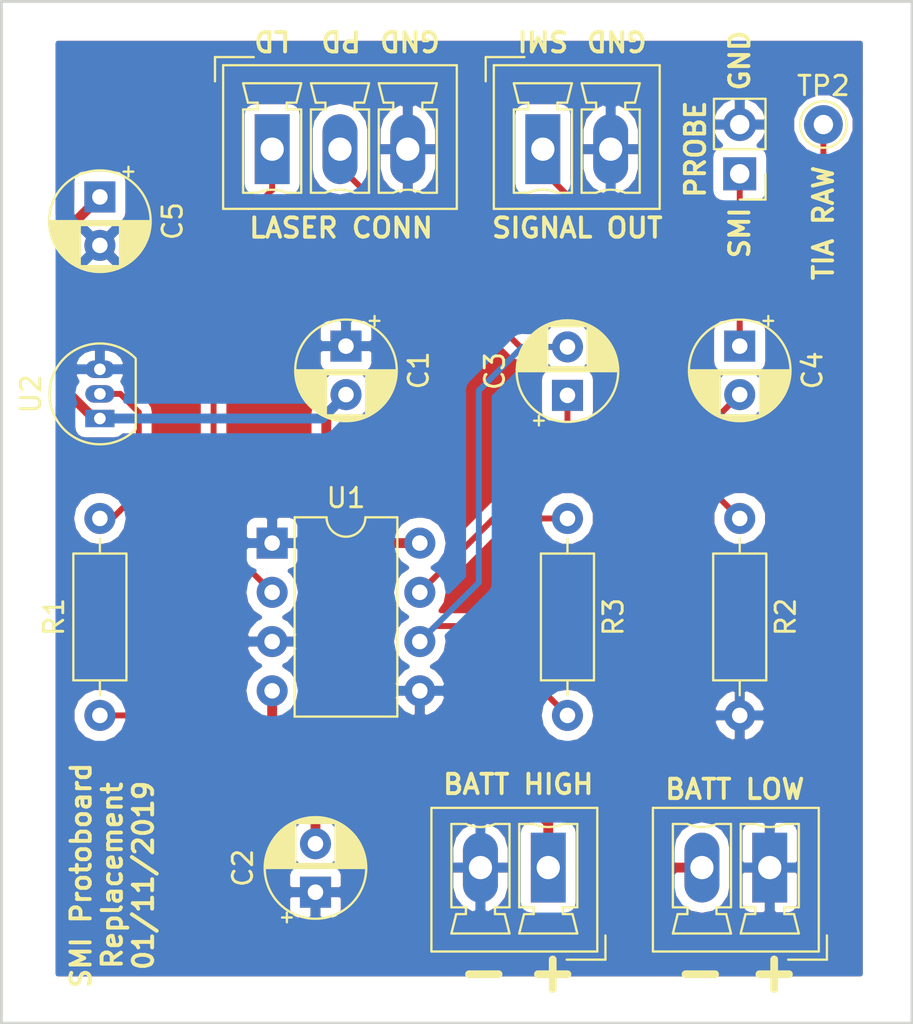
<source format=kicad_pcb>
(kicad_pcb (version 20171130) (host pcbnew "(5.0.0-3-g5ebb6b6)")

  (general
    (thickness 1.6)
    (drawings 22)
    (tracks 72)
    (zones 0)
    (modules 16)
    (nets 9)
  )

  (page A4)
  (layers
    (0 F.Cu signal)
    (31 B.Cu signal)
    (32 B.Adhes user)
    (33 F.Adhes user)
    (34 B.Paste user)
    (35 F.Paste user)
    (36 B.SilkS user)
    (37 F.SilkS user)
    (38 B.Mask user)
    (39 F.Mask user)
    (40 Dwgs.User user)
    (41 Cmts.User user)
    (42 Eco1.User user)
    (43 Eco2.User user)
    (44 Edge.Cuts user)
    (45 Margin user)
    (46 B.CrtYd user)
    (47 F.CrtYd user)
    (48 B.Fab user)
    (49 F.Fab user)
  )

  (setup
    (last_trace_width 0.3048)
    (user_trace_width 0.2032)
    (user_trace_width 0.3048)
    (user_trace_width 0.508)
    (trace_clearance 0.2)
    (zone_clearance 0.508)
    (zone_45_only no)
    (trace_min 0.1778)
    (segment_width 0.2)
    (edge_width 0.15)
    (via_size 0.8)
    (via_drill 0.4)
    (via_min_size 0.4)
    (via_min_drill 0.3)
    (uvia_size 0.3)
    (uvia_drill 0.1)
    (uvias_allowed no)
    (uvia_min_size 0.2)
    (uvia_min_drill 0.1)
    (pcb_text_width 0.2)
    (pcb_text_size 1 1)
    (mod_edge_width 0.15)
    (mod_text_size 1 1)
    (mod_text_width 0.15)
    (pad_size 1.524 1.524)
    (pad_drill 0.762)
    (pad_to_mask_clearance 0.2)
    (aux_axis_origin 0 0)
    (visible_elements FFFFFF7F)
    (pcbplotparams
      (layerselection 0x010fc_ffffffff)
      (usegerberextensions false)
      (usegerberattributes false)
      (usegerberadvancedattributes false)
      (creategerberjobfile false)
      (excludeedgelayer true)
      (linewidth 0.100000)
      (plotframeref false)
      (viasonmask false)
      (mode 1)
      (useauxorigin false)
      (hpglpennumber 1)
      (hpglpenspeed 20)
      (hpglpendiameter 15.000000)
      (psnegative false)
      (psa4output false)
      (plotreference true)
      (plotvalue true)
      (plotinvisibletext false)
      (padsonsilk false)
      (subtractmaskfromsilk false)
      (outputformat 1)
      (mirror false)
      (drillshape 1)
      (scaleselection 1)
      (outputdirectory ""))
  )

  (net 0 "")
  (net 1 +9V)
  (net 2 GND)
  (net 3 -9V)
  (net 4 /PD_OUT)
  (net 5 /TIA_OUT)
  (net 6 /TIA_HIGHPASS)
  (net 7 /LD_IN)
  (net 8 /5V)

  (net_class Default "This is the default net class."
    (clearance 0.2)
    (trace_width 0.25)
    (via_dia 0.8)
    (via_drill 0.4)
    (uvia_dia 0.3)
    (uvia_drill 0.1)
    (add_net +9V)
    (add_net -9V)
    (add_net /5V)
    (add_net /LD_IN)
    (add_net /PD_OUT)
    (add_net /TIA_HIGHPASS)
    (add_net /TIA_OUT)
    (add_net GND)
  )

  (module Capacitor_THT:CP_Radial_D5.0mm_P2.50mm (layer F.Cu) (tedit 5AE50EF0) (tstamp 5DC7646C)
    (at 83.82 58.42 270)
    (descr "CP, Radial series, Radial, pin pitch=2.50mm, , diameter=5mm, Electrolytic Capacitor")
    (tags "CP Radial series Radial pin pitch 2.50mm  diameter 5mm Electrolytic Capacitor")
    (path /5DBD20C5)
    (fp_text reference C1 (at 1.25 -3.75 270) (layer F.SilkS)
      (effects (font (size 1 1) (thickness 0.15)))
    )
    (fp_text value 0.1uF (at 1.25 3.75 270) (layer F.Fab)
      (effects (font (size 1 1) (thickness 0.15)))
    )
    (fp_text user %R (at 1.25 0 270) (layer F.Fab)
      (effects (font (size 1 1) (thickness 0.15)))
    )
    (fp_line (start -1.304775 -1.725) (end -1.304775 -1.225) (layer F.SilkS) (width 0.12))
    (fp_line (start -1.554775 -1.475) (end -1.054775 -1.475) (layer F.SilkS) (width 0.12))
    (fp_line (start 3.851 -0.284) (end 3.851 0.284) (layer F.SilkS) (width 0.12))
    (fp_line (start 3.811 -0.518) (end 3.811 0.518) (layer F.SilkS) (width 0.12))
    (fp_line (start 3.771 -0.677) (end 3.771 0.677) (layer F.SilkS) (width 0.12))
    (fp_line (start 3.731 -0.805) (end 3.731 0.805) (layer F.SilkS) (width 0.12))
    (fp_line (start 3.691 -0.915) (end 3.691 0.915) (layer F.SilkS) (width 0.12))
    (fp_line (start 3.651 -1.011) (end 3.651 1.011) (layer F.SilkS) (width 0.12))
    (fp_line (start 3.611 -1.098) (end 3.611 1.098) (layer F.SilkS) (width 0.12))
    (fp_line (start 3.571 -1.178) (end 3.571 1.178) (layer F.SilkS) (width 0.12))
    (fp_line (start 3.531 1.04) (end 3.531 1.251) (layer F.SilkS) (width 0.12))
    (fp_line (start 3.531 -1.251) (end 3.531 -1.04) (layer F.SilkS) (width 0.12))
    (fp_line (start 3.491 1.04) (end 3.491 1.319) (layer F.SilkS) (width 0.12))
    (fp_line (start 3.491 -1.319) (end 3.491 -1.04) (layer F.SilkS) (width 0.12))
    (fp_line (start 3.451 1.04) (end 3.451 1.383) (layer F.SilkS) (width 0.12))
    (fp_line (start 3.451 -1.383) (end 3.451 -1.04) (layer F.SilkS) (width 0.12))
    (fp_line (start 3.411 1.04) (end 3.411 1.443) (layer F.SilkS) (width 0.12))
    (fp_line (start 3.411 -1.443) (end 3.411 -1.04) (layer F.SilkS) (width 0.12))
    (fp_line (start 3.371 1.04) (end 3.371 1.5) (layer F.SilkS) (width 0.12))
    (fp_line (start 3.371 -1.5) (end 3.371 -1.04) (layer F.SilkS) (width 0.12))
    (fp_line (start 3.331 1.04) (end 3.331 1.554) (layer F.SilkS) (width 0.12))
    (fp_line (start 3.331 -1.554) (end 3.331 -1.04) (layer F.SilkS) (width 0.12))
    (fp_line (start 3.291 1.04) (end 3.291 1.605) (layer F.SilkS) (width 0.12))
    (fp_line (start 3.291 -1.605) (end 3.291 -1.04) (layer F.SilkS) (width 0.12))
    (fp_line (start 3.251 1.04) (end 3.251 1.653) (layer F.SilkS) (width 0.12))
    (fp_line (start 3.251 -1.653) (end 3.251 -1.04) (layer F.SilkS) (width 0.12))
    (fp_line (start 3.211 1.04) (end 3.211 1.699) (layer F.SilkS) (width 0.12))
    (fp_line (start 3.211 -1.699) (end 3.211 -1.04) (layer F.SilkS) (width 0.12))
    (fp_line (start 3.171 1.04) (end 3.171 1.743) (layer F.SilkS) (width 0.12))
    (fp_line (start 3.171 -1.743) (end 3.171 -1.04) (layer F.SilkS) (width 0.12))
    (fp_line (start 3.131 1.04) (end 3.131 1.785) (layer F.SilkS) (width 0.12))
    (fp_line (start 3.131 -1.785) (end 3.131 -1.04) (layer F.SilkS) (width 0.12))
    (fp_line (start 3.091 1.04) (end 3.091 1.826) (layer F.SilkS) (width 0.12))
    (fp_line (start 3.091 -1.826) (end 3.091 -1.04) (layer F.SilkS) (width 0.12))
    (fp_line (start 3.051 1.04) (end 3.051 1.864) (layer F.SilkS) (width 0.12))
    (fp_line (start 3.051 -1.864) (end 3.051 -1.04) (layer F.SilkS) (width 0.12))
    (fp_line (start 3.011 1.04) (end 3.011 1.901) (layer F.SilkS) (width 0.12))
    (fp_line (start 3.011 -1.901) (end 3.011 -1.04) (layer F.SilkS) (width 0.12))
    (fp_line (start 2.971 1.04) (end 2.971 1.937) (layer F.SilkS) (width 0.12))
    (fp_line (start 2.971 -1.937) (end 2.971 -1.04) (layer F.SilkS) (width 0.12))
    (fp_line (start 2.931 1.04) (end 2.931 1.971) (layer F.SilkS) (width 0.12))
    (fp_line (start 2.931 -1.971) (end 2.931 -1.04) (layer F.SilkS) (width 0.12))
    (fp_line (start 2.891 1.04) (end 2.891 2.004) (layer F.SilkS) (width 0.12))
    (fp_line (start 2.891 -2.004) (end 2.891 -1.04) (layer F.SilkS) (width 0.12))
    (fp_line (start 2.851 1.04) (end 2.851 2.035) (layer F.SilkS) (width 0.12))
    (fp_line (start 2.851 -2.035) (end 2.851 -1.04) (layer F.SilkS) (width 0.12))
    (fp_line (start 2.811 1.04) (end 2.811 2.065) (layer F.SilkS) (width 0.12))
    (fp_line (start 2.811 -2.065) (end 2.811 -1.04) (layer F.SilkS) (width 0.12))
    (fp_line (start 2.771 1.04) (end 2.771 2.095) (layer F.SilkS) (width 0.12))
    (fp_line (start 2.771 -2.095) (end 2.771 -1.04) (layer F.SilkS) (width 0.12))
    (fp_line (start 2.731 1.04) (end 2.731 2.122) (layer F.SilkS) (width 0.12))
    (fp_line (start 2.731 -2.122) (end 2.731 -1.04) (layer F.SilkS) (width 0.12))
    (fp_line (start 2.691 1.04) (end 2.691 2.149) (layer F.SilkS) (width 0.12))
    (fp_line (start 2.691 -2.149) (end 2.691 -1.04) (layer F.SilkS) (width 0.12))
    (fp_line (start 2.651 1.04) (end 2.651 2.175) (layer F.SilkS) (width 0.12))
    (fp_line (start 2.651 -2.175) (end 2.651 -1.04) (layer F.SilkS) (width 0.12))
    (fp_line (start 2.611 1.04) (end 2.611 2.2) (layer F.SilkS) (width 0.12))
    (fp_line (start 2.611 -2.2) (end 2.611 -1.04) (layer F.SilkS) (width 0.12))
    (fp_line (start 2.571 1.04) (end 2.571 2.224) (layer F.SilkS) (width 0.12))
    (fp_line (start 2.571 -2.224) (end 2.571 -1.04) (layer F.SilkS) (width 0.12))
    (fp_line (start 2.531 1.04) (end 2.531 2.247) (layer F.SilkS) (width 0.12))
    (fp_line (start 2.531 -2.247) (end 2.531 -1.04) (layer F.SilkS) (width 0.12))
    (fp_line (start 2.491 1.04) (end 2.491 2.268) (layer F.SilkS) (width 0.12))
    (fp_line (start 2.491 -2.268) (end 2.491 -1.04) (layer F.SilkS) (width 0.12))
    (fp_line (start 2.451 1.04) (end 2.451 2.29) (layer F.SilkS) (width 0.12))
    (fp_line (start 2.451 -2.29) (end 2.451 -1.04) (layer F.SilkS) (width 0.12))
    (fp_line (start 2.411 1.04) (end 2.411 2.31) (layer F.SilkS) (width 0.12))
    (fp_line (start 2.411 -2.31) (end 2.411 -1.04) (layer F.SilkS) (width 0.12))
    (fp_line (start 2.371 1.04) (end 2.371 2.329) (layer F.SilkS) (width 0.12))
    (fp_line (start 2.371 -2.329) (end 2.371 -1.04) (layer F.SilkS) (width 0.12))
    (fp_line (start 2.331 1.04) (end 2.331 2.348) (layer F.SilkS) (width 0.12))
    (fp_line (start 2.331 -2.348) (end 2.331 -1.04) (layer F.SilkS) (width 0.12))
    (fp_line (start 2.291 1.04) (end 2.291 2.365) (layer F.SilkS) (width 0.12))
    (fp_line (start 2.291 -2.365) (end 2.291 -1.04) (layer F.SilkS) (width 0.12))
    (fp_line (start 2.251 1.04) (end 2.251 2.382) (layer F.SilkS) (width 0.12))
    (fp_line (start 2.251 -2.382) (end 2.251 -1.04) (layer F.SilkS) (width 0.12))
    (fp_line (start 2.211 1.04) (end 2.211 2.398) (layer F.SilkS) (width 0.12))
    (fp_line (start 2.211 -2.398) (end 2.211 -1.04) (layer F.SilkS) (width 0.12))
    (fp_line (start 2.171 1.04) (end 2.171 2.414) (layer F.SilkS) (width 0.12))
    (fp_line (start 2.171 -2.414) (end 2.171 -1.04) (layer F.SilkS) (width 0.12))
    (fp_line (start 2.131 1.04) (end 2.131 2.428) (layer F.SilkS) (width 0.12))
    (fp_line (start 2.131 -2.428) (end 2.131 -1.04) (layer F.SilkS) (width 0.12))
    (fp_line (start 2.091 1.04) (end 2.091 2.442) (layer F.SilkS) (width 0.12))
    (fp_line (start 2.091 -2.442) (end 2.091 -1.04) (layer F.SilkS) (width 0.12))
    (fp_line (start 2.051 1.04) (end 2.051 2.455) (layer F.SilkS) (width 0.12))
    (fp_line (start 2.051 -2.455) (end 2.051 -1.04) (layer F.SilkS) (width 0.12))
    (fp_line (start 2.011 1.04) (end 2.011 2.468) (layer F.SilkS) (width 0.12))
    (fp_line (start 2.011 -2.468) (end 2.011 -1.04) (layer F.SilkS) (width 0.12))
    (fp_line (start 1.971 1.04) (end 1.971 2.48) (layer F.SilkS) (width 0.12))
    (fp_line (start 1.971 -2.48) (end 1.971 -1.04) (layer F.SilkS) (width 0.12))
    (fp_line (start 1.93 1.04) (end 1.93 2.491) (layer F.SilkS) (width 0.12))
    (fp_line (start 1.93 -2.491) (end 1.93 -1.04) (layer F.SilkS) (width 0.12))
    (fp_line (start 1.89 1.04) (end 1.89 2.501) (layer F.SilkS) (width 0.12))
    (fp_line (start 1.89 -2.501) (end 1.89 -1.04) (layer F.SilkS) (width 0.12))
    (fp_line (start 1.85 1.04) (end 1.85 2.511) (layer F.SilkS) (width 0.12))
    (fp_line (start 1.85 -2.511) (end 1.85 -1.04) (layer F.SilkS) (width 0.12))
    (fp_line (start 1.81 1.04) (end 1.81 2.52) (layer F.SilkS) (width 0.12))
    (fp_line (start 1.81 -2.52) (end 1.81 -1.04) (layer F.SilkS) (width 0.12))
    (fp_line (start 1.77 1.04) (end 1.77 2.528) (layer F.SilkS) (width 0.12))
    (fp_line (start 1.77 -2.528) (end 1.77 -1.04) (layer F.SilkS) (width 0.12))
    (fp_line (start 1.73 1.04) (end 1.73 2.536) (layer F.SilkS) (width 0.12))
    (fp_line (start 1.73 -2.536) (end 1.73 -1.04) (layer F.SilkS) (width 0.12))
    (fp_line (start 1.69 1.04) (end 1.69 2.543) (layer F.SilkS) (width 0.12))
    (fp_line (start 1.69 -2.543) (end 1.69 -1.04) (layer F.SilkS) (width 0.12))
    (fp_line (start 1.65 1.04) (end 1.65 2.55) (layer F.SilkS) (width 0.12))
    (fp_line (start 1.65 -2.55) (end 1.65 -1.04) (layer F.SilkS) (width 0.12))
    (fp_line (start 1.61 1.04) (end 1.61 2.556) (layer F.SilkS) (width 0.12))
    (fp_line (start 1.61 -2.556) (end 1.61 -1.04) (layer F.SilkS) (width 0.12))
    (fp_line (start 1.57 1.04) (end 1.57 2.561) (layer F.SilkS) (width 0.12))
    (fp_line (start 1.57 -2.561) (end 1.57 -1.04) (layer F.SilkS) (width 0.12))
    (fp_line (start 1.53 1.04) (end 1.53 2.565) (layer F.SilkS) (width 0.12))
    (fp_line (start 1.53 -2.565) (end 1.53 -1.04) (layer F.SilkS) (width 0.12))
    (fp_line (start 1.49 1.04) (end 1.49 2.569) (layer F.SilkS) (width 0.12))
    (fp_line (start 1.49 -2.569) (end 1.49 -1.04) (layer F.SilkS) (width 0.12))
    (fp_line (start 1.45 -2.573) (end 1.45 2.573) (layer F.SilkS) (width 0.12))
    (fp_line (start 1.41 -2.576) (end 1.41 2.576) (layer F.SilkS) (width 0.12))
    (fp_line (start 1.37 -2.578) (end 1.37 2.578) (layer F.SilkS) (width 0.12))
    (fp_line (start 1.33 -2.579) (end 1.33 2.579) (layer F.SilkS) (width 0.12))
    (fp_line (start 1.29 -2.58) (end 1.29 2.58) (layer F.SilkS) (width 0.12))
    (fp_line (start 1.25 -2.58) (end 1.25 2.58) (layer F.SilkS) (width 0.12))
    (fp_line (start -0.633605 -1.3375) (end -0.633605 -0.8375) (layer F.Fab) (width 0.1))
    (fp_line (start -0.883605 -1.0875) (end -0.383605 -1.0875) (layer F.Fab) (width 0.1))
    (fp_circle (center 1.25 0) (end 4 0) (layer F.CrtYd) (width 0.05))
    (fp_circle (center 1.25 0) (end 3.87 0) (layer F.SilkS) (width 0.12))
    (fp_circle (center 1.25 0) (end 3.75 0) (layer F.Fab) (width 0.1))
    (pad 2 thru_hole circle (at 2.5 0 270) (size 1.6 1.6) (drill 0.8) (layers *.Cu *.Mask)
      (net 1 +9V))
    (pad 1 thru_hole rect (at 0 0 270) (size 1.6 1.6) (drill 0.8) (layers *.Cu *.Mask)
      (net 2 GND))
    (model ${KISYS3DMOD}/Capacitor_THT.3dshapes/CP_Radial_D5.0mm_P2.50mm.wrl
      (at (xyz 0 0 0))
      (scale (xyz 1 1 1))
      (rotate (xyz 0 0 0))
    )
  )

  (module Capacitor_THT:CP_Radial_D5.0mm_P2.50mm (layer F.Cu) (tedit 5AE50EF0) (tstamp 5DC7C2C6)
    (at 82.2452 86.5886 90)
    (descr "CP, Radial series, Radial, pin pitch=2.50mm, , diameter=5mm, Electrolytic Capacitor")
    (tags "CP Radial series Radial pin pitch 2.50mm  diameter 5mm Electrolytic Capacitor")
    (path /5DBD2DD7)
    (fp_text reference C2 (at 1.25 -3.75 90) (layer F.SilkS)
      (effects (font (size 1 1) (thickness 0.15)))
    )
    (fp_text value 0.1uF (at 1.25 3.75 90) (layer F.Fab)
      (effects (font (size 1 1) (thickness 0.15)))
    )
    (fp_circle (center 1.25 0) (end 3.75 0) (layer F.Fab) (width 0.1))
    (fp_circle (center 1.25 0) (end 3.87 0) (layer F.SilkS) (width 0.12))
    (fp_circle (center 1.25 0) (end 4 0) (layer F.CrtYd) (width 0.05))
    (fp_line (start -0.883605 -1.0875) (end -0.383605 -1.0875) (layer F.Fab) (width 0.1))
    (fp_line (start -0.633605 -1.3375) (end -0.633605 -0.8375) (layer F.Fab) (width 0.1))
    (fp_line (start 1.25 -2.58) (end 1.25 2.58) (layer F.SilkS) (width 0.12))
    (fp_line (start 1.29 -2.58) (end 1.29 2.58) (layer F.SilkS) (width 0.12))
    (fp_line (start 1.33 -2.579) (end 1.33 2.579) (layer F.SilkS) (width 0.12))
    (fp_line (start 1.37 -2.578) (end 1.37 2.578) (layer F.SilkS) (width 0.12))
    (fp_line (start 1.41 -2.576) (end 1.41 2.576) (layer F.SilkS) (width 0.12))
    (fp_line (start 1.45 -2.573) (end 1.45 2.573) (layer F.SilkS) (width 0.12))
    (fp_line (start 1.49 -2.569) (end 1.49 -1.04) (layer F.SilkS) (width 0.12))
    (fp_line (start 1.49 1.04) (end 1.49 2.569) (layer F.SilkS) (width 0.12))
    (fp_line (start 1.53 -2.565) (end 1.53 -1.04) (layer F.SilkS) (width 0.12))
    (fp_line (start 1.53 1.04) (end 1.53 2.565) (layer F.SilkS) (width 0.12))
    (fp_line (start 1.57 -2.561) (end 1.57 -1.04) (layer F.SilkS) (width 0.12))
    (fp_line (start 1.57 1.04) (end 1.57 2.561) (layer F.SilkS) (width 0.12))
    (fp_line (start 1.61 -2.556) (end 1.61 -1.04) (layer F.SilkS) (width 0.12))
    (fp_line (start 1.61 1.04) (end 1.61 2.556) (layer F.SilkS) (width 0.12))
    (fp_line (start 1.65 -2.55) (end 1.65 -1.04) (layer F.SilkS) (width 0.12))
    (fp_line (start 1.65 1.04) (end 1.65 2.55) (layer F.SilkS) (width 0.12))
    (fp_line (start 1.69 -2.543) (end 1.69 -1.04) (layer F.SilkS) (width 0.12))
    (fp_line (start 1.69 1.04) (end 1.69 2.543) (layer F.SilkS) (width 0.12))
    (fp_line (start 1.73 -2.536) (end 1.73 -1.04) (layer F.SilkS) (width 0.12))
    (fp_line (start 1.73 1.04) (end 1.73 2.536) (layer F.SilkS) (width 0.12))
    (fp_line (start 1.77 -2.528) (end 1.77 -1.04) (layer F.SilkS) (width 0.12))
    (fp_line (start 1.77 1.04) (end 1.77 2.528) (layer F.SilkS) (width 0.12))
    (fp_line (start 1.81 -2.52) (end 1.81 -1.04) (layer F.SilkS) (width 0.12))
    (fp_line (start 1.81 1.04) (end 1.81 2.52) (layer F.SilkS) (width 0.12))
    (fp_line (start 1.85 -2.511) (end 1.85 -1.04) (layer F.SilkS) (width 0.12))
    (fp_line (start 1.85 1.04) (end 1.85 2.511) (layer F.SilkS) (width 0.12))
    (fp_line (start 1.89 -2.501) (end 1.89 -1.04) (layer F.SilkS) (width 0.12))
    (fp_line (start 1.89 1.04) (end 1.89 2.501) (layer F.SilkS) (width 0.12))
    (fp_line (start 1.93 -2.491) (end 1.93 -1.04) (layer F.SilkS) (width 0.12))
    (fp_line (start 1.93 1.04) (end 1.93 2.491) (layer F.SilkS) (width 0.12))
    (fp_line (start 1.971 -2.48) (end 1.971 -1.04) (layer F.SilkS) (width 0.12))
    (fp_line (start 1.971 1.04) (end 1.971 2.48) (layer F.SilkS) (width 0.12))
    (fp_line (start 2.011 -2.468) (end 2.011 -1.04) (layer F.SilkS) (width 0.12))
    (fp_line (start 2.011 1.04) (end 2.011 2.468) (layer F.SilkS) (width 0.12))
    (fp_line (start 2.051 -2.455) (end 2.051 -1.04) (layer F.SilkS) (width 0.12))
    (fp_line (start 2.051 1.04) (end 2.051 2.455) (layer F.SilkS) (width 0.12))
    (fp_line (start 2.091 -2.442) (end 2.091 -1.04) (layer F.SilkS) (width 0.12))
    (fp_line (start 2.091 1.04) (end 2.091 2.442) (layer F.SilkS) (width 0.12))
    (fp_line (start 2.131 -2.428) (end 2.131 -1.04) (layer F.SilkS) (width 0.12))
    (fp_line (start 2.131 1.04) (end 2.131 2.428) (layer F.SilkS) (width 0.12))
    (fp_line (start 2.171 -2.414) (end 2.171 -1.04) (layer F.SilkS) (width 0.12))
    (fp_line (start 2.171 1.04) (end 2.171 2.414) (layer F.SilkS) (width 0.12))
    (fp_line (start 2.211 -2.398) (end 2.211 -1.04) (layer F.SilkS) (width 0.12))
    (fp_line (start 2.211 1.04) (end 2.211 2.398) (layer F.SilkS) (width 0.12))
    (fp_line (start 2.251 -2.382) (end 2.251 -1.04) (layer F.SilkS) (width 0.12))
    (fp_line (start 2.251 1.04) (end 2.251 2.382) (layer F.SilkS) (width 0.12))
    (fp_line (start 2.291 -2.365) (end 2.291 -1.04) (layer F.SilkS) (width 0.12))
    (fp_line (start 2.291 1.04) (end 2.291 2.365) (layer F.SilkS) (width 0.12))
    (fp_line (start 2.331 -2.348) (end 2.331 -1.04) (layer F.SilkS) (width 0.12))
    (fp_line (start 2.331 1.04) (end 2.331 2.348) (layer F.SilkS) (width 0.12))
    (fp_line (start 2.371 -2.329) (end 2.371 -1.04) (layer F.SilkS) (width 0.12))
    (fp_line (start 2.371 1.04) (end 2.371 2.329) (layer F.SilkS) (width 0.12))
    (fp_line (start 2.411 -2.31) (end 2.411 -1.04) (layer F.SilkS) (width 0.12))
    (fp_line (start 2.411 1.04) (end 2.411 2.31) (layer F.SilkS) (width 0.12))
    (fp_line (start 2.451 -2.29) (end 2.451 -1.04) (layer F.SilkS) (width 0.12))
    (fp_line (start 2.451 1.04) (end 2.451 2.29) (layer F.SilkS) (width 0.12))
    (fp_line (start 2.491 -2.268) (end 2.491 -1.04) (layer F.SilkS) (width 0.12))
    (fp_line (start 2.491 1.04) (end 2.491 2.268) (layer F.SilkS) (width 0.12))
    (fp_line (start 2.531 -2.247) (end 2.531 -1.04) (layer F.SilkS) (width 0.12))
    (fp_line (start 2.531 1.04) (end 2.531 2.247) (layer F.SilkS) (width 0.12))
    (fp_line (start 2.571 -2.224) (end 2.571 -1.04) (layer F.SilkS) (width 0.12))
    (fp_line (start 2.571 1.04) (end 2.571 2.224) (layer F.SilkS) (width 0.12))
    (fp_line (start 2.611 -2.2) (end 2.611 -1.04) (layer F.SilkS) (width 0.12))
    (fp_line (start 2.611 1.04) (end 2.611 2.2) (layer F.SilkS) (width 0.12))
    (fp_line (start 2.651 -2.175) (end 2.651 -1.04) (layer F.SilkS) (width 0.12))
    (fp_line (start 2.651 1.04) (end 2.651 2.175) (layer F.SilkS) (width 0.12))
    (fp_line (start 2.691 -2.149) (end 2.691 -1.04) (layer F.SilkS) (width 0.12))
    (fp_line (start 2.691 1.04) (end 2.691 2.149) (layer F.SilkS) (width 0.12))
    (fp_line (start 2.731 -2.122) (end 2.731 -1.04) (layer F.SilkS) (width 0.12))
    (fp_line (start 2.731 1.04) (end 2.731 2.122) (layer F.SilkS) (width 0.12))
    (fp_line (start 2.771 -2.095) (end 2.771 -1.04) (layer F.SilkS) (width 0.12))
    (fp_line (start 2.771 1.04) (end 2.771 2.095) (layer F.SilkS) (width 0.12))
    (fp_line (start 2.811 -2.065) (end 2.811 -1.04) (layer F.SilkS) (width 0.12))
    (fp_line (start 2.811 1.04) (end 2.811 2.065) (layer F.SilkS) (width 0.12))
    (fp_line (start 2.851 -2.035) (end 2.851 -1.04) (layer F.SilkS) (width 0.12))
    (fp_line (start 2.851 1.04) (end 2.851 2.035) (layer F.SilkS) (width 0.12))
    (fp_line (start 2.891 -2.004) (end 2.891 -1.04) (layer F.SilkS) (width 0.12))
    (fp_line (start 2.891 1.04) (end 2.891 2.004) (layer F.SilkS) (width 0.12))
    (fp_line (start 2.931 -1.971) (end 2.931 -1.04) (layer F.SilkS) (width 0.12))
    (fp_line (start 2.931 1.04) (end 2.931 1.971) (layer F.SilkS) (width 0.12))
    (fp_line (start 2.971 -1.937) (end 2.971 -1.04) (layer F.SilkS) (width 0.12))
    (fp_line (start 2.971 1.04) (end 2.971 1.937) (layer F.SilkS) (width 0.12))
    (fp_line (start 3.011 -1.901) (end 3.011 -1.04) (layer F.SilkS) (width 0.12))
    (fp_line (start 3.011 1.04) (end 3.011 1.901) (layer F.SilkS) (width 0.12))
    (fp_line (start 3.051 -1.864) (end 3.051 -1.04) (layer F.SilkS) (width 0.12))
    (fp_line (start 3.051 1.04) (end 3.051 1.864) (layer F.SilkS) (width 0.12))
    (fp_line (start 3.091 -1.826) (end 3.091 -1.04) (layer F.SilkS) (width 0.12))
    (fp_line (start 3.091 1.04) (end 3.091 1.826) (layer F.SilkS) (width 0.12))
    (fp_line (start 3.131 -1.785) (end 3.131 -1.04) (layer F.SilkS) (width 0.12))
    (fp_line (start 3.131 1.04) (end 3.131 1.785) (layer F.SilkS) (width 0.12))
    (fp_line (start 3.171 -1.743) (end 3.171 -1.04) (layer F.SilkS) (width 0.12))
    (fp_line (start 3.171 1.04) (end 3.171 1.743) (layer F.SilkS) (width 0.12))
    (fp_line (start 3.211 -1.699) (end 3.211 -1.04) (layer F.SilkS) (width 0.12))
    (fp_line (start 3.211 1.04) (end 3.211 1.699) (layer F.SilkS) (width 0.12))
    (fp_line (start 3.251 -1.653) (end 3.251 -1.04) (layer F.SilkS) (width 0.12))
    (fp_line (start 3.251 1.04) (end 3.251 1.653) (layer F.SilkS) (width 0.12))
    (fp_line (start 3.291 -1.605) (end 3.291 -1.04) (layer F.SilkS) (width 0.12))
    (fp_line (start 3.291 1.04) (end 3.291 1.605) (layer F.SilkS) (width 0.12))
    (fp_line (start 3.331 -1.554) (end 3.331 -1.04) (layer F.SilkS) (width 0.12))
    (fp_line (start 3.331 1.04) (end 3.331 1.554) (layer F.SilkS) (width 0.12))
    (fp_line (start 3.371 -1.5) (end 3.371 -1.04) (layer F.SilkS) (width 0.12))
    (fp_line (start 3.371 1.04) (end 3.371 1.5) (layer F.SilkS) (width 0.12))
    (fp_line (start 3.411 -1.443) (end 3.411 -1.04) (layer F.SilkS) (width 0.12))
    (fp_line (start 3.411 1.04) (end 3.411 1.443) (layer F.SilkS) (width 0.12))
    (fp_line (start 3.451 -1.383) (end 3.451 -1.04) (layer F.SilkS) (width 0.12))
    (fp_line (start 3.451 1.04) (end 3.451 1.383) (layer F.SilkS) (width 0.12))
    (fp_line (start 3.491 -1.319) (end 3.491 -1.04) (layer F.SilkS) (width 0.12))
    (fp_line (start 3.491 1.04) (end 3.491 1.319) (layer F.SilkS) (width 0.12))
    (fp_line (start 3.531 -1.251) (end 3.531 -1.04) (layer F.SilkS) (width 0.12))
    (fp_line (start 3.531 1.04) (end 3.531 1.251) (layer F.SilkS) (width 0.12))
    (fp_line (start 3.571 -1.178) (end 3.571 1.178) (layer F.SilkS) (width 0.12))
    (fp_line (start 3.611 -1.098) (end 3.611 1.098) (layer F.SilkS) (width 0.12))
    (fp_line (start 3.651 -1.011) (end 3.651 1.011) (layer F.SilkS) (width 0.12))
    (fp_line (start 3.691 -0.915) (end 3.691 0.915) (layer F.SilkS) (width 0.12))
    (fp_line (start 3.731 -0.805) (end 3.731 0.805) (layer F.SilkS) (width 0.12))
    (fp_line (start 3.771 -0.677) (end 3.771 0.677) (layer F.SilkS) (width 0.12))
    (fp_line (start 3.811 -0.518) (end 3.811 0.518) (layer F.SilkS) (width 0.12))
    (fp_line (start 3.851 -0.284) (end 3.851 0.284) (layer F.SilkS) (width 0.12))
    (fp_line (start -1.554775 -1.475) (end -1.054775 -1.475) (layer F.SilkS) (width 0.12))
    (fp_line (start -1.304775 -1.725) (end -1.304775 -1.225) (layer F.SilkS) (width 0.12))
    (fp_text user %R (at 1.25 0 90) (layer F.Fab)
      (effects (font (size 1 1) (thickness 0.15)))
    )
    (pad 1 thru_hole rect (at 0 0 90) (size 1.6 1.6) (drill 0.8) (layers *.Cu *.Mask)
      (net 2 GND))
    (pad 2 thru_hole circle (at 2.5 0 90) (size 1.6 1.6) (drill 0.8) (layers *.Cu *.Mask)
      (net 3 -9V))
    (model ${KISYS3DMOD}/Capacitor_THT.3dshapes/CP_Radial_D5.0mm_P2.50mm.wrl
      (at (xyz 0 0 0))
      (scale (xyz 1 1 1))
      (rotate (xyz 0 0 0))
    )
  )

  (module Capacitor_THT:CP_Radial_D5.0mm_P2.50mm (layer F.Cu) (tedit 5AE50EF0) (tstamp 5DC781C4)
    (at 95.25 60.96 90)
    (descr "CP, Radial series, Radial, pin pitch=2.50mm, , diameter=5mm, Electrolytic Capacitor")
    (tags "CP Radial series Radial pin pitch 2.50mm  diameter 5mm Electrolytic Capacitor")
    (path /5DBC919C)
    (fp_text reference C3 (at 1.25 -3.75 90) (layer F.SilkS)
      (effects (font (size 1 1) (thickness 0.15)))
    )
    (fp_text value 150pF (at 1.25 3.75 90) (layer F.Fab)
      (effects (font (size 1 1) (thickness 0.15)))
    )
    (fp_text user %R (at 1.25 0 90) (layer F.Fab)
      (effects (font (size 1 1) (thickness 0.15)))
    )
    (fp_line (start -1.304775 -1.725) (end -1.304775 -1.225) (layer F.SilkS) (width 0.12))
    (fp_line (start -1.554775 -1.475) (end -1.054775 -1.475) (layer F.SilkS) (width 0.12))
    (fp_line (start 3.851 -0.284) (end 3.851 0.284) (layer F.SilkS) (width 0.12))
    (fp_line (start 3.811 -0.518) (end 3.811 0.518) (layer F.SilkS) (width 0.12))
    (fp_line (start 3.771 -0.677) (end 3.771 0.677) (layer F.SilkS) (width 0.12))
    (fp_line (start 3.731 -0.805) (end 3.731 0.805) (layer F.SilkS) (width 0.12))
    (fp_line (start 3.691 -0.915) (end 3.691 0.915) (layer F.SilkS) (width 0.12))
    (fp_line (start 3.651 -1.011) (end 3.651 1.011) (layer F.SilkS) (width 0.12))
    (fp_line (start 3.611 -1.098) (end 3.611 1.098) (layer F.SilkS) (width 0.12))
    (fp_line (start 3.571 -1.178) (end 3.571 1.178) (layer F.SilkS) (width 0.12))
    (fp_line (start 3.531 1.04) (end 3.531 1.251) (layer F.SilkS) (width 0.12))
    (fp_line (start 3.531 -1.251) (end 3.531 -1.04) (layer F.SilkS) (width 0.12))
    (fp_line (start 3.491 1.04) (end 3.491 1.319) (layer F.SilkS) (width 0.12))
    (fp_line (start 3.491 -1.319) (end 3.491 -1.04) (layer F.SilkS) (width 0.12))
    (fp_line (start 3.451 1.04) (end 3.451 1.383) (layer F.SilkS) (width 0.12))
    (fp_line (start 3.451 -1.383) (end 3.451 -1.04) (layer F.SilkS) (width 0.12))
    (fp_line (start 3.411 1.04) (end 3.411 1.443) (layer F.SilkS) (width 0.12))
    (fp_line (start 3.411 -1.443) (end 3.411 -1.04) (layer F.SilkS) (width 0.12))
    (fp_line (start 3.371 1.04) (end 3.371 1.5) (layer F.SilkS) (width 0.12))
    (fp_line (start 3.371 -1.5) (end 3.371 -1.04) (layer F.SilkS) (width 0.12))
    (fp_line (start 3.331 1.04) (end 3.331 1.554) (layer F.SilkS) (width 0.12))
    (fp_line (start 3.331 -1.554) (end 3.331 -1.04) (layer F.SilkS) (width 0.12))
    (fp_line (start 3.291 1.04) (end 3.291 1.605) (layer F.SilkS) (width 0.12))
    (fp_line (start 3.291 -1.605) (end 3.291 -1.04) (layer F.SilkS) (width 0.12))
    (fp_line (start 3.251 1.04) (end 3.251 1.653) (layer F.SilkS) (width 0.12))
    (fp_line (start 3.251 -1.653) (end 3.251 -1.04) (layer F.SilkS) (width 0.12))
    (fp_line (start 3.211 1.04) (end 3.211 1.699) (layer F.SilkS) (width 0.12))
    (fp_line (start 3.211 -1.699) (end 3.211 -1.04) (layer F.SilkS) (width 0.12))
    (fp_line (start 3.171 1.04) (end 3.171 1.743) (layer F.SilkS) (width 0.12))
    (fp_line (start 3.171 -1.743) (end 3.171 -1.04) (layer F.SilkS) (width 0.12))
    (fp_line (start 3.131 1.04) (end 3.131 1.785) (layer F.SilkS) (width 0.12))
    (fp_line (start 3.131 -1.785) (end 3.131 -1.04) (layer F.SilkS) (width 0.12))
    (fp_line (start 3.091 1.04) (end 3.091 1.826) (layer F.SilkS) (width 0.12))
    (fp_line (start 3.091 -1.826) (end 3.091 -1.04) (layer F.SilkS) (width 0.12))
    (fp_line (start 3.051 1.04) (end 3.051 1.864) (layer F.SilkS) (width 0.12))
    (fp_line (start 3.051 -1.864) (end 3.051 -1.04) (layer F.SilkS) (width 0.12))
    (fp_line (start 3.011 1.04) (end 3.011 1.901) (layer F.SilkS) (width 0.12))
    (fp_line (start 3.011 -1.901) (end 3.011 -1.04) (layer F.SilkS) (width 0.12))
    (fp_line (start 2.971 1.04) (end 2.971 1.937) (layer F.SilkS) (width 0.12))
    (fp_line (start 2.971 -1.937) (end 2.971 -1.04) (layer F.SilkS) (width 0.12))
    (fp_line (start 2.931 1.04) (end 2.931 1.971) (layer F.SilkS) (width 0.12))
    (fp_line (start 2.931 -1.971) (end 2.931 -1.04) (layer F.SilkS) (width 0.12))
    (fp_line (start 2.891 1.04) (end 2.891 2.004) (layer F.SilkS) (width 0.12))
    (fp_line (start 2.891 -2.004) (end 2.891 -1.04) (layer F.SilkS) (width 0.12))
    (fp_line (start 2.851 1.04) (end 2.851 2.035) (layer F.SilkS) (width 0.12))
    (fp_line (start 2.851 -2.035) (end 2.851 -1.04) (layer F.SilkS) (width 0.12))
    (fp_line (start 2.811 1.04) (end 2.811 2.065) (layer F.SilkS) (width 0.12))
    (fp_line (start 2.811 -2.065) (end 2.811 -1.04) (layer F.SilkS) (width 0.12))
    (fp_line (start 2.771 1.04) (end 2.771 2.095) (layer F.SilkS) (width 0.12))
    (fp_line (start 2.771 -2.095) (end 2.771 -1.04) (layer F.SilkS) (width 0.12))
    (fp_line (start 2.731 1.04) (end 2.731 2.122) (layer F.SilkS) (width 0.12))
    (fp_line (start 2.731 -2.122) (end 2.731 -1.04) (layer F.SilkS) (width 0.12))
    (fp_line (start 2.691 1.04) (end 2.691 2.149) (layer F.SilkS) (width 0.12))
    (fp_line (start 2.691 -2.149) (end 2.691 -1.04) (layer F.SilkS) (width 0.12))
    (fp_line (start 2.651 1.04) (end 2.651 2.175) (layer F.SilkS) (width 0.12))
    (fp_line (start 2.651 -2.175) (end 2.651 -1.04) (layer F.SilkS) (width 0.12))
    (fp_line (start 2.611 1.04) (end 2.611 2.2) (layer F.SilkS) (width 0.12))
    (fp_line (start 2.611 -2.2) (end 2.611 -1.04) (layer F.SilkS) (width 0.12))
    (fp_line (start 2.571 1.04) (end 2.571 2.224) (layer F.SilkS) (width 0.12))
    (fp_line (start 2.571 -2.224) (end 2.571 -1.04) (layer F.SilkS) (width 0.12))
    (fp_line (start 2.531 1.04) (end 2.531 2.247) (layer F.SilkS) (width 0.12))
    (fp_line (start 2.531 -2.247) (end 2.531 -1.04) (layer F.SilkS) (width 0.12))
    (fp_line (start 2.491 1.04) (end 2.491 2.268) (layer F.SilkS) (width 0.12))
    (fp_line (start 2.491 -2.268) (end 2.491 -1.04) (layer F.SilkS) (width 0.12))
    (fp_line (start 2.451 1.04) (end 2.451 2.29) (layer F.SilkS) (width 0.12))
    (fp_line (start 2.451 -2.29) (end 2.451 -1.04) (layer F.SilkS) (width 0.12))
    (fp_line (start 2.411 1.04) (end 2.411 2.31) (layer F.SilkS) (width 0.12))
    (fp_line (start 2.411 -2.31) (end 2.411 -1.04) (layer F.SilkS) (width 0.12))
    (fp_line (start 2.371 1.04) (end 2.371 2.329) (layer F.SilkS) (width 0.12))
    (fp_line (start 2.371 -2.329) (end 2.371 -1.04) (layer F.SilkS) (width 0.12))
    (fp_line (start 2.331 1.04) (end 2.331 2.348) (layer F.SilkS) (width 0.12))
    (fp_line (start 2.331 -2.348) (end 2.331 -1.04) (layer F.SilkS) (width 0.12))
    (fp_line (start 2.291 1.04) (end 2.291 2.365) (layer F.SilkS) (width 0.12))
    (fp_line (start 2.291 -2.365) (end 2.291 -1.04) (layer F.SilkS) (width 0.12))
    (fp_line (start 2.251 1.04) (end 2.251 2.382) (layer F.SilkS) (width 0.12))
    (fp_line (start 2.251 -2.382) (end 2.251 -1.04) (layer F.SilkS) (width 0.12))
    (fp_line (start 2.211 1.04) (end 2.211 2.398) (layer F.SilkS) (width 0.12))
    (fp_line (start 2.211 -2.398) (end 2.211 -1.04) (layer F.SilkS) (width 0.12))
    (fp_line (start 2.171 1.04) (end 2.171 2.414) (layer F.SilkS) (width 0.12))
    (fp_line (start 2.171 -2.414) (end 2.171 -1.04) (layer F.SilkS) (width 0.12))
    (fp_line (start 2.131 1.04) (end 2.131 2.428) (layer F.SilkS) (width 0.12))
    (fp_line (start 2.131 -2.428) (end 2.131 -1.04) (layer F.SilkS) (width 0.12))
    (fp_line (start 2.091 1.04) (end 2.091 2.442) (layer F.SilkS) (width 0.12))
    (fp_line (start 2.091 -2.442) (end 2.091 -1.04) (layer F.SilkS) (width 0.12))
    (fp_line (start 2.051 1.04) (end 2.051 2.455) (layer F.SilkS) (width 0.12))
    (fp_line (start 2.051 -2.455) (end 2.051 -1.04) (layer F.SilkS) (width 0.12))
    (fp_line (start 2.011 1.04) (end 2.011 2.468) (layer F.SilkS) (width 0.12))
    (fp_line (start 2.011 -2.468) (end 2.011 -1.04) (layer F.SilkS) (width 0.12))
    (fp_line (start 1.971 1.04) (end 1.971 2.48) (layer F.SilkS) (width 0.12))
    (fp_line (start 1.971 -2.48) (end 1.971 -1.04) (layer F.SilkS) (width 0.12))
    (fp_line (start 1.93 1.04) (end 1.93 2.491) (layer F.SilkS) (width 0.12))
    (fp_line (start 1.93 -2.491) (end 1.93 -1.04) (layer F.SilkS) (width 0.12))
    (fp_line (start 1.89 1.04) (end 1.89 2.501) (layer F.SilkS) (width 0.12))
    (fp_line (start 1.89 -2.501) (end 1.89 -1.04) (layer F.SilkS) (width 0.12))
    (fp_line (start 1.85 1.04) (end 1.85 2.511) (layer F.SilkS) (width 0.12))
    (fp_line (start 1.85 -2.511) (end 1.85 -1.04) (layer F.SilkS) (width 0.12))
    (fp_line (start 1.81 1.04) (end 1.81 2.52) (layer F.SilkS) (width 0.12))
    (fp_line (start 1.81 -2.52) (end 1.81 -1.04) (layer F.SilkS) (width 0.12))
    (fp_line (start 1.77 1.04) (end 1.77 2.528) (layer F.SilkS) (width 0.12))
    (fp_line (start 1.77 -2.528) (end 1.77 -1.04) (layer F.SilkS) (width 0.12))
    (fp_line (start 1.73 1.04) (end 1.73 2.536) (layer F.SilkS) (width 0.12))
    (fp_line (start 1.73 -2.536) (end 1.73 -1.04) (layer F.SilkS) (width 0.12))
    (fp_line (start 1.69 1.04) (end 1.69 2.543) (layer F.SilkS) (width 0.12))
    (fp_line (start 1.69 -2.543) (end 1.69 -1.04) (layer F.SilkS) (width 0.12))
    (fp_line (start 1.65 1.04) (end 1.65 2.55) (layer F.SilkS) (width 0.12))
    (fp_line (start 1.65 -2.55) (end 1.65 -1.04) (layer F.SilkS) (width 0.12))
    (fp_line (start 1.61 1.04) (end 1.61 2.556) (layer F.SilkS) (width 0.12))
    (fp_line (start 1.61 -2.556) (end 1.61 -1.04) (layer F.SilkS) (width 0.12))
    (fp_line (start 1.57 1.04) (end 1.57 2.561) (layer F.SilkS) (width 0.12))
    (fp_line (start 1.57 -2.561) (end 1.57 -1.04) (layer F.SilkS) (width 0.12))
    (fp_line (start 1.53 1.04) (end 1.53 2.565) (layer F.SilkS) (width 0.12))
    (fp_line (start 1.53 -2.565) (end 1.53 -1.04) (layer F.SilkS) (width 0.12))
    (fp_line (start 1.49 1.04) (end 1.49 2.569) (layer F.SilkS) (width 0.12))
    (fp_line (start 1.49 -2.569) (end 1.49 -1.04) (layer F.SilkS) (width 0.12))
    (fp_line (start 1.45 -2.573) (end 1.45 2.573) (layer F.SilkS) (width 0.12))
    (fp_line (start 1.41 -2.576) (end 1.41 2.576) (layer F.SilkS) (width 0.12))
    (fp_line (start 1.37 -2.578) (end 1.37 2.578) (layer F.SilkS) (width 0.12))
    (fp_line (start 1.33 -2.579) (end 1.33 2.579) (layer F.SilkS) (width 0.12))
    (fp_line (start 1.29 -2.58) (end 1.29 2.58) (layer F.SilkS) (width 0.12))
    (fp_line (start 1.25 -2.58) (end 1.25 2.58) (layer F.SilkS) (width 0.12))
    (fp_line (start -0.633605 -1.3375) (end -0.633605 -0.8375) (layer F.Fab) (width 0.1))
    (fp_line (start -0.883605 -1.0875) (end -0.383605 -1.0875) (layer F.Fab) (width 0.1))
    (fp_circle (center 1.25 0) (end 4 0) (layer F.CrtYd) (width 0.05))
    (fp_circle (center 1.25 0) (end 3.87 0) (layer F.SilkS) (width 0.12))
    (fp_circle (center 1.25 0) (end 3.75 0) (layer F.Fab) (width 0.1))
    (pad 2 thru_hole circle (at 2.5 0 90) (size 1.6 1.6) (drill 0.8) (layers *.Cu *.Mask)
      (net 4 /PD_OUT))
    (pad 1 thru_hole rect (at 0 0 90) (size 1.6 1.6) (drill 0.8) (layers *.Cu *.Mask)
      (net 5 /TIA_OUT))
    (model ${KISYS3DMOD}/Capacitor_THT.3dshapes/CP_Radial_D5.0mm_P2.50mm.wrl
      (at (xyz 0 0 0))
      (scale (xyz 1 1 1))
      (rotate (xyz 0 0 0))
    )
  )

  (module Capacitor_THT:CP_Radial_D5.0mm_P2.50mm (layer F.Cu) (tedit 5AE50EF0) (tstamp 5DC765F8)
    (at 104.14 58.42 270)
    (descr "CP, Radial series, Radial, pin pitch=2.50mm, , diameter=5mm, Electrolytic Capacitor")
    (tags "CP Radial series Radial pin pitch 2.50mm  diameter 5mm Electrolytic Capacitor")
    (path /5DBCB9EF)
    (fp_text reference C4 (at 1.25 -3.75 270) (layer F.SilkS)
      (effects (font (size 1 1) (thickness 0.15)))
    )
    (fp_text value 10uF (at 1.25 3.75 270) (layer F.Fab)
      (effects (font (size 1 1) (thickness 0.15)))
    )
    (fp_circle (center 1.25 0) (end 3.75 0) (layer F.Fab) (width 0.1))
    (fp_circle (center 1.25 0) (end 3.87 0) (layer F.SilkS) (width 0.12))
    (fp_circle (center 1.25 0) (end 4 0) (layer F.CrtYd) (width 0.05))
    (fp_line (start -0.883605 -1.0875) (end -0.383605 -1.0875) (layer F.Fab) (width 0.1))
    (fp_line (start -0.633605 -1.3375) (end -0.633605 -0.8375) (layer F.Fab) (width 0.1))
    (fp_line (start 1.25 -2.58) (end 1.25 2.58) (layer F.SilkS) (width 0.12))
    (fp_line (start 1.29 -2.58) (end 1.29 2.58) (layer F.SilkS) (width 0.12))
    (fp_line (start 1.33 -2.579) (end 1.33 2.579) (layer F.SilkS) (width 0.12))
    (fp_line (start 1.37 -2.578) (end 1.37 2.578) (layer F.SilkS) (width 0.12))
    (fp_line (start 1.41 -2.576) (end 1.41 2.576) (layer F.SilkS) (width 0.12))
    (fp_line (start 1.45 -2.573) (end 1.45 2.573) (layer F.SilkS) (width 0.12))
    (fp_line (start 1.49 -2.569) (end 1.49 -1.04) (layer F.SilkS) (width 0.12))
    (fp_line (start 1.49 1.04) (end 1.49 2.569) (layer F.SilkS) (width 0.12))
    (fp_line (start 1.53 -2.565) (end 1.53 -1.04) (layer F.SilkS) (width 0.12))
    (fp_line (start 1.53 1.04) (end 1.53 2.565) (layer F.SilkS) (width 0.12))
    (fp_line (start 1.57 -2.561) (end 1.57 -1.04) (layer F.SilkS) (width 0.12))
    (fp_line (start 1.57 1.04) (end 1.57 2.561) (layer F.SilkS) (width 0.12))
    (fp_line (start 1.61 -2.556) (end 1.61 -1.04) (layer F.SilkS) (width 0.12))
    (fp_line (start 1.61 1.04) (end 1.61 2.556) (layer F.SilkS) (width 0.12))
    (fp_line (start 1.65 -2.55) (end 1.65 -1.04) (layer F.SilkS) (width 0.12))
    (fp_line (start 1.65 1.04) (end 1.65 2.55) (layer F.SilkS) (width 0.12))
    (fp_line (start 1.69 -2.543) (end 1.69 -1.04) (layer F.SilkS) (width 0.12))
    (fp_line (start 1.69 1.04) (end 1.69 2.543) (layer F.SilkS) (width 0.12))
    (fp_line (start 1.73 -2.536) (end 1.73 -1.04) (layer F.SilkS) (width 0.12))
    (fp_line (start 1.73 1.04) (end 1.73 2.536) (layer F.SilkS) (width 0.12))
    (fp_line (start 1.77 -2.528) (end 1.77 -1.04) (layer F.SilkS) (width 0.12))
    (fp_line (start 1.77 1.04) (end 1.77 2.528) (layer F.SilkS) (width 0.12))
    (fp_line (start 1.81 -2.52) (end 1.81 -1.04) (layer F.SilkS) (width 0.12))
    (fp_line (start 1.81 1.04) (end 1.81 2.52) (layer F.SilkS) (width 0.12))
    (fp_line (start 1.85 -2.511) (end 1.85 -1.04) (layer F.SilkS) (width 0.12))
    (fp_line (start 1.85 1.04) (end 1.85 2.511) (layer F.SilkS) (width 0.12))
    (fp_line (start 1.89 -2.501) (end 1.89 -1.04) (layer F.SilkS) (width 0.12))
    (fp_line (start 1.89 1.04) (end 1.89 2.501) (layer F.SilkS) (width 0.12))
    (fp_line (start 1.93 -2.491) (end 1.93 -1.04) (layer F.SilkS) (width 0.12))
    (fp_line (start 1.93 1.04) (end 1.93 2.491) (layer F.SilkS) (width 0.12))
    (fp_line (start 1.971 -2.48) (end 1.971 -1.04) (layer F.SilkS) (width 0.12))
    (fp_line (start 1.971 1.04) (end 1.971 2.48) (layer F.SilkS) (width 0.12))
    (fp_line (start 2.011 -2.468) (end 2.011 -1.04) (layer F.SilkS) (width 0.12))
    (fp_line (start 2.011 1.04) (end 2.011 2.468) (layer F.SilkS) (width 0.12))
    (fp_line (start 2.051 -2.455) (end 2.051 -1.04) (layer F.SilkS) (width 0.12))
    (fp_line (start 2.051 1.04) (end 2.051 2.455) (layer F.SilkS) (width 0.12))
    (fp_line (start 2.091 -2.442) (end 2.091 -1.04) (layer F.SilkS) (width 0.12))
    (fp_line (start 2.091 1.04) (end 2.091 2.442) (layer F.SilkS) (width 0.12))
    (fp_line (start 2.131 -2.428) (end 2.131 -1.04) (layer F.SilkS) (width 0.12))
    (fp_line (start 2.131 1.04) (end 2.131 2.428) (layer F.SilkS) (width 0.12))
    (fp_line (start 2.171 -2.414) (end 2.171 -1.04) (layer F.SilkS) (width 0.12))
    (fp_line (start 2.171 1.04) (end 2.171 2.414) (layer F.SilkS) (width 0.12))
    (fp_line (start 2.211 -2.398) (end 2.211 -1.04) (layer F.SilkS) (width 0.12))
    (fp_line (start 2.211 1.04) (end 2.211 2.398) (layer F.SilkS) (width 0.12))
    (fp_line (start 2.251 -2.382) (end 2.251 -1.04) (layer F.SilkS) (width 0.12))
    (fp_line (start 2.251 1.04) (end 2.251 2.382) (layer F.SilkS) (width 0.12))
    (fp_line (start 2.291 -2.365) (end 2.291 -1.04) (layer F.SilkS) (width 0.12))
    (fp_line (start 2.291 1.04) (end 2.291 2.365) (layer F.SilkS) (width 0.12))
    (fp_line (start 2.331 -2.348) (end 2.331 -1.04) (layer F.SilkS) (width 0.12))
    (fp_line (start 2.331 1.04) (end 2.331 2.348) (layer F.SilkS) (width 0.12))
    (fp_line (start 2.371 -2.329) (end 2.371 -1.04) (layer F.SilkS) (width 0.12))
    (fp_line (start 2.371 1.04) (end 2.371 2.329) (layer F.SilkS) (width 0.12))
    (fp_line (start 2.411 -2.31) (end 2.411 -1.04) (layer F.SilkS) (width 0.12))
    (fp_line (start 2.411 1.04) (end 2.411 2.31) (layer F.SilkS) (width 0.12))
    (fp_line (start 2.451 -2.29) (end 2.451 -1.04) (layer F.SilkS) (width 0.12))
    (fp_line (start 2.451 1.04) (end 2.451 2.29) (layer F.SilkS) (width 0.12))
    (fp_line (start 2.491 -2.268) (end 2.491 -1.04) (layer F.SilkS) (width 0.12))
    (fp_line (start 2.491 1.04) (end 2.491 2.268) (layer F.SilkS) (width 0.12))
    (fp_line (start 2.531 -2.247) (end 2.531 -1.04) (layer F.SilkS) (width 0.12))
    (fp_line (start 2.531 1.04) (end 2.531 2.247) (layer F.SilkS) (width 0.12))
    (fp_line (start 2.571 -2.224) (end 2.571 -1.04) (layer F.SilkS) (width 0.12))
    (fp_line (start 2.571 1.04) (end 2.571 2.224) (layer F.SilkS) (width 0.12))
    (fp_line (start 2.611 -2.2) (end 2.611 -1.04) (layer F.SilkS) (width 0.12))
    (fp_line (start 2.611 1.04) (end 2.611 2.2) (layer F.SilkS) (width 0.12))
    (fp_line (start 2.651 -2.175) (end 2.651 -1.04) (layer F.SilkS) (width 0.12))
    (fp_line (start 2.651 1.04) (end 2.651 2.175) (layer F.SilkS) (width 0.12))
    (fp_line (start 2.691 -2.149) (end 2.691 -1.04) (layer F.SilkS) (width 0.12))
    (fp_line (start 2.691 1.04) (end 2.691 2.149) (layer F.SilkS) (width 0.12))
    (fp_line (start 2.731 -2.122) (end 2.731 -1.04) (layer F.SilkS) (width 0.12))
    (fp_line (start 2.731 1.04) (end 2.731 2.122) (layer F.SilkS) (width 0.12))
    (fp_line (start 2.771 -2.095) (end 2.771 -1.04) (layer F.SilkS) (width 0.12))
    (fp_line (start 2.771 1.04) (end 2.771 2.095) (layer F.SilkS) (width 0.12))
    (fp_line (start 2.811 -2.065) (end 2.811 -1.04) (layer F.SilkS) (width 0.12))
    (fp_line (start 2.811 1.04) (end 2.811 2.065) (layer F.SilkS) (width 0.12))
    (fp_line (start 2.851 -2.035) (end 2.851 -1.04) (layer F.SilkS) (width 0.12))
    (fp_line (start 2.851 1.04) (end 2.851 2.035) (layer F.SilkS) (width 0.12))
    (fp_line (start 2.891 -2.004) (end 2.891 -1.04) (layer F.SilkS) (width 0.12))
    (fp_line (start 2.891 1.04) (end 2.891 2.004) (layer F.SilkS) (width 0.12))
    (fp_line (start 2.931 -1.971) (end 2.931 -1.04) (layer F.SilkS) (width 0.12))
    (fp_line (start 2.931 1.04) (end 2.931 1.971) (layer F.SilkS) (width 0.12))
    (fp_line (start 2.971 -1.937) (end 2.971 -1.04) (layer F.SilkS) (width 0.12))
    (fp_line (start 2.971 1.04) (end 2.971 1.937) (layer F.SilkS) (width 0.12))
    (fp_line (start 3.011 -1.901) (end 3.011 -1.04) (layer F.SilkS) (width 0.12))
    (fp_line (start 3.011 1.04) (end 3.011 1.901) (layer F.SilkS) (width 0.12))
    (fp_line (start 3.051 -1.864) (end 3.051 -1.04) (layer F.SilkS) (width 0.12))
    (fp_line (start 3.051 1.04) (end 3.051 1.864) (layer F.SilkS) (width 0.12))
    (fp_line (start 3.091 -1.826) (end 3.091 -1.04) (layer F.SilkS) (width 0.12))
    (fp_line (start 3.091 1.04) (end 3.091 1.826) (layer F.SilkS) (width 0.12))
    (fp_line (start 3.131 -1.785) (end 3.131 -1.04) (layer F.SilkS) (width 0.12))
    (fp_line (start 3.131 1.04) (end 3.131 1.785) (layer F.SilkS) (width 0.12))
    (fp_line (start 3.171 -1.743) (end 3.171 -1.04) (layer F.SilkS) (width 0.12))
    (fp_line (start 3.171 1.04) (end 3.171 1.743) (layer F.SilkS) (width 0.12))
    (fp_line (start 3.211 -1.699) (end 3.211 -1.04) (layer F.SilkS) (width 0.12))
    (fp_line (start 3.211 1.04) (end 3.211 1.699) (layer F.SilkS) (width 0.12))
    (fp_line (start 3.251 -1.653) (end 3.251 -1.04) (layer F.SilkS) (width 0.12))
    (fp_line (start 3.251 1.04) (end 3.251 1.653) (layer F.SilkS) (width 0.12))
    (fp_line (start 3.291 -1.605) (end 3.291 -1.04) (layer F.SilkS) (width 0.12))
    (fp_line (start 3.291 1.04) (end 3.291 1.605) (layer F.SilkS) (width 0.12))
    (fp_line (start 3.331 -1.554) (end 3.331 -1.04) (layer F.SilkS) (width 0.12))
    (fp_line (start 3.331 1.04) (end 3.331 1.554) (layer F.SilkS) (width 0.12))
    (fp_line (start 3.371 -1.5) (end 3.371 -1.04) (layer F.SilkS) (width 0.12))
    (fp_line (start 3.371 1.04) (end 3.371 1.5) (layer F.SilkS) (width 0.12))
    (fp_line (start 3.411 -1.443) (end 3.411 -1.04) (layer F.SilkS) (width 0.12))
    (fp_line (start 3.411 1.04) (end 3.411 1.443) (layer F.SilkS) (width 0.12))
    (fp_line (start 3.451 -1.383) (end 3.451 -1.04) (layer F.SilkS) (width 0.12))
    (fp_line (start 3.451 1.04) (end 3.451 1.383) (layer F.SilkS) (width 0.12))
    (fp_line (start 3.491 -1.319) (end 3.491 -1.04) (layer F.SilkS) (width 0.12))
    (fp_line (start 3.491 1.04) (end 3.491 1.319) (layer F.SilkS) (width 0.12))
    (fp_line (start 3.531 -1.251) (end 3.531 -1.04) (layer F.SilkS) (width 0.12))
    (fp_line (start 3.531 1.04) (end 3.531 1.251) (layer F.SilkS) (width 0.12))
    (fp_line (start 3.571 -1.178) (end 3.571 1.178) (layer F.SilkS) (width 0.12))
    (fp_line (start 3.611 -1.098) (end 3.611 1.098) (layer F.SilkS) (width 0.12))
    (fp_line (start 3.651 -1.011) (end 3.651 1.011) (layer F.SilkS) (width 0.12))
    (fp_line (start 3.691 -0.915) (end 3.691 0.915) (layer F.SilkS) (width 0.12))
    (fp_line (start 3.731 -0.805) (end 3.731 0.805) (layer F.SilkS) (width 0.12))
    (fp_line (start 3.771 -0.677) (end 3.771 0.677) (layer F.SilkS) (width 0.12))
    (fp_line (start 3.811 -0.518) (end 3.811 0.518) (layer F.SilkS) (width 0.12))
    (fp_line (start 3.851 -0.284) (end 3.851 0.284) (layer F.SilkS) (width 0.12))
    (fp_line (start -1.554775 -1.475) (end -1.054775 -1.475) (layer F.SilkS) (width 0.12))
    (fp_line (start -1.304775 -1.725) (end -1.304775 -1.225) (layer F.SilkS) (width 0.12))
    (fp_text user %R (at 1.25 0 270) (layer F.Fab)
      (effects (font (size 1 1) (thickness 0.15)))
    )
    (pad 1 thru_hole rect (at 0 0 270) (size 1.6 1.6) (drill 0.8) (layers *.Cu *.Mask)
      (net 6 /TIA_HIGHPASS))
    (pad 2 thru_hole circle (at 2.5 0 270) (size 1.6 1.6) (drill 0.8) (layers *.Cu *.Mask)
      (net 5 /TIA_OUT))
    (model ${KISYS3DMOD}/Capacitor_THT.3dshapes/CP_Radial_D5.0mm_P2.50mm.wrl
      (at (xyz 0 0 0))
      (scale (xyz 1 1 1))
      (rotate (xyz 0 0 0))
    )
  )

  (module Capacitor_THT:CP_Radial_D5.0mm_P2.50mm (layer F.Cu) (tedit 5AE50EF0) (tstamp 5DC7A555)
    (at 71.12 50.7238 270)
    (descr "CP, Radial series, Radial, pin pitch=2.50mm, , diameter=5mm, Electrolytic Capacitor")
    (tags "CP Radial series Radial pin pitch 2.50mm  diameter 5mm Electrolytic Capacitor")
    (path /5DBC85A6)
    (fp_text reference C5 (at 1.25 -3.75 270) (layer F.SilkS)
      (effects (font (size 1 1) (thickness 0.15)))
    )
    (fp_text value 0.1uF (at 1.25 3.75 270) (layer F.Fab)
      (effects (font (size 1 1) (thickness 0.15)))
    )
    (fp_circle (center 1.25 0) (end 3.75 0) (layer F.Fab) (width 0.1))
    (fp_circle (center 1.25 0) (end 3.87 0) (layer F.SilkS) (width 0.12))
    (fp_circle (center 1.25 0) (end 4 0) (layer F.CrtYd) (width 0.05))
    (fp_line (start -0.883605 -1.0875) (end -0.383605 -1.0875) (layer F.Fab) (width 0.1))
    (fp_line (start -0.633605 -1.3375) (end -0.633605 -0.8375) (layer F.Fab) (width 0.1))
    (fp_line (start 1.25 -2.58) (end 1.25 2.58) (layer F.SilkS) (width 0.12))
    (fp_line (start 1.29 -2.58) (end 1.29 2.58) (layer F.SilkS) (width 0.12))
    (fp_line (start 1.33 -2.579) (end 1.33 2.579) (layer F.SilkS) (width 0.12))
    (fp_line (start 1.37 -2.578) (end 1.37 2.578) (layer F.SilkS) (width 0.12))
    (fp_line (start 1.41 -2.576) (end 1.41 2.576) (layer F.SilkS) (width 0.12))
    (fp_line (start 1.45 -2.573) (end 1.45 2.573) (layer F.SilkS) (width 0.12))
    (fp_line (start 1.49 -2.569) (end 1.49 -1.04) (layer F.SilkS) (width 0.12))
    (fp_line (start 1.49 1.04) (end 1.49 2.569) (layer F.SilkS) (width 0.12))
    (fp_line (start 1.53 -2.565) (end 1.53 -1.04) (layer F.SilkS) (width 0.12))
    (fp_line (start 1.53 1.04) (end 1.53 2.565) (layer F.SilkS) (width 0.12))
    (fp_line (start 1.57 -2.561) (end 1.57 -1.04) (layer F.SilkS) (width 0.12))
    (fp_line (start 1.57 1.04) (end 1.57 2.561) (layer F.SilkS) (width 0.12))
    (fp_line (start 1.61 -2.556) (end 1.61 -1.04) (layer F.SilkS) (width 0.12))
    (fp_line (start 1.61 1.04) (end 1.61 2.556) (layer F.SilkS) (width 0.12))
    (fp_line (start 1.65 -2.55) (end 1.65 -1.04) (layer F.SilkS) (width 0.12))
    (fp_line (start 1.65 1.04) (end 1.65 2.55) (layer F.SilkS) (width 0.12))
    (fp_line (start 1.69 -2.543) (end 1.69 -1.04) (layer F.SilkS) (width 0.12))
    (fp_line (start 1.69 1.04) (end 1.69 2.543) (layer F.SilkS) (width 0.12))
    (fp_line (start 1.73 -2.536) (end 1.73 -1.04) (layer F.SilkS) (width 0.12))
    (fp_line (start 1.73 1.04) (end 1.73 2.536) (layer F.SilkS) (width 0.12))
    (fp_line (start 1.77 -2.528) (end 1.77 -1.04) (layer F.SilkS) (width 0.12))
    (fp_line (start 1.77 1.04) (end 1.77 2.528) (layer F.SilkS) (width 0.12))
    (fp_line (start 1.81 -2.52) (end 1.81 -1.04) (layer F.SilkS) (width 0.12))
    (fp_line (start 1.81 1.04) (end 1.81 2.52) (layer F.SilkS) (width 0.12))
    (fp_line (start 1.85 -2.511) (end 1.85 -1.04) (layer F.SilkS) (width 0.12))
    (fp_line (start 1.85 1.04) (end 1.85 2.511) (layer F.SilkS) (width 0.12))
    (fp_line (start 1.89 -2.501) (end 1.89 -1.04) (layer F.SilkS) (width 0.12))
    (fp_line (start 1.89 1.04) (end 1.89 2.501) (layer F.SilkS) (width 0.12))
    (fp_line (start 1.93 -2.491) (end 1.93 -1.04) (layer F.SilkS) (width 0.12))
    (fp_line (start 1.93 1.04) (end 1.93 2.491) (layer F.SilkS) (width 0.12))
    (fp_line (start 1.971 -2.48) (end 1.971 -1.04) (layer F.SilkS) (width 0.12))
    (fp_line (start 1.971 1.04) (end 1.971 2.48) (layer F.SilkS) (width 0.12))
    (fp_line (start 2.011 -2.468) (end 2.011 -1.04) (layer F.SilkS) (width 0.12))
    (fp_line (start 2.011 1.04) (end 2.011 2.468) (layer F.SilkS) (width 0.12))
    (fp_line (start 2.051 -2.455) (end 2.051 -1.04) (layer F.SilkS) (width 0.12))
    (fp_line (start 2.051 1.04) (end 2.051 2.455) (layer F.SilkS) (width 0.12))
    (fp_line (start 2.091 -2.442) (end 2.091 -1.04) (layer F.SilkS) (width 0.12))
    (fp_line (start 2.091 1.04) (end 2.091 2.442) (layer F.SilkS) (width 0.12))
    (fp_line (start 2.131 -2.428) (end 2.131 -1.04) (layer F.SilkS) (width 0.12))
    (fp_line (start 2.131 1.04) (end 2.131 2.428) (layer F.SilkS) (width 0.12))
    (fp_line (start 2.171 -2.414) (end 2.171 -1.04) (layer F.SilkS) (width 0.12))
    (fp_line (start 2.171 1.04) (end 2.171 2.414) (layer F.SilkS) (width 0.12))
    (fp_line (start 2.211 -2.398) (end 2.211 -1.04) (layer F.SilkS) (width 0.12))
    (fp_line (start 2.211 1.04) (end 2.211 2.398) (layer F.SilkS) (width 0.12))
    (fp_line (start 2.251 -2.382) (end 2.251 -1.04) (layer F.SilkS) (width 0.12))
    (fp_line (start 2.251 1.04) (end 2.251 2.382) (layer F.SilkS) (width 0.12))
    (fp_line (start 2.291 -2.365) (end 2.291 -1.04) (layer F.SilkS) (width 0.12))
    (fp_line (start 2.291 1.04) (end 2.291 2.365) (layer F.SilkS) (width 0.12))
    (fp_line (start 2.331 -2.348) (end 2.331 -1.04) (layer F.SilkS) (width 0.12))
    (fp_line (start 2.331 1.04) (end 2.331 2.348) (layer F.SilkS) (width 0.12))
    (fp_line (start 2.371 -2.329) (end 2.371 -1.04) (layer F.SilkS) (width 0.12))
    (fp_line (start 2.371 1.04) (end 2.371 2.329) (layer F.SilkS) (width 0.12))
    (fp_line (start 2.411 -2.31) (end 2.411 -1.04) (layer F.SilkS) (width 0.12))
    (fp_line (start 2.411 1.04) (end 2.411 2.31) (layer F.SilkS) (width 0.12))
    (fp_line (start 2.451 -2.29) (end 2.451 -1.04) (layer F.SilkS) (width 0.12))
    (fp_line (start 2.451 1.04) (end 2.451 2.29) (layer F.SilkS) (width 0.12))
    (fp_line (start 2.491 -2.268) (end 2.491 -1.04) (layer F.SilkS) (width 0.12))
    (fp_line (start 2.491 1.04) (end 2.491 2.268) (layer F.SilkS) (width 0.12))
    (fp_line (start 2.531 -2.247) (end 2.531 -1.04) (layer F.SilkS) (width 0.12))
    (fp_line (start 2.531 1.04) (end 2.531 2.247) (layer F.SilkS) (width 0.12))
    (fp_line (start 2.571 -2.224) (end 2.571 -1.04) (layer F.SilkS) (width 0.12))
    (fp_line (start 2.571 1.04) (end 2.571 2.224) (layer F.SilkS) (width 0.12))
    (fp_line (start 2.611 -2.2) (end 2.611 -1.04) (layer F.SilkS) (width 0.12))
    (fp_line (start 2.611 1.04) (end 2.611 2.2) (layer F.SilkS) (width 0.12))
    (fp_line (start 2.651 -2.175) (end 2.651 -1.04) (layer F.SilkS) (width 0.12))
    (fp_line (start 2.651 1.04) (end 2.651 2.175) (layer F.SilkS) (width 0.12))
    (fp_line (start 2.691 -2.149) (end 2.691 -1.04) (layer F.SilkS) (width 0.12))
    (fp_line (start 2.691 1.04) (end 2.691 2.149) (layer F.SilkS) (width 0.12))
    (fp_line (start 2.731 -2.122) (end 2.731 -1.04) (layer F.SilkS) (width 0.12))
    (fp_line (start 2.731 1.04) (end 2.731 2.122) (layer F.SilkS) (width 0.12))
    (fp_line (start 2.771 -2.095) (end 2.771 -1.04) (layer F.SilkS) (width 0.12))
    (fp_line (start 2.771 1.04) (end 2.771 2.095) (layer F.SilkS) (width 0.12))
    (fp_line (start 2.811 -2.065) (end 2.811 -1.04) (layer F.SilkS) (width 0.12))
    (fp_line (start 2.811 1.04) (end 2.811 2.065) (layer F.SilkS) (width 0.12))
    (fp_line (start 2.851 -2.035) (end 2.851 -1.04) (layer F.SilkS) (width 0.12))
    (fp_line (start 2.851 1.04) (end 2.851 2.035) (layer F.SilkS) (width 0.12))
    (fp_line (start 2.891 -2.004) (end 2.891 -1.04) (layer F.SilkS) (width 0.12))
    (fp_line (start 2.891 1.04) (end 2.891 2.004) (layer F.SilkS) (width 0.12))
    (fp_line (start 2.931 -1.971) (end 2.931 -1.04) (layer F.SilkS) (width 0.12))
    (fp_line (start 2.931 1.04) (end 2.931 1.971) (layer F.SilkS) (width 0.12))
    (fp_line (start 2.971 -1.937) (end 2.971 -1.04) (layer F.SilkS) (width 0.12))
    (fp_line (start 2.971 1.04) (end 2.971 1.937) (layer F.SilkS) (width 0.12))
    (fp_line (start 3.011 -1.901) (end 3.011 -1.04) (layer F.SilkS) (width 0.12))
    (fp_line (start 3.011 1.04) (end 3.011 1.901) (layer F.SilkS) (width 0.12))
    (fp_line (start 3.051 -1.864) (end 3.051 -1.04) (layer F.SilkS) (width 0.12))
    (fp_line (start 3.051 1.04) (end 3.051 1.864) (layer F.SilkS) (width 0.12))
    (fp_line (start 3.091 -1.826) (end 3.091 -1.04) (layer F.SilkS) (width 0.12))
    (fp_line (start 3.091 1.04) (end 3.091 1.826) (layer F.SilkS) (width 0.12))
    (fp_line (start 3.131 -1.785) (end 3.131 -1.04) (layer F.SilkS) (width 0.12))
    (fp_line (start 3.131 1.04) (end 3.131 1.785) (layer F.SilkS) (width 0.12))
    (fp_line (start 3.171 -1.743) (end 3.171 -1.04) (layer F.SilkS) (width 0.12))
    (fp_line (start 3.171 1.04) (end 3.171 1.743) (layer F.SilkS) (width 0.12))
    (fp_line (start 3.211 -1.699) (end 3.211 -1.04) (layer F.SilkS) (width 0.12))
    (fp_line (start 3.211 1.04) (end 3.211 1.699) (layer F.SilkS) (width 0.12))
    (fp_line (start 3.251 -1.653) (end 3.251 -1.04) (layer F.SilkS) (width 0.12))
    (fp_line (start 3.251 1.04) (end 3.251 1.653) (layer F.SilkS) (width 0.12))
    (fp_line (start 3.291 -1.605) (end 3.291 -1.04) (layer F.SilkS) (width 0.12))
    (fp_line (start 3.291 1.04) (end 3.291 1.605) (layer F.SilkS) (width 0.12))
    (fp_line (start 3.331 -1.554) (end 3.331 -1.04) (layer F.SilkS) (width 0.12))
    (fp_line (start 3.331 1.04) (end 3.331 1.554) (layer F.SilkS) (width 0.12))
    (fp_line (start 3.371 -1.5) (end 3.371 -1.04) (layer F.SilkS) (width 0.12))
    (fp_line (start 3.371 1.04) (end 3.371 1.5) (layer F.SilkS) (width 0.12))
    (fp_line (start 3.411 -1.443) (end 3.411 -1.04) (layer F.SilkS) (width 0.12))
    (fp_line (start 3.411 1.04) (end 3.411 1.443) (layer F.SilkS) (width 0.12))
    (fp_line (start 3.451 -1.383) (end 3.451 -1.04) (layer F.SilkS) (width 0.12))
    (fp_line (start 3.451 1.04) (end 3.451 1.383) (layer F.SilkS) (width 0.12))
    (fp_line (start 3.491 -1.319) (end 3.491 -1.04) (layer F.SilkS) (width 0.12))
    (fp_line (start 3.491 1.04) (end 3.491 1.319) (layer F.SilkS) (width 0.12))
    (fp_line (start 3.531 -1.251) (end 3.531 -1.04) (layer F.SilkS) (width 0.12))
    (fp_line (start 3.531 1.04) (end 3.531 1.251) (layer F.SilkS) (width 0.12))
    (fp_line (start 3.571 -1.178) (end 3.571 1.178) (layer F.SilkS) (width 0.12))
    (fp_line (start 3.611 -1.098) (end 3.611 1.098) (layer F.SilkS) (width 0.12))
    (fp_line (start 3.651 -1.011) (end 3.651 1.011) (layer F.SilkS) (width 0.12))
    (fp_line (start 3.691 -0.915) (end 3.691 0.915) (layer F.SilkS) (width 0.12))
    (fp_line (start 3.731 -0.805) (end 3.731 0.805) (layer F.SilkS) (width 0.12))
    (fp_line (start 3.771 -0.677) (end 3.771 0.677) (layer F.SilkS) (width 0.12))
    (fp_line (start 3.811 -0.518) (end 3.811 0.518) (layer F.SilkS) (width 0.12))
    (fp_line (start 3.851 -0.284) (end 3.851 0.284) (layer F.SilkS) (width 0.12))
    (fp_line (start -1.554775 -1.475) (end -1.054775 -1.475) (layer F.SilkS) (width 0.12))
    (fp_line (start -1.304775 -1.725) (end -1.304775 -1.225) (layer F.SilkS) (width 0.12))
    (fp_text user %R (at 1.25 0 270) (layer F.Fab)
      (effects (font (size 1 1) (thickness 0.15)))
    )
    (pad 1 thru_hole rect (at 0 0 270) (size 1.6 1.6) (drill 0.8) (layers *.Cu *.Mask)
      (net 1 +9V))
    (pad 2 thru_hole circle (at 2.5 0 270) (size 1.6 1.6) (drill 0.8) (layers *.Cu *.Mask)
      (net 2 GND))
    (model ${KISYS3DMOD}/Capacitor_THT.3dshapes/CP_Radial_D5.0mm_P2.50mm.wrl
      (at (xyz 0 0 0))
      (scale (xyz 1 1 1))
      (rotate (xyz 0 0 0))
    )
  )

  (module Connector_PinHeader_2.54mm:PinHeader_1x02_P2.54mm_Vertical (layer F.Cu) (tedit 5DBC8F59) (tstamp 5DC7AC13)
    (at 104.14 49.53 180)
    (descr "Through hole straight pin header, 1x02, 2.54mm pitch, single row")
    (tags "Through hole pin header THT 1x02 2.54mm single row")
    (path /5DBE0F63)
    (fp_text reference J1 (at 0 -2.33 180) (layer F.SilkS) hide
      (effects (font (size 1 1) (thickness 0.15)))
    )
    (fp_text value "OUTPUT probe" (at 0 4.87 180) (layer F.Fab)
      (effects (font (size 1 1) (thickness 0.15)))
    )
    (fp_line (start -0.635 -1.27) (end 1.27 -1.27) (layer F.Fab) (width 0.1))
    (fp_line (start 1.27 -1.27) (end 1.27 3.81) (layer F.Fab) (width 0.1))
    (fp_line (start 1.27 3.81) (end -1.27 3.81) (layer F.Fab) (width 0.1))
    (fp_line (start -1.27 3.81) (end -1.27 -0.635) (layer F.Fab) (width 0.1))
    (fp_line (start -1.27 -0.635) (end -0.635 -1.27) (layer F.Fab) (width 0.1))
    (fp_line (start -1.33 3.87) (end 1.33 3.87) (layer F.SilkS) (width 0.12))
    (fp_line (start -1.33 1.27) (end -1.33 3.87) (layer F.SilkS) (width 0.12))
    (fp_line (start 1.33 1.27) (end 1.33 3.87) (layer F.SilkS) (width 0.12))
    (fp_line (start -1.33 1.27) (end 1.33 1.27) (layer F.SilkS) (width 0.12))
    (fp_line (start -1.33 0) (end -1.33 -1.33) (layer F.SilkS) (width 0.12))
    (fp_line (start -1.33 -1.33) (end 0 -1.33) (layer F.SilkS) (width 0.12))
    (fp_line (start -1.8 -1.8) (end -1.8 4.35) (layer F.CrtYd) (width 0.05))
    (fp_line (start -1.8 4.35) (end 1.8 4.35) (layer F.CrtYd) (width 0.05))
    (fp_line (start 1.8 4.35) (end 1.8 -1.8) (layer F.CrtYd) (width 0.05))
    (fp_line (start 1.8 -1.8) (end -1.8 -1.8) (layer F.CrtYd) (width 0.05))
    (fp_text user %R (at 0 1.27 270) (layer F.Fab)
      (effects (font (size 1 1) (thickness 0.15)))
    )
    (pad 1 thru_hole rect (at 0 0 180) (size 1.7 1.7) (drill 1) (layers *.Cu *.Mask)
      (net 6 /TIA_HIGHPASS))
    (pad 2 thru_hole oval (at 0 2.54 180) (size 1.7 1.7) (drill 1) (layers *.Cu *.Mask)
      (net 2 GND))
    (model ${KISYS3DMOD}/Connector_PinHeader_2.54mm.3dshapes/PinHeader_1x02_P2.54mm_Vertical.wrl
      (at (xyz 0 0 0))
      (scale (xyz 1 1 1))
      (rotate (xyz 0 0 0))
    )
  )

  (module Connectors_Phoenix:PhoenixContact_MCV-G_02x3.50mm_Vertical (layer F.Cu) (tedit 5DBC8E0E) (tstamp 5DC766C5)
    (at 94.2594 85.3186 180)
    (descr "Generic Phoenix Contact connector footprint for series: MCV-G; number of pins: 02; pin pitch: 3.50mm; Vertical || order number: 1843606 8A 160V")
    (tags "phoenix_contact connector MCV_01x02_G_3.5mm")
    (path /5DBD4C04)
    (fp_text reference J2 (at 2.75 -5.25 180) (layer F.SilkS) hide
      (effects (font (size 1 1) (thickness 0.15)))
    )
    (fp_text value "BATT HIGH" (at 1.75 4 180) (layer F.Fab)
      (effects (font (size 1 1) (thickness 0.15)))
    )
    (fp_text user %R (at 1.75 -3 180) (layer F.Fab)
      (effects (font (size 1 1) (thickness 0.15)))
    )
    (fp_line (start -2.95 -4.75) (end -0.95 -4.75) (layer F.Fab) (width 0.1))
    (fp_line (start -2.95 -3.5) (end -2.95 -4.75) (layer F.Fab) (width 0.1))
    (fp_line (start -2.95 -4.75) (end -0.95 -4.75) (layer F.SilkS) (width 0.12))
    (fp_line (start -2.95 -3.5) (end -2.95 -4.75) (layer F.SilkS) (width 0.12))
    (fp_line (start 6.45 -4.75) (end -2.95 -4.75) (layer F.CrtYd) (width 0.05))
    (fp_line (start 6.45 3.5) (end 6.45 -4.75) (layer F.CrtYd) (width 0.05))
    (fp_line (start -2.95 3.5) (end 6.45 3.5) (layer F.CrtYd) (width 0.05))
    (fp_line (start -2.95 -4.75) (end -2.95 3.5) (layer F.CrtYd) (width 0.05))
    (fp_line (start 5 2.25) (end 4.25 2.25) (layer F.SilkS) (width 0.12))
    (fp_line (start 5 -2.05) (end 5 2.25) (layer F.SilkS) (width 0.12))
    (fp_line (start 4.25 -2.05) (end 5 -2.05) (layer F.SilkS) (width 0.12))
    (fp_line (start 4.25 -2.4) (end 4.25 -2.05) (layer F.SilkS) (width 0.12))
    (fp_line (start 4.75 -2.4) (end 4.25 -2.4) (layer F.SilkS) (width 0.12))
    (fp_line (start 5 -3.4) (end 4.75 -2.4) (layer F.SilkS) (width 0.12))
    (fp_line (start 2 -3.4) (end 5 -3.4) (layer F.SilkS) (width 0.12))
    (fp_line (start 2.25 -2.4) (end 2 -3.4) (layer F.SilkS) (width 0.12))
    (fp_line (start 2.75 -2.4) (end 2.25 -2.4) (layer F.SilkS) (width 0.12))
    (fp_line (start 2.75 -2.05) (end 2.75 -2.4) (layer F.SilkS) (width 0.12))
    (fp_line (start 2 -2.05) (end 2.75 -2.05) (layer F.SilkS) (width 0.12))
    (fp_line (start 2 2.25) (end 2 -2.05) (layer F.SilkS) (width 0.12))
    (fp_line (start 2.75 2.25) (end 2 2.25) (layer F.SilkS) (width 0.12))
    (fp_line (start 1.5 2.25) (end 0.75 2.25) (layer F.SilkS) (width 0.12))
    (fp_line (start 1.5 -2.05) (end 1.5 2.25) (layer F.SilkS) (width 0.12))
    (fp_line (start 0.75 -2.05) (end 1.5 -2.05) (layer F.SilkS) (width 0.12))
    (fp_line (start 0.75 -2.4) (end 0.75 -2.05) (layer F.SilkS) (width 0.12))
    (fp_line (start 1.25 -2.4) (end 0.75 -2.4) (layer F.SilkS) (width 0.12))
    (fp_line (start 1.5 -3.4) (end 1.25 -2.4) (layer F.SilkS) (width 0.12))
    (fp_line (start -1.5 -3.4) (end 1.5 -3.4) (layer F.SilkS) (width 0.12))
    (fp_line (start -1.25 -2.4) (end -1.5 -3.4) (layer F.SilkS) (width 0.12))
    (fp_line (start -0.75 -2.4) (end -1.25 -2.4) (layer F.SilkS) (width 0.12))
    (fp_line (start -0.75 -2.05) (end -0.75 -2.4) (layer F.SilkS) (width 0.12))
    (fp_line (start -1.5 -2.05) (end -0.75 -2.05) (layer F.SilkS) (width 0.12))
    (fp_line (start -1.5 2.25) (end -1.5 -2.05) (layer F.SilkS) (width 0.12))
    (fp_line (start -0.75 2.25) (end -1.5 2.25) (layer F.SilkS) (width 0.12))
    (fp_line (start 5.95 -4.25) (end -2.45 -4.25) (layer F.Fab) (width 0.1))
    (fp_line (start 5.95 3) (end 5.95 -4.25) (layer F.Fab) (width 0.1))
    (fp_line (start -2.45 3) (end 5.95 3) (layer F.Fab) (width 0.1))
    (fp_line (start -2.45 -4.25) (end -2.45 3) (layer F.Fab) (width 0.1))
    (fp_line (start 6.03 -4.33) (end -2.53 -4.33) (layer F.SilkS) (width 0.12))
    (fp_line (start 6.03 3.08) (end 6.03 -4.33) (layer F.SilkS) (width 0.12))
    (fp_line (start -2.53 3.08) (end 6.03 3.08) (layer F.SilkS) (width 0.12))
    (fp_line (start -2.53 -4.33) (end -2.53 3.08) (layer F.SilkS) (width 0.12))
    (fp_arc (start 3.5 3.95) (end 2.75 2.25) (angle 47.6) (layer F.SilkS) (width 0.12))
    (fp_arc (start 0 3.95) (end -0.75 2.25) (angle 47.6) (layer F.SilkS) (width 0.12))
    (pad 2 thru_hole oval (at 3.5 0 180) (size 1.8 3.6) (drill 1.2) (layers *.Cu *.Mask)
      (net 2 GND))
    (pad 1 thru_hole rect (at 0 0 180) (size 1.8 3.6) (drill 1.2) (layers *.Cu *.Mask)
      (net 1 +9V))
    (model ${KISYS3DMOD}/Connectors_Phoenix.3dshapes/PhoenixContact_MCV-G_02x3.50mm_Vertical.wrl
      (at (xyz 0 0 0))
      (scale (xyz 1 1 1))
      (rotate (xyz 0 0 0))
    )
  )

  (module Connectors_Phoenix:PhoenixContact_MCV-G_02x3.50mm_Vertical (layer F.Cu) (tedit 5DBC8F0F) (tstamp 5DC766F8)
    (at 93.98 48.26)
    (descr "Generic Phoenix Contact connector footprint for series: MCV-G; number of pins: 02; pin pitch: 3.50mm; Vertical || order number: 1843606 8A 160V")
    (tags "phoenix_contact connector MCV_01x02_G_3.5mm")
    (path /5DBDCF86)
    (fp_text reference J3 (at 2.75 -5.25) (layer F.SilkS) hide
      (effects (font (size 1 1) (thickness 0.15)))
    )
    (fp_text value OUTPUT (at 1.75 4) (layer F.Fab)
      (effects (font (size 1 1) (thickness 0.15)))
    )
    (fp_text user %R (at 1.75 -3) (layer F.Fab)
      (effects (font (size 1 1) (thickness 0.15)))
    )
    (fp_line (start -2.95 -4.75) (end -0.95 -4.75) (layer F.Fab) (width 0.1))
    (fp_line (start -2.95 -3.5) (end -2.95 -4.75) (layer F.Fab) (width 0.1))
    (fp_line (start -2.95 -4.75) (end -0.95 -4.75) (layer F.SilkS) (width 0.12))
    (fp_line (start -2.95 -3.5) (end -2.95 -4.75) (layer F.SilkS) (width 0.12))
    (fp_line (start 6.45 -4.75) (end -2.95 -4.75) (layer F.CrtYd) (width 0.05))
    (fp_line (start 6.45 3.5) (end 6.45 -4.75) (layer F.CrtYd) (width 0.05))
    (fp_line (start -2.95 3.5) (end 6.45 3.5) (layer F.CrtYd) (width 0.05))
    (fp_line (start -2.95 -4.75) (end -2.95 3.5) (layer F.CrtYd) (width 0.05))
    (fp_line (start 5 2.25) (end 4.25 2.25) (layer F.SilkS) (width 0.12))
    (fp_line (start 5 -2.05) (end 5 2.25) (layer F.SilkS) (width 0.12))
    (fp_line (start 4.25 -2.05) (end 5 -2.05) (layer F.SilkS) (width 0.12))
    (fp_line (start 4.25 -2.4) (end 4.25 -2.05) (layer F.SilkS) (width 0.12))
    (fp_line (start 4.75 -2.4) (end 4.25 -2.4) (layer F.SilkS) (width 0.12))
    (fp_line (start 5 -3.4) (end 4.75 -2.4) (layer F.SilkS) (width 0.12))
    (fp_line (start 2 -3.4) (end 5 -3.4) (layer F.SilkS) (width 0.12))
    (fp_line (start 2.25 -2.4) (end 2 -3.4) (layer F.SilkS) (width 0.12))
    (fp_line (start 2.75 -2.4) (end 2.25 -2.4) (layer F.SilkS) (width 0.12))
    (fp_line (start 2.75 -2.05) (end 2.75 -2.4) (layer F.SilkS) (width 0.12))
    (fp_line (start 2 -2.05) (end 2.75 -2.05) (layer F.SilkS) (width 0.12))
    (fp_line (start 2 2.25) (end 2 -2.05) (layer F.SilkS) (width 0.12))
    (fp_line (start 2.75 2.25) (end 2 2.25) (layer F.SilkS) (width 0.12))
    (fp_line (start 1.5 2.25) (end 0.75 2.25) (layer F.SilkS) (width 0.12))
    (fp_line (start 1.5 -2.05) (end 1.5 2.25) (layer F.SilkS) (width 0.12))
    (fp_line (start 0.75 -2.05) (end 1.5 -2.05) (layer F.SilkS) (width 0.12))
    (fp_line (start 0.75 -2.4) (end 0.75 -2.05) (layer F.SilkS) (width 0.12))
    (fp_line (start 1.25 -2.4) (end 0.75 -2.4) (layer F.SilkS) (width 0.12))
    (fp_line (start 1.5 -3.4) (end 1.25 -2.4) (layer F.SilkS) (width 0.12))
    (fp_line (start -1.5 -3.4) (end 1.5 -3.4) (layer F.SilkS) (width 0.12))
    (fp_line (start -1.25 -2.4) (end -1.5 -3.4) (layer F.SilkS) (width 0.12))
    (fp_line (start -0.75 -2.4) (end -1.25 -2.4) (layer F.SilkS) (width 0.12))
    (fp_line (start -0.75 -2.05) (end -0.75 -2.4) (layer F.SilkS) (width 0.12))
    (fp_line (start -1.5 -2.05) (end -0.75 -2.05) (layer F.SilkS) (width 0.12))
    (fp_line (start -1.5 2.25) (end -1.5 -2.05) (layer F.SilkS) (width 0.12))
    (fp_line (start -0.75 2.25) (end -1.5 2.25) (layer F.SilkS) (width 0.12))
    (fp_line (start 5.95 -4.25) (end -2.45 -4.25) (layer F.Fab) (width 0.1))
    (fp_line (start 5.95 3) (end 5.95 -4.25) (layer F.Fab) (width 0.1))
    (fp_line (start -2.45 3) (end 5.95 3) (layer F.Fab) (width 0.1))
    (fp_line (start -2.45 -4.25) (end -2.45 3) (layer F.Fab) (width 0.1))
    (fp_line (start 6.03 -4.33) (end -2.53 -4.33) (layer F.SilkS) (width 0.12))
    (fp_line (start 6.03 3.08) (end 6.03 -4.33) (layer F.SilkS) (width 0.12))
    (fp_line (start -2.53 3.08) (end 6.03 3.08) (layer F.SilkS) (width 0.12))
    (fp_line (start -2.53 -4.33) (end -2.53 3.08) (layer F.SilkS) (width 0.12))
    (fp_arc (start 3.5 3.95) (end 2.75 2.25) (angle 47.6) (layer F.SilkS) (width 0.12))
    (fp_arc (start 0 3.95) (end -0.75 2.25) (angle 47.6) (layer F.SilkS) (width 0.12))
    (pad 2 thru_hole oval (at 3.5 0) (size 1.8 3.6) (drill 1.2) (layers *.Cu *.Mask)
      (net 2 GND))
    (pad 1 thru_hole rect (at 0 0) (size 1.8 3.6) (drill 1.2) (layers *.Cu *.Mask)
      (net 6 /TIA_HIGHPASS))
    (model ${KISYS3DMOD}/Connectors_Phoenix.3dshapes/PhoenixContact_MCV-G_02x3.50mm_Vertical.wrl
      (at (xyz 0 0 0))
      (scale (xyz 1 1 1))
      (rotate (xyz 0 0 0))
    )
  )

  (module Connectors_Phoenix:PhoenixContact_MCV-G_02x3.50mm_Vertical (layer F.Cu) (tedit 5DBC8E13) (tstamp 5DC7672B)
    (at 105.6894 85.3186 180)
    (descr "Generic Phoenix Contact connector footprint for series: MCV-G; number of pins: 02; pin pitch: 3.50mm; Vertical || order number: 1843606 8A 160V")
    (tags "phoenix_contact connector MCV_01x02_G_3.5mm")
    (path /5DBD4D8C)
    (fp_text reference J4 (at 2.75 -5.25 180) (layer F.SilkS) hide
      (effects (font (size 1 1) (thickness 0.15)))
    )
    (fp_text value "BATT LOW" (at 1.75 4 180) (layer F.Fab)
      (effects (font (size 1 1) (thickness 0.15)))
    )
    (fp_arc (start 0 3.95) (end -0.75 2.25) (angle 47.6) (layer F.SilkS) (width 0.12))
    (fp_arc (start 3.5 3.95) (end 2.75 2.25) (angle 47.6) (layer F.SilkS) (width 0.12))
    (fp_line (start -2.53 -4.33) (end -2.53 3.08) (layer F.SilkS) (width 0.12))
    (fp_line (start -2.53 3.08) (end 6.03 3.08) (layer F.SilkS) (width 0.12))
    (fp_line (start 6.03 3.08) (end 6.03 -4.33) (layer F.SilkS) (width 0.12))
    (fp_line (start 6.03 -4.33) (end -2.53 -4.33) (layer F.SilkS) (width 0.12))
    (fp_line (start -2.45 -4.25) (end -2.45 3) (layer F.Fab) (width 0.1))
    (fp_line (start -2.45 3) (end 5.95 3) (layer F.Fab) (width 0.1))
    (fp_line (start 5.95 3) (end 5.95 -4.25) (layer F.Fab) (width 0.1))
    (fp_line (start 5.95 -4.25) (end -2.45 -4.25) (layer F.Fab) (width 0.1))
    (fp_line (start -0.75 2.25) (end -1.5 2.25) (layer F.SilkS) (width 0.12))
    (fp_line (start -1.5 2.25) (end -1.5 -2.05) (layer F.SilkS) (width 0.12))
    (fp_line (start -1.5 -2.05) (end -0.75 -2.05) (layer F.SilkS) (width 0.12))
    (fp_line (start -0.75 -2.05) (end -0.75 -2.4) (layer F.SilkS) (width 0.12))
    (fp_line (start -0.75 -2.4) (end -1.25 -2.4) (layer F.SilkS) (width 0.12))
    (fp_line (start -1.25 -2.4) (end -1.5 -3.4) (layer F.SilkS) (width 0.12))
    (fp_line (start -1.5 -3.4) (end 1.5 -3.4) (layer F.SilkS) (width 0.12))
    (fp_line (start 1.5 -3.4) (end 1.25 -2.4) (layer F.SilkS) (width 0.12))
    (fp_line (start 1.25 -2.4) (end 0.75 -2.4) (layer F.SilkS) (width 0.12))
    (fp_line (start 0.75 -2.4) (end 0.75 -2.05) (layer F.SilkS) (width 0.12))
    (fp_line (start 0.75 -2.05) (end 1.5 -2.05) (layer F.SilkS) (width 0.12))
    (fp_line (start 1.5 -2.05) (end 1.5 2.25) (layer F.SilkS) (width 0.12))
    (fp_line (start 1.5 2.25) (end 0.75 2.25) (layer F.SilkS) (width 0.12))
    (fp_line (start 2.75 2.25) (end 2 2.25) (layer F.SilkS) (width 0.12))
    (fp_line (start 2 2.25) (end 2 -2.05) (layer F.SilkS) (width 0.12))
    (fp_line (start 2 -2.05) (end 2.75 -2.05) (layer F.SilkS) (width 0.12))
    (fp_line (start 2.75 -2.05) (end 2.75 -2.4) (layer F.SilkS) (width 0.12))
    (fp_line (start 2.75 -2.4) (end 2.25 -2.4) (layer F.SilkS) (width 0.12))
    (fp_line (start 2.25 -2.4) (end 2 -3.4) (layer F.SilkS) (width 0.12))
    (fp_line (start 2 -3.4) (end 5 -3.4) (layer F.SilkS) (width 0.12))
    (fp_line (start 5 -3.4) (end 4.75 -2.4) (layer F.SilkS) (width 0.12))
    (fp_line (start 4.75 -2.4) (end 4.25 -2.4) (layer F.SilkS) (width 0.12))
    (fp_line (start 4.25 -2.4) (end 4.25 -2.05) (layer F.SilkS) (width 0.12))
    (fp_line (start 4.25 -2.05) (end 5 -2.05) (layer F.SilkS) (width 0.12))
    (fp_line (start 5 -2.05) (end 5 2.25) (layer F.SilkS) (width 0.12))
    (fp_line (start 5 2.25) (end 4.25 2.25) (layer F.SilkS) (width 0.12))
    (fp_line (start -2.95 -4.75) (end -2.95 3.5) (layer F.CrtYd) (width 0.05))
    (fp_line (start -2.95 3.5) (end 6.45 3.5) (layer F.CrtYd) (width 0.05))
    (fp_line (start 6.45 3.5) (end 6.45 -4.75) (layer F.CrtYd) (width 0.05))
    (fp_line (start 6.45 -4.75) (end -2.95 -4.75) (layer F.CrtYd) (width 0.05))
    (fp_line (start -2.95 -3.5) (end -2.95 -4.75) (layer F.SilkS) (width 0.12))
    (fp_line (start -2.95 -4.75) (end -0.95 -4.75) (layer F.SilkS) (width 0.12))
    (fp_line (start -2.95 -3.5) (end -2.95 -4.75) (layer F.Fab) (width 0.1))
    (fp_line (start -2.95 -4.75) (end -0.95 -4.75) (layer F.Fab) (width 0.1))
    (fp_text user %R (at 1.75 -3 180) (layer F.Fab)
      (effects (font (size 1 1) (thickness 0.15)))
    )
    (pad 1 thru_hole rect (at 0 0 180) (size 1.8 3.6) (drill 1.2) (layers *.Cu *.Mask)
      (net 2 GND))
    (pad 2 thru_hole oval (at 3.5 0 180) (size 1.8 3.6) (drill 1.2) (layers *.Cu *.Mask)
      (net 3 -9V))
    (model ${KISYS3DMOD}/Connectors_Phoenix.3dshapes/PhoenixContact_MCV-G_02x3.50mm_Vertical.wrl
      (at (xyz 0 0 0))
      (scale (xyz 1 1 1))
      (rotate (xyz 0 0 0))
    )
  )

  (module Connectors_Phoenix:PhoenixContact_MCV-G_03x3.50mm_Vertical (layer F.Cu) (tedit 5DBC8F0B) (tstamp 5DC7BBB3)
    (at 80.01 48.26)
    (descr "Generic Phoenix Contact connector footprint for series: MCV-G; number of pins: 03; pin pitch: 3.50mm; Vertical || order number: 1843619 8A 160V")
    (tags "phoenix_contact connector MCV_01x03_G_3.5mm")
    (path /5DBCD4F3)
    (fp_text reference J5 (at 3.5 -5.25) (layer F.SilkS) hide
      (effects (font (size 1 1) (thickness 0.15)))
    )
    (fp_text value "LASER CONN" (at 3.5 4) (layer F.Fab)
      (effects (font (size 1 1) (thickness 0.15)))
    )
    (fp_text user %R (at 3.5 -3) (layer F.Fab)
      (effects (font (size 1 1) (thickness 0.15)))
    )
    (fp_line (start -2.95 -4.75) (end -0.95 -4.75) (layer F.Fab) (width 0.1))
    (fp_line (start -2.95 -3.5) (end -2.95 -4.75) (layer F.Fab) (width 0.1))
    (fp_line (start -2.95 -4.75) (end -0.95 -4.75) (layer F.SilkS) (width 0.12))
    (fp_line (start -2.95 -3.5) (end -2.95 -4.75) (layer F.SilkS) (width 0.12))
    (fp_line (start 9.95 -4.75) (end -2.95 -4.75) (layer F.CrtYd) (width 0.05))
    (fp_line (start 9.95 3.5) (end 9.95 -4.75) (layer F.CrtYd) (width 0.05))
    (fp_line (start -2.95 3.5) (end 9.95 3.5) (layer F.CrtYd) (width 0.05))
    (fp_line (start -2.95 -4.75) (end -2.95 3.5) (layer F.CrtYd) (width 0.05))
    (fp_line (start 8.5 2.25) (end 7.75 2.25) (layer F.SilkS) (width 0.12))
    (fp_line (start 8.5 -2.05) (end 8.5 2.25) (layer F.SilkS) (width 0.12))
    (fp_line (start 7.75 -2.05) (end 8.5 -2.05) (layer F.SilkS) (width 0.12))
    (fp_line (start 7.75 -2.4) (end 7.75 -2.05) (layer F.SilkS) (width 0.12))
    (fp_line (start 8.25 -2.4) (end 7.75 -2.4) (layer F.SilkS) (width 0.12))
    (fp_line (start 8.5 -3.4) (end 8.25 -2.4) (layer F.SilkS) (width 0.12))
    (fp_line (start 5.5 -3.4) (end 8.5 -3.4) (layer F.SilkS) (width 0.12))
    (fp_line (start 5.75 -2.4) (end 5.5 -3.4) (layer F.SilkS) (width 0.12))
    (fp_line (start 6.25 -2.4) (end 5.75 -2.4) (layer F.SilkS) (width 0.12))
    (fp_line (start 6.25 -2.05) (end 6.25 -2.4) (layer F.SilkS) (width 0.12))
    (fp_line (start 5.5 -2.05) (end 6.25 -2.05) (layer F.SilkS) (width 0.12))
    (fp_line (start 5.5 2.25) (end 5.5 -2.05) (layer F.SilkS) (width 0.12))
    (fp_line (start 6.25 2.25) (end 5.5 2.25) (layer F.SilkS) (width 0.12))
    (fp_line (start 5 2.25) (end 4.25 2.25) (layer F.SilkS) (width 0.12))
    (fp_line (start 5 -2.05) (end 5 2.25) (layer F.SilkS) (width 0.12))
    (fp_line (start 4.25 -2.05) (end 5 -2.05) (layer F.SilkS) (width 0.12))
    (fp_line (start 4.25 -2.4) (end 4.25 -2.05) (layer F.SilkS) (width 0.12))
    (fp_line (start 4.75 -2.4) (end 4.25 -2.4) (layer F.SilkS) (width 0.12))
    (fp_line (start 5 -3.4) (end 4.75 -2.4) (layer F.SilkS) (width 0.12))
    (fp_line (start 2 -3.4) (end 5 -3.4) (layer F.SilkS) (width 0.12))
    (fp_line (start 2.25 -2.4) (end 2 -3.4) (layer F.SilkS) (width 0.12))
    (fp_line (start 2.75 -2.4) (end 2.25 -2.4) (layer F.SilkS) (width 0.12))
    (fp_line (start 2.75 -2.05) (end 2.75 -2.4) (layer F.SilkS) (width 0.12))
    (fp_line (start 2 -2.05) (end 2.75 -2.05) (layer F.SilkS) (width 0.12))
    (fp_line (start 2 2.25) (end 2 -2.05) (layer F.SilkS) (width 0.12))
    (fp_line (start 2.75 2.25) (end 2 2.25) (layer F.SilkS) (width 0.12))
    (fp_line (start 1.5 2.25) (end 0.75 2.25) (layer F.SilkS) (width 0.12))
    (fp_line (start 1.5 -2.05) (end 1.5 2.25) (layer F.SilkS) (width 0.12))
    (fp_line (start 0.75 -2.05) (end 1.5 -2.05) (layer F.SilkS) (width 0.12))
    (fp_line (start 0.75 -2.4) (end 0.75 -2.05) (layer F.SilkS) (width 0.12))
    (fp_line (start 1.25 -2.4) (end 0.75 -2.4) (layer F.SilkS) (width 0.12))
    (fp_line (start 1.5 -3.4) (end 1.25 -2.4) (layer F.SilkS) (width 0.12))
    (fp_line (start -1.5 -3.4) (end 1.5 -3.4) (layer F.SilkS) (width 0.12))
    (fp_line (start -1.25 -2.4) (end -1.5 -3.4) (layer F.SilkS) (width 0.12))
    (fp_line (start -0.75 -2.4) (end -1.25 -2.4) (layer F.SilkS) (width 0.12))
    (fp_line (start -0.75 -2.05) (end -0.75 -2.4) (layer F.SilkS) (width 0.12))
    (fp_line (start -1.5 -2.05) (end -0.75 -2.05) (layer F.SilkS) (width 0.12))
    (fp_line (start -1.5 2.25) (end -1.5 -2.05) (layer F.SilkS) (width 0.12))
    (fp_line (start -0.75 2.25) (end -1.5 2.25) (layer F.SilkS) (width 0.12))
    (fp_line (start 9.45 -4.25) (end -2.45 -4.25) (layer F.Fab) (width 0.1))
    (fp_line (start 9.45 3) (end 9.45 -4.25) (layer F.Fab) (width 0.1))
    (fp_line (start -2.45 3) (end 9.45 3) (layer F.Fab) (width 0.1))
    (fp_line (start -2.45 -4.25) (end -2.45 3) (layer F.Fab) (width 0.1))
    (fp_line (start 9.53 -4.33) (end -2.53 -4.33) (layer F.SilkS) (width 0.12))
    (fp_line (start 9.53 3.08) (end 9.53 -4.33) (layer F.SilkS) (width 0.12))
    (fp_line (start -2.53 3.08) (end 9.53 3.08) (layer F.SilkS) (width 0.12))
    (fp_line (start -2.53 -4.33) (end -2.53 3.08) (layer F.SilkS) (width 0.12))
    (fp_arc (start 7 3.95) (end 6.25 2.25) (angle 47.6) (layer F.SilkS) (width 0.12))
    (fp_arc (start 3.5 3.95) (end 2.75 2.25) (angle 47.6) (layer F.SilkS) (width 0.12))
    (fp_arc (start 0 3.95) (end -0.75 2.25) (angle 47.6) (layer F.SilkS) (width 0.12))
    (pad 3 thru_hole oval (at 7 0) (size 1.8 3.6) (drill 1.2) (layers *.Cu *.Mask)
      (net 2 GND))
    (pad 2 thru_hole oval (at 3.5 0) (size 1.8 3.6) (drill 1.2) (layers *.Cu *.Mask)
      (net 4 /PD_OUT))
    (pad 1 thru_hole rect (at 0 0) (size 1.8 3.6) (drill 1.2) (layers *.Cu *.Mask)
      (net 7 /LD_IN))
    (model ${KISYS3DMOD}/Connectors_Phoenix.3dshapes/PhoenixContact_MCV-G_03x3.50mm_Vertical.wrl
      (at (xyz 0 0 0))
      (scale (xyz 1 1 1))
      (rotate (xyz 0 0 0))
    )
  )

  (module Resistor_THT:R_Axial_DIN0207_L6.3mm_D2.5mm_P10.16mm_Horizontal (layer F.Cu) (tedit 5AE5139B) (tstamp 5DC7B03F)
    (at 71.12 77.47 90)
    (descr "Resistor, Axial_DIN0207 series, Axial, Horizontal, pin pitch=10.16mm, 0.25W = 1/4W, length*diameter=6.3*2.5mm^2, http://cdn-reichelt.de/documents/datenblatt/B400/1_4W%23YAG.pdf")
    (tags "Resistor Axial_DIN0207 series Axial Horizontal pin pitch 10.16mm 0.25W = 1/4W length 6.3mm diameter 2.5mm")
    (path /5DBC81BE)
    (fp_text reference R1 (at 5.08 -2.37 90) (layer F.SilkS)
      (effects (font (size 1 1) (thickness 0.15)))
    )
    (fp_text value 165 (at 5.08 2.37 90) (layer F.Fab)
      (effects (font (size 1 1) (thickness 0.15)))
    )
    (fp_line (start 1.93 -1.25) (end 1.93 1.25) (layer F.Fab) (width 0.1))
    (fp_line (start 1.93 1.25) (end 8.23 1.25) (layer F.Fab) (width 0.1))
    (fp_line (start 8.23 1.25) (end 8.23 -1.25) (layer F.Fab) (width 0.1))
    (fp_line (start 8.23 -1.25) (end 1.93 -1.25) (layer F.Fab) (width 0.1))
    (fp_line (start 0 0) (end 1.93 0) (layer F.Fab) (width 0.1))
    (fp_line (start 10.16 0) (end 8.23 0) (layer F.Fab) (width 0.1))
    (fp_line (start 1.81 -1.37) (end 1.81 1.37) (layer F.SilkS) (width 0.12))
    (fp_line (start 1.81 1.37) (end 8.35 1.37) (layer F.SilkS) (width 0.12))
    (fp_line (start 8.35 1.37) (end 8.35 -1.37) (layer F.SilkS) (width 0.12))
    (fp_line (start 8.35 -1.37) (end 1.81 -1.37) (layer F.SilkS) (width 0.12))
    (fp_line (start 1.04 0) (end 1.81 0) (layer F.SilkS) (width 0.12))
    (fp_line (start 9.12 0) (end 8.35 0) (layer F.SilkS) (width 0.12))
    (fp_line (start -1.05 -1.5) (end -1.05 1.5) (layer F.CrtYd) (width 0.05))
    (fp_line (start -1.05 1.5) (end 11.21 1.5) (layer F.CrtYd) (width 0.05))
    (fp_line (start 11.21 1.5) (end 11.21 -1.5) (layer F.CrtYd) (width 0.05))
    (fp_line (start 11.21 -1.5) (end -1.05 -1.5) (layer F.CrtYd) (width 0.05))
    (fp_text user %R (at 5.08 0 90) (layer F.Fab)
      (effects (font (size 1 1) (thickness 0.15)))
    )
    (pad 1 thru_hole circle (at 0 0 90) (size 1.6 1.6) (drill 0.8) (layers *.Cu *.Mask)
      (net 7 /LD_IN))
    (pad 2 thru_hole oval (at 10.16 0 90) (size 1.6 1.6) (drill 0.8) (layers *.Cu *.Mask)
      (net 8 /5V))
    (model ${KISYS3DMOD}/Resistor_THT.3dshapes/R_Axial_DIN0207_L6.3mm_D2.5mm_P10.16mm_Horizontal.wrl
      (at (xyz 0 0 0))
      (scale (xyz 1 1 1))
      (rotate (xyz 0 0 0))
    )
  )

  (module Resistor_THT:R_Axial_DIN0207_L6.3mm_D2.5mm_P10.16mm_Horizontal (layer F.Cu) (tedit 5AE5139B) (tstamp 5DC79B66)
    (at 104.14 67.31 270)
    (descr "Resistor, Axial_DIN0207 series, Axial, Horizontal, pin pitch=10.16mm, 0.25W = 1/4W, length*diameter=6.3*2.5mm^2, http://cdn-reichelt.de/documents/datenblatt/B400/1_4W%23YAG.pdf")
    (tags "Resistor Axial_DIN0207 series Axial Horizontal pin pitch 10.16mm 0.25W = 1/4W length 6.3mm diameter 2.5mm")
    (path /5DBCB8EC)
    (fp_text reference R2 (at 5.08 -2.37 270) (layer F.SilkS)
      (effects (font (size 1 1) (thickness 0.15)))
    )
    (fp_text value 23.5K (at 5.08 2.37 270) (layer F.Fab)
      (effects (font (size 1 1) (thickness 0.15)))
    )
    (fp_line (start 1.93 -1.25) (end 1.93 1.25) (layer F.Fab) (width 0.1))
    (fp_line (start 1.93 1.25) (end 8.23 1.25) (layer F.Fab) (width 0.1))
    (fp_line (start 8.23 1.25) (end 8.23 -1.25) (layer F.Fab) (width 0.1))
    (fp_line (start 8.23 -1.25) (end 1.93 -1.25) (layer F.Fab) (width 0.1))
    (fp_line (start 0 0) (end 1.93 0) (layer F.Fab) (width 0.1))
    (fp_line (start 10.16 0) (end 8.23 0) (layer F.Fab) (width 0.1))
    (fp_line (start 1.81 -1.37) (end 1.81 1.37) (layer F.SilkS) (width 0.12))
    (fp_line (start 1.81 1.37) (end 8.35 1.37) (layer F.SilkS) (width 0.12))
    (fp_line (start 8.35 1.37) (end 8.35 -1.37) (layer F.SilkS) (width 0.12))
    (fp_line (start 8.35 -1.37) (end 1.81 -1.37) (layer F.SilkS) (width 0.12))
    (fp_line (start 1.04 0) (end 1.81 0) (layer F.SilkS) (width 0.12))
    (fp_line (start 9.12 0) (end 8.35 0) (layer F.SilkS) (width 0.12))
    (fp_line (start -1.05 -1.5) (end -1.05 1.5) (layer F.CrtYd) (width 0.05))
    (fp_line (start -1.05 1.5) (end 11.21 1.5) (layer F.CrtYd) (width 0.05))
    (fp_line (start 11.21 1.5) (end 11.21 -1.5) (layer F.CrtYd) (width 0.05))
    (fp_line (start 11.21 -1.5) (end -1.05 -1.5) (layer F.CrtYd) (width 0.05))
    (fp_text user %R (at 5.08 0 270) (layer F.Fab)
      (effects (font (size 1 1) (thickness 0.15)))
    )
    (pad 1 thru_hole circle (at 0 0 270) (size 1.6 1.6) (drill 0.8) (layers *.Cu *.Mask)
      (net 5 /TIA_OUT))
    (pad 2 thru_hole oval (at 10.16 0 270) (size 1.6 1.6) (drill 0.8) (layers *.Cu *.Mask)
      (net 2 GND))
    (model ${KISYS3DMOD}/Resistor_THT.3dshapes/R_Axial_DIN0207_L6.3mm_D2.5mm_P10.16mm_Horizontal.wrl
      (at (xyz 0 0 0))
      (scale (xyz 1 1 1))
      (rotate (xyz 0 0 0))
    )
  )

  (module Resistor_THT:R_Axial_DIN0207_L6.3mm_D2.5mm_P10.16mm_Horizontal (layer F.Cu) (tedit 5AE5139B) (tstamp 5DC77AA8)
    (at 95.25 67.31 270)
    (descr "Resistor, Axial_DIN0207 series, Axial, Horizontal, pin pitch=10.16mm, 0.25W = 1/4W, length*diameter=6.3*2.5mm^2, http://cdn-reichelt.de/documents/datenblatt/B400/1_4W%23YAG.pdf")
    (tags "Resistor Axial_DIN0207 series Axial Horizontal pin pitch 10.16mm 0.25W = 1/4W length 6.3mm diameter 2.5mm")
    (path /5DBC9123)
    (fp_text reference R3 (at 5.08 -2.37 270) (layer F.SilkS)
      (effects (font (size 1 1) (thickness 0.15)))
    )
    (fp_text value 22K (at 5.08 2.37 270) (layer F.Fab)
      (effects (font (size 1 1) (thickness 0.15)))
    )
    (fp_text user %R (at 5.08 0 270) (layer F.Fab)
      (effects (font (size 1 1) (thickness 0.15)))
    )
    (fp_line (start 11.21 -1.5) (end -1.05 -1.5) (layer F.CrtYd) (width 0.05))
    (fp_line (start 11.21 1.5) (end 11.21 -1.5) (layer F.CrtYd) (width 0.05))
    (fp_line (start -1.05 1.5) (end 11.21 1.5) (layer F.CrtYd) (width 0.05))
    (fp_line (start -1.05 -1.5) (end -1.05 1.5) (layer F.CrtYd) (width 0.05))
    (fp_line (start 9.12 0) (end 8.35 0) (layer F.SilkS) (width 0.12))
    (fp_line (start 1.04 0) (end 1.81 0) (layer F.SilkS) (width 0.12))
    (fp_line (start 8.35 -1.37) (end 1.81 -1.37) (layer F.SilkS) (width 0.12))
    (fp_line (start 8.35 1.37) (end 8.35 -1.37) (layer F.SilkS) (width 0.12))
    (fp_line (start 1.81 1.37) (end 8.35 1.37) (layer F.SilkS) (width 0.12))
    (fp_line (start 1.81 -1.37) (end 1.81 1.37) (layer F.SilkS) (width 0.12))
    (fp_line (start 10.16 0) (end 8.23 0) (layer F.Fab) (width 0.1))
    (fp_line (start 0 0) (end 1.93 0) (layer F.Fab) (width 0.1))
    (fp_line (start 8.23 -1.25) (end 1.93 -1.25) (layer F.Fab) (width 0.1))
    (fp_line (start 8.23 1.25) (end 8.23 -1.25) (layer F.Fab) (width 0.1))
    (fp_line (start 1.93 1.25) (end 8.23 1.25) (layer F.Fab) (width 0.1))
    (fp_line (start 1.93 -1.25) (end 1.93 1.25) (layer F.Fab) (width 0.1))
    (pad 2 thru_hole oval (at 10.16 0 270) (size 1.6 1.6) (drill 0.8) (layers *.Cu *.Mask)
      (net 4 /PD_OUT))
    (pad 1 thru_hole circle (at 0 0 270) (size 1.6 1.6) (drill 0.8) (layers *.Cu *.Mask)
      (net 5 /TIA_OUT))
    (model ${KISYS3DMOD}/Resistor_THT.3dshapes/R_Axial_DIN0207_L6.3mm_D2.5mm_P10.16mm_Horizontal.wrl
      (at (xyz 0 0 0))
      (scale (xyz 1 1 1))
      (rotate (xyz 0 0 0))
    )
  )

  (module TestPoint:TestPoint_THTPad_D2.0mm_Drill1.0mm (layer F.Cu) (tedit 5A0F774F) (tstamp 5DC767C2)
    (at 108.458 46.99)
    (descr "THT pad as test Point, diameter 2.0mm, hole diameter 1.0mm")
    (tags "test point THT pad")
    (path /5DBD0ACA)
    (attr virtual)
    (fp_text reference TP2 (at 0 -1.998) (layer F.SilkS)
      (effects (font (size 1 1) (thickness 0.15)))
    )
    (fp_text value "TIA voltage" (at 0 2.05) (layer F.Fab)
      (effects (font (size 1 1) (thickness 0.15)))
    )
    (fp_text user %R (at 0 -2) (layer F.Fab)
      (effects (font (size 1 1) (thickness 0.15)))
    )
    (fp_circle (center 0 0) (end 1.5 0) (layer F.CrtYd) (width 0.05))
    (fp_circle (center 0 0) (end 0 1.2) (layer F.SilkS) (width 0.12))
    (pad 1 thru_hole circle (at 0 0) (size 2 2) (drill 1) (layers *.Cu *.Mask)
      (net 5 /TIA_OUT))
  )

  (module Package_DIP:DIP-8_W7.62mm (layer F.Cu) (tedit 5A02E8C5) (tstamp 5DC767DE)
    (at 80.01 68.58)
    (descr "8-lead though-hole mounted DIP package, row spacing 7.62 mm (300 mils)")
    (tags "THT DIP DIL PDIP 2.54mm 7.62mm 300mil")
    (path /5DBC7AD9)
    (fp_text reference U1 (at 3.81 -2.33) (layer F.SilkS)
      (effects (font (size 1 1) (thickness 0.15)))
    )
    (fp_text value TL082 (at 3.81 9.95) (layer F.Fab)
      (effects (font (size 1 1) (thickness 0.15)))
    )
    (fp_arc (start 3.81 -1.33) (end 2.81 -1.33) (angle -180) (layer F.SilkS) (width 0.12))
    (fp_line (start 1.635 -1.27) (end 6.985 -1.27) (layer F.Fab) (width 0.1))
    (fp_line (start 6.985 -1.27) (end 6.985 8.89) (layer F.Fab) (width 0.1))
    (fp_line (start 6.985 8.89) (end 0.635 8.89) (layer F.Fab) (width 0.1))
    (fp_line (start 0.635 8.89) (end 0.635 -0.27) (layer F.Fab) (width 0.1))
    (fp_line (start 0.635 -0.27) (end 1.635 -1.27) (layer F.Fab) (width 0.1))
    (fp_line (start 2.81 -1.33) (end 1.16 -1.33) (layer F.SilkS) (width 0.12))
    (fp_line (start 1.16 -1.33) (end 1.16 8.95) (layer F.SilkS) (width 0.12))
    (fp_line (start 1.16 8.95) (end 6.46 8.95) (layer F.SilkS) (width 0.12))
    (fp_line (start 6.46 8.95) (end 6.46 -1.33) (layer F.SilkS) (width 0.12))
    (fp_line (start 6.46 -1.33) (end 4.81 -1.33) (layer F.SilkS) (width 0.12))
    (fp_line (start -1.1 -1.55) (end -1.1 9.15) (layer F.CrtYd) (width 0.05))
    (fp_line (start -1.1 9.15) (end 8.7 9.15) (layer F.CrtYd) (width 0.05))
    (fp_line (start 8.7 9.15) (end 8.7 -1.55) (layer F.CrtYd) (width 0.05))
    (fp_line (start 8.7 -1.55) (end -1.1 -1.55) (layer F.CrtYd) (width 0.05))
    (fp_text user %R (at 3.81 3.81) (layer F.Fab)
      (effects (font (size 1 1) (thickness 0.15)))
    )
    (pad 1 thru_hole rect (at 0 0) (size 1.6 1.6) (drill 0.8) (layers *.Cu *.Mask)
      (net 2 GND))
    (pad 5 thru_hole oval (at 7.62 7.62) (size 1.6 1.6) (drill 0.8) (layers *.Cu *.Mask)
      (net 2 GND))
    (pad 2 thru_hole oval (at 0 2.54) (size 1.6 1.6) (drill 0.8) (layers *.Cu *.Mask)
      (net 7 /LD_IN))
    (pad 6 thru_hole oval (at 7.62 5.08) (size 1.6 1.6) (drill 0.8) (layers *.Cu *.Mask)
      (net 4 /PD_OUT))
    (pad 3 thru_hole oval (at 0 5.08) (size 1.6 1.6) (drill 0.8) (layers *.Cu *.Mask)
      (net 2 GND))
    (pad 7 thru_hole oval (at 7.62 2.54) (size 1.6 1.6) (drill 0.8) (layers *.Cu *.Mask)
      (net 5 /TIA_OUT))
    (pad 4 thru_hole oval (at 0 7.62) (size 1.6 1.6) (drill 0.8) (layers *.Cu *.Mask)
      (net 3 -9V))
    (pad 8 thru_hole oval (at 7.62 0) (size 1.6 1.6) (drill 0.8) (layers *.Cu *.Mask)
      (net 1 +9V))
    (model ${KISYS3DMOD}/Package_DIP.3dshapes/DIP-8_W7.62mm.wrl
      (at (xyz 0 0 0))
      (scale (xyz 1 1 1))
      (rotate (xyz 0 0 0))
    )
  )

  (module TO_SOT_Packages_THT:TO-92_Inline_Narrow_Oval (layer F.Cu) (tedit 58CE52AF) (tstamp 5DC767F0)
    (at 71.12 62.1538 90)
    (descr "TO-92 leads in-line, narrow, oval pads, drill 0.6mm (see NXP sot054_po.pdf)")
    (tags "to-92 sc-43 sc-43a sot54 PA33 transistor")
    (path /5DBC797C)
    (fp_text reference U2 (at 1.27 -3.56 90) (layer F.SilkS)
      (effects (font (size 1 1) (thickness 0.15)))
    )
    (fp_text value LT1460-5 (at 1.27 2.79 90) (layer F.Fab)
      (effects (font (size 1 1) (thickness 0.15)))
    )
    (fp_arc (start 1.27 0) (end 1.27 -2.6) (angle 135) (layer F.SilkS) (width 0.12))
    (fp_arc (start 1.27 0) (end 1.27 -2.48) (angle -135) (layer F.Fab) (width 0.1))
    (fp_arc (start 1.27 0) (end 1.27 -2.6) (angle -135) (layer F.SilkS) (width 0.12))
    (fp_arc (start 1.27 0) (end 1.27 -2.48) (angle 135) (layer F.Fab) (width 0.1))
    (fp_line (start 4 2.01) (end -1.46 2.01) (layer F.CrtYd) (width 0.05))
    (fp_line (start 4 2.01) (end 4 -2.73) (layer F.CrtYd) (width 0.05))
    (fp_line (start -1.46 -2.73) (end -1.46 2.01) (layer F.CrtYd) (width 0.05))
    (fp_line (start -1.46 -2.73) (end 4 -2.73) (layer F.CrtYd) (width 0.05))
    (fp_line (start -0.5 1.75) (end 3 1.75) (layer F.Fab) (width 0.1))
    (fp_line (start -0.53 1.85) (end 3.07 1.85) (layer F.SilkS) (width 0.12))
    (fp_text user %R (at 1.27 -3.56 90) (layer F.Fab)
      (effects (font (size 1 1) (thickness 0.15)))
    )
    (pad 1 thru_hole rect (at 0 0 270) (size 0.9 1.5) (drill 0.6) (layers *.Cu *.Mask)
      (net 1 +9V))
    (pad 3 thru_hole oval (at 2.54 0 270) (size 0.9 1.5) (drill 0.6) (layers *.Cu *.Mask)
      (net 2 GND))
    (pad 2 thru_hole oval (at 1.27 0 270) (size 0.9 1.5) (drill 0.6) (layers *.Cu *.Mask)
      (net 8 /5V))
    (model ${KISYS3DMOD}/TO_SOT_Packages_THT.3dshapes/TO-92_Inline_Narrow_Oval.wrl
      (offset (xyz 1.269999980926514 0 0))
      (scale (xyz 1 1 1))
      (rotate (xyz 0 0 -90))
    )
  )

  (gr_text "SMI Protoboard\nReplacement\n01/11/2019" (at 71.755 85.725 90) (layer F.SilkS)
    (effects (font (size 1 1) (thickness 0.2)))
  )
  (gr_line (start 113.03 40.64) (end 66.04 40.64) (layer Edge.Cuts) (width 0.15))
  (gr_line (start 113.03 93.345) (end 113.03 40.64) (layer Edge.Cuts) (width 0.15))
  (gr_line (start 66.04 93.345) (end 113.03 93.345) (layer Edge.Cuts) (width 0.15))
  (gr_line (start 66.04 40.64) (end 66.04 93.345) (layer Edge.Cuts) (width 0.15))
  (gr_text "TIA RAW" (at 108.458 52.07 90) (layer F.SilkS)
    (effects (font (size 1 1) (thickness 0.2)))
  )
  (gr_text SMI (at 104.14 52.578 90) (layer F.SilkS)
    (effects (font (size 1 1) (thickness 0.2)))
  )
  (gr_text GND (at 104.14 43.688 90) (layer F.SilkS)
    (effects (font (size 1 1) (thickness 0.2)))
  )
  (gr_text PROBE (at 101.854 48.26 90) (layer F.SilkS)
    (effects (font (size 1 1) (thickness 0.2)))
  )
  (gr_text GND (at 97.79 42.672 180) (layer F.SilkS)
    (effects (font (size 1 1) (thickness 0.2)))
  )
  (gr_text SMI (at 93.98 42.672 180) (layer F.SilkS)
    (effects (font (size 1 1) (thickness 0.2)))
  )
  (gr_text GND (at 87.122 42.672 180) (layer F.SilkS)
    (effects (font (size 1 1) (thickness 0.2)))
  )
  (gr_text PD (at 83.566 42.672 180) (layer F.SilkS)
    (effects (font (size 1 1) (thickness 0.2)))
  )
  (gr_text LD (at 80.01 42.672 180) (layer F.SilkS)
    (effects (font (size 1 1) (thickness 0.2)))
  )
  (gr_text "SIGNAL OUT" (at 95.758 52.324) (layer F.SilkS)
    (effects (font (size 1 1) (thickness 0.2)))
  )
  (gr_text "LASER CONN" (at 83.566 52.324) (layer F.SilkS)
    (effects (font (size 1 1) (thickness 0.2)))
  )
  (gr_text - (at 102.108 90.678) (layer F.SilkS) (tstamp 5DC7C4D8)
    (effects (font (size 2 2) (thickness 0.4)))
  )
  (gr_text + (at 105.918 90.678) (layer F.SilkS) (tstamp 5DC7C4D8)
    (effects (font (size 2 2) (thickness 0.4)))
  )
  (gr_text - (at 90.932 90.678) (layer F.SilkS) (tstamp 5DC7C4D9)
    (effects (font (size 2 2) (thickness 0.4)))
  )
  (gr_text + (at 94.488 90.678) (layer F.SilkS)
    (effects (font (size 2 2) (thickness 0.4)))
  )
  (gr_text "BATT LOW" (at 103.886 81.28) (layer F.SilkS)
    (effects (font (size 1 1) (thickness 0.2)))
  )
  (gr_text "BATT HIGH" (at 92.71 81.026) (layer F.SilkS)
    (effects (font (size 1 1) (thickness 0.2)))
  )

  (segment (start 94.2594 83.0106) (end 93.2908 82.042) (width 0.508) (layer F.Cu) (net 1))
  (segment (start 94.2594 85.3186) (end 94.2594 83.0106) (width 0.508) (layer F.Cu) (net 1))
  (segment (start 93.2908 82.042) (end 86.868 82.042) (width 0.508) (layer F.Cu) (net 1))
  (segment (start 86.868 82.042) (end 82.804 77.978) (width 0.508) (layer F.Cu) (net 1))
  (segment (start 82.804 61.936) (end 83.82 60.92) (width 0.508) (layer F.Cu) (net 1))
  (segment (start 82.804 73.66) (end 82.804 61.936) (width 0.508) (layer F.Cu) (net 1))
  (segment (start 82.804 77.978) (end 82.804 73.66) (width 0.508) (layer F.Cu) (net 1))
  (segment (start 69.342 52.5018) (end 69.342 60.684263) (width 0.508) (layer F.Cu) (net 1))
  (segment (start 70.811537 62.1538) (end 71.12 62.1538) (width 0.508) (layer F.Cu) (net 1))
  (segment (start 69.342 60.684263) (end 70.811537 62.1538) (width 0.508) (layer F.Cu) (net 1))
  (segment (start 71.12 50.7238) (end 69.342 52.5018) (width 0.508) (layer F.Cu) (net 1))
  (segment (start 82.5862 62.1538) (end 83.82 60.92) (width 0.508) (layer B.Cu) (net 1))
  (segment (start 71.12 62.1538) (end 82.5862 62.1538) (width 0.508) (layer B.Cu) (net 1))
  (segment (start 87.63 68.58) (end 85.09 68.58) (width 0.508) (layer F.Cu) (net 1))
  (segment (start 82.804 70.866) (end 82.804 73.66) (width 0.508) (layer F.Cu) (net 1))
  (segment (start 85.09 68.58) (end 82.804 70.866) (width 0.508) (layer F.Cu) (net 1))
  (segment (start 80.01 79.502) (end 80.01 76.2) (width 0.508) (layer F.Cu) (net 3))
  (segment (start 81.534 81.026) (end 80.01 79.502) (width 0.508) (layer F.Cu) (net 3))
  (segment (start 82.2452 81.7372) (end 81.534 81.026) (width 0.508) (layer F.Cu) (net 3))
  (segment (start 82.2452 84.0886) (end 82.2452 81.7372) (width 0.508) (layer F.Cu) (net 3))
  (segment (start 83.82 81.026) (end 81.534 81.026) (width 0.508) (layer F.Cu) (net 3))
  (segment (start 86.868 84.074) (end 83.82 81.026) (width 0.508) (layer F.Cu) (net 3))
  (segment (start 86.868 85.852) (end 86.868 84.074) (width 0.508) (layer F.Cu) (net 3))
  (segment (start 102.1894 85.3186) (end 100.7814 85.3186) (width 0.508) (layer F.Cu) (net 3))
  (segment (start 97.454 88.646) (end 89.662 88.646) (width 0.508) (layer F.Cu) (net 3))
  (segment (start 100.7814 85.3186) (end 97.454 88.646) (width 0.508) (layer F.Cu) (net 3))
  (segment (start 89.662 88.646) (end 86.868 85.852) (width 0.508) (layer F.Cu) (net 3))
  (segment (start 94.450001 76.670001) (end 95.25 77.47) (width 0.3048) (layer F.Cu) (net 4))
  (segment (start 90.640001 72.860001) (end 94.450001 76.670001) (width 0.3048) (layer F.Cu) (net 4))
  (segment (start 88.429999 72.860001) (end 90.640001 72.860001) (width 0.3048) (layer F.Cu) (net 4))
  (segment (start 87.63 73.66) (end 88.429999 72.860001) (width 0.3048) (layer F.Cu) (net 4))
  (segment (start 94.11863 58.46) (end 95.25 58.46) (width 0.3048) (layer F.Cu) (net 4))
  (segment (start 92.81 58.46) (end 94.11863 58.46) (width 0.3048) (layer F.Cu) (net 4))
  (segment (start 83.51 49.16) (end 92.81 58.46) (width 0.3048) (layer F.Cu) (net 4))
  (segment (start 83.51 48.26) (end 83.51 49.16) (width 0.3048) (layer F.Cu) (net 4))
  (segment (start 92.924 58.46) (end 95.25 58.46) (width 0.3048) (layer B.Cu) (net 4))
  (segment (start 90.678 60.706) (end 92.924 58.46) (width 0.3048) (layer B.Cu) (net 4))
  (segment (start 90.678 70.612) (end 90.678 60.706) (width 0.3048) (layer B.Cu) (net 4))
  (segment (start 87.63 73.66) (end 90.678 70.612) (width 0.3048) (layer B.Cu) (net 4))
  (segment (start 100.3662 64.6938) (end 104.14 60.92) (width 0.3048) (layer F.Cu) (net 5))
  (segment (start 94.0562 64.6938) (end 100.3662 64.6938) (width 0.3048) (layer F.Cu) (net 5))
  (segment (start 91.44 67.31) (end 90.9828 67.7672) (width 0.3048) (layer F.Cu) (net 5))
  (segment (start 95.25 67.31) (end 91.44 67.31) (width 0.3048) (layer F.Cu) (net 5))
  (segment (start 90.9828 67.7672) (end 94.0562 64.6938) (width 0.3048) (layer F.Cu) (net 5))
  (segment (start 87.63 71.12) (end 90.9828 67.7672) (width 0.3048) (layer F.Cu) (net 5))
  (segment (start 95.25 63.5) (end 95.25 60.96) (width 0.3048) (layer F.Cu) (net 5))
  (segment (start 94.0562 64.6938) (end 95.25 63.5) (width 0.3048) (layer F.Cu) (net 5))
  (segment (start 101.5238 64.6938) (end 104.14 67.31) (width 0.3048) (layer F.Cu) (net 5))
  (segment (start 101.346 64.6938) (end 101.5238 64.6938) (width 0.3048) (layer F.Cu) (net 5))
  (segment (start 100.3662 64.6938) (end 101.346 64.6938) (width 0.3048) (layer F.Cu) (net 5))
  (segment (start 108.458 60.6044) (end 104.3686 64.6938) (width 0.3048) (layer F.Cu) (net 5))
  (segment (start 104.3686 64.6938) (end 101.346 64.6938) (width 0.3048) (layer F.Cu) (net 5))
  (segment (start 108.458 46.99) (end 108.458 60.6044) (width 0.3048) (layer F.Cu) (net 5))
  (segment (start 93.98 49.3648) (end 97.752 53.1368) (width 0.3048) (layer F.Cu) (net 6))
  (segment (start 93.98 48.26) (end 93.98 49.3648) (width 0.3048) (layer F.Cu) (net 6))
  (segment (start 97.752 53.1368) (end 101.8032 53.1368) (width 0.3048) (layer F.Cu) (net 6))
  (segment (start 104.14 55.4736) (end 104.14 58.42) (width 0.3048) (layer F.Cu) (net 6))
  (segment (start 101.8032 53.1368) (end 104.14 55.4736) (width 0.3048) (layer F.Cu) (net 6))
  (segment (start 104.14 58.42) (end 104.14 49.53) (width 0.3048) (layer F.Cu) (net 6))
  (segment (start 80.01 50.3648) (end 76.9874 53.3874) (width 0.3048) (layer F.Cu) (net 7))
  (segment (start 80.01 48.26) (end 80.01 50.3648) (width 0.3048) (layer F.Cu) (net 7))
  (segment (start 76.9874 68.0974) (end 80.01 71.12) (width 0.3048) (layer F.Cu) (net 7))
  (segment (start 76.9874 74.1426) (end 76.9874 67.8942) (width 0.3048) (layer F.Cu) (net 7))
  (segment (start 71.12 77.47) (end 73.66 77.47) (width 0.3048) (layer F.Cu) (net 7))
  (segment (start 73.66 77.47) (end 76.9874 74.1426) (width 0.3048) (layer F.Cu) (net 7))
  (segment (start 76.9874 67.8942) (end 76.9874 68.0974) (width 0.3048) (layer F.Cu) (net 7))
  (segment (start 76.9874 53.3874) (end 76.9874 67.8942) (width 0.3048) (layer F.Cu) (net 7))
  (segment (start 73.1266 61.8356) (end 73.1266 65.9384) (width 0.3048) (layer F.Cu) (net 8))
  (segment (start 71.755 67.31) (end 71.12 67.31) (width 0.3048) (layer F.Cu) (net 8))
  (segment (start 73.1266 65.9384) (end 71.755 67.31) (width 0.3048) (layer F.Cu) (net 8))
  (segment (start 72.1748 60.8838) (end 73.1266 61.8356) (width 0.3048) (layer F.Cu) (net 8))
  (segment (start 71.12 60.8838) (end 72.1748 60.8838) (width 0.3048) (layer F.Cu) (net 8))

  (zone (net 2) (net_name GND) (layer B.Cu) (tstamp 0) (hatch edge 0.508)
    (connect_pads (clearance 0.508))
    (min_thickness 0.254)
    (fill yes (arc_segments 16) (thermal_gap 0.508) (thermal_bridge_width 0.508))
    (polygon
      (pts
        (xy 68.834 42.672) (xy 110.49 42.672) (xy 110.49 90.932) (xy 68.834 90.932)
      )
    )
    (filled_polygon
      (pts
        (xy 110.363 90.805) (xy 68.961 90.805) (xy 68.961 86.87435) (xy 80.8102 86.87435) (xy 80.8102 87.514909)
        (xy 80.906873 87.748298) (xy 81.085501 87.926927) (xy 81.31889 88.0236) (xy 81.95945 88.0236) (xy 82.1182 87.86485)
        (xy 82.1182 86.7156) (xy 82.3722 86.7156) (xy 82.3722 87.86485) (xy 82.53095 88.0236) (xy 83.17151 88.0236)
        (xy 83.404899 87.926927) (xy 83.583527 87.748298) (xy 83.6802 87.514909) (xy 83.6802 86.87435) (xy 83.52145 86.7156)
        (xy 82.3722 86.7156) (xy 82.1182 86.7156) (xy 80.96895 86.7156) (xy 80.8102 86.87435) (xy 68.961 86.87435)
        (xy 68.961 83.803161) (xy 80.8102 83.803161) (xy 80.8102 84.374039) (xy 81.028666 84.901462) (xy 81.291959 85.164755)
        (xy 81.085501 85.250273) (xy 80.906873 85.428902) (xy 80.8102 85.662291) (xy 80.8102 86.30285) (xy 80.96895 86.4616)
        (xy 82.1182 86.4616) (xy 82.1182 86.4416) (xy 82.3722 86.4416) (xy 82.3722 86.4616) (xy 83.52145 86.4616)
        (xy 83.6802 86.30285) (xy 83.6802 85.662291) (xy 83.590444 85.4456) (xy 89.2244 85.4456) (xy 89.2244 86.3456)
        (xy 89.389846 86.923352) (xy 89.763794 87.393812) (xy 90.289314 87.685356) (xy 90.39466 87.709636) (xy 90.6324 87.588978)
        (xy 90.6324 85.4456) (xy 90.8864 85.4456) (xy 90.8864 87.588978) (xy 91.12414 87.709636) (xy 91.229486 87.685356)
        (xy 91.755006 87.393812) (xy 92.128954 86.923352) (xy 92.2944 86.3456) (xy 92.2944 85.4456) (xy 90.8864 85.4456)
        (xy 90.6324 85.4456) (xy 89.2244 85.4456) (xy 83.590444 85.4456) (xy 83.583527 85.428902) (xy 83.404899 85.250273)
        (xy 83.198441 85.164755) (xy 83.461734 84.901462) (xy 83.6802 84.374039) (xy 83.6802 84.2916) (xy 89.2244 84.2916)
        (xy 89.2244 85.1916) (xy 90.6324 85.1916) (xy 90.6324 83.048222) (xy 90.8864 83.048222) (xy 90.8864 85.1916)
        (xy 92.2944 85.1916) (xy 92.2944 84.2916) (xy 92.128954 83.713848) (xy 91.97376 83.5186) (xy 92.71196 83.5186)
        (xy 92.71196 87.1186) (xy 92.761243 87.366365) (xy 92.901591 87.576409) (xy 93.111635 87.716757) (xy 93.3594 87.76604)
        (xy 95.1594 87.76604) (xy 95.407165 87.716757) (xy 95.617209 87.576409) (xy 95.757557 87.366365) (xy 95.80684 87.1186)
        (xy 95.80684 86.369781) (xy 100.6544 86.369781) (xy 100.743462 86.817526) (xy 101.082727 87.325273) (xy 101.590473 87.664538)
        (xy 102.1894 87.783672) (xy 102.788326 87.664538) (xy 103.296073 87.325273) (xy 103.635338 86.817527) (xy 103.7244 86.369782)
        (xy 103.7244 85.60435) (xy 104.1544 85.60435) (xy 104.1544 87.24491) (xy 104.251073 87.478299) (xy 104.429702 87.656927)
        (xy 104.663091 87.7536) (xy 105.40365 87.7536) (xy 105.5624 87.59485) (xy 105.5624 85.4456) (xy 105.8164 85.4456)
        (xy 105.8164 87.59485) (xy 105.97515 87.7536) (xy 106.715709 87.7536) (xy 106.949098 87.656927) (xy 107.127727 87.478299)
        (xy 107.2244 87.24491) (xy 107.2244 85.60435) (xy 107.06565 85.4456) (xy 105.8164 85.4456) (xy 105.5624 85.4456)
        (xy 104.31315 85.4456) (xy 104.1544 85.60435) (xy 103.7244 85.60435) (xy 103.7244 84.267418) (xy 103.635338 83.819673)
        (xy 103.34977 83.39229) (xy 104.1544 83.39229) (xy 104.1544 85.03285) (xy 104.31315 85.1916) (xy 105.5624 85.1916)
        (xy 105.5624 83.04235) (xy 105.8164 83.04235) (xy 105.8164 85.1916) (xy 107.06565 85.1916) (xy 107.2244 85.03285)
        (xy 107.2244 83.39229) (xy 107.127727 83.158901) (xy 106.949098 82.980273) (xy 106.715709 82.8836) (xy 105.97515 82.8836)
        (xy 105.8164 83.04235) (xy 105.5624 83.04235) (xy 105.40365 82.8836) (xy 104.663091 82.8836) (xy 104.429702 82.980273)
        (xy 104.251073 83.158901) (xy 104.1544 83.39229) (xy 103.34977 83.39229) (xy 103.296073 83.311927) (xy 102.788327 82.972662)
        (xy 102.1894 82.853528) (xy 101.590474 82.972662) (xy 101.082728 83.311927) (xy 100.743463 83.819673) (xy 100.654401 84.267418)
        (xy 100.6544 86.369781) (xy 95.80684 86.369781) (xy 95.80684 83.5186) (xy 95.757557 83.270835) (xy 95.617209 83.060791)
        (xy 95.407165 82.920443) (xy 95.1594 82.87116) (xy 93.3594 82.87116) (xy 93.111635 82.920443) (xy 92.901591 83.060791)
        (xy 92.761243 83.270835) (xy 92.71196 83.5186) (xy 91.97376 83.5186) (xy 91.755006 83.243388) (xy 91.229486 82.951844)
        (xy 91.12414 82.927564) (xy 90.8864 83.048222) (xy 90.6324 83.048222) (xy 90.39466 82.927564) (xy 90.289314 82.951844)
        (xy 89.763794 83.243388) (xy 89.389846 83.713848) (xy 89.2244 84.2916) (xy 83.6802 84.2916) (xy 83.6802 83.803161)
        (xy 83.461734 83.275738) (xy 83.058062 82.872066) (xy 82.530639 82.6536) (xy 81.959761 82.6536) (xy 81.432338 82.872066)
        (xy 81.028666 83.275738) (xy 80.8102 83.803161) (xy 68.961 83.803161) (xy 68.961 77.184561) (xy 69.685 77.184561)
        (xy 69.685 77.755439) (xy 69.903466 78.282862) (xy 70.307138 78.686534) (xy 70.834561 78.905) (xy 71.405439 78.905)
        (xy 71.932862 78.686534) (xy 72.336534 78.282862) (xy 72.555 77.755439) (xy 72.555 77.184561) (xy 72.336534 76.657138)
        (xy 71.932862 76.253466) (xy 71.803784 76.2) (xy 78.546887 76.2) (xy 78.65826 76.759909) (xy 78.975423 77.234577)
        (xy 79.450091 77.55174) (xy 79.868667 77.635) (xy 80.151333 77.635) (xy 80.569909 77.55174) (xy 81.044577 77.234577)
        (xy 81.36174 76.759909) (xy 81.403684 76.549039) (xy 86.238096 76.549039) (xy 86.398959 76.937423) (xy 86.774866 77.352389)
        (xy 87.280959 77.591914) (xy 87.503 77.470629) (xy 87.503 76.327) (xy 87.757 76.327) (xy 87.757 77.470629)
        (xy 87.979041 77.591914) (xy 88.236633 77.47) (xy 93.786887 77.47) (xy 93.89826 78.029909) (xy 94.215423 78.504577)
        (xy 94.690091 78.82174) (xy 95.108667 78.905) (xy 95.391333 78.905) (xy 95.809909 78.82174) (xy 96.284577 78.504577)
        (xy 96.60174 78.029909) (xy 96.643684 77.819041) (xy 102.748086 77.819041) (xy 102.987611 78.325134) (xy 103.402577 78.701041)
        (xy 103.790961 78.861904) (xy 104.013 78.739915) (xy 104.013 77.597) (xy 104.267 77.597) (xy 104.267 78.739915)
        (xy 104.489039 78.861904) (xy 104.877423 78.701041) (xy 105.292389 78.325134) (xy 105.531914 77.819041) (xy 105.410629 77.597)
        (xy 104.267 77.597) (xy 104.013 77.597) (xy 102.869371 77.597) (xy 102.748086 77.819041) (xy 96.643684 77.819041)
        (xy 96.713113 77.47) (xy 96.643685 77.120959) (xy 102.748086 77.120959) (xy 102.869371 77.343) (xy 104.013 77.343)
        (xy 104.013 76.200085) (xy 104.267 76.200085) (xy 104.267 77.343) (xy 105.410629 77.343) (xy 105.531914 77.120959)
        (xy 105.292389 76.614866) (xy 104.877423 76.238959) (xy 104.489039 76.078096) (xy 104.267 76.200085) (xy 104.013 76.200085)
        (xy 103.790961 76.078096) (xy 103.402577 76.238959) (xy 102.987611 76.614866) (xy 102.748086 77.120959) (xy 96.643685 77.120959)
        (xy 96.60174 76.910091) (xy 96.284577 76.435423) (xy 95.809909 76.11826) (xy 95.391333 76.035) (xy 95.108667 76.035)
        (xy 94.690091 76.11826) (xy 94.215423 76.435423) (xy 93.89826 76.910091) (xy 93.786887 77.47) (xy 88.236633 77.47)
        (xy 88.485134 77.352389) (xy 88.861041 76.937423) (xy 89.021904 76.549039) (xy 88.899915 76.327) (xy 87.757 76.327)
        (xy 87.503 76.327) (xy 86.360085 76.327) (xy 86.238096 76.549039) (xy 81.403684 76.549039) (xy 81.473113 76.2)
        (xy 81.36174 75.640091) (xy 81.044577 75.165423) (xy 80.660892 74.909053) (xy 80.865134 74.812389) (xy 81.241041 74.397423)
        (xy 81.401904 74.009039) (xy 81.279915 73.787) (xy 80.137 73.787) (xy 80.137 73.807) (xy 79.883 73.807)
        (xy 79.883 73.787) (xy 78.740085 73.787) (xy 78.618096 74.009039) (xy 78.778959 74.397423) (xy 79.154866 74.812389)
        (xy 79.359108 74.909053) (xy 78.975423 75.165423) (xy 78.65826 75.640091) (xy 78.546887 76.2) (xy 71.803784 76.2)
        (xy 71.405439 76.035) (xy 70.834561 76.035) (xy 70.307138 76.253466) (xy 69.903466 76.657138) (xy 69.685 77.184561)
        (xy 68.961 77.184561) (xy 68.961 71.12) (xy 78.546887 71.12) (xy 78.65826 71.679909) (xy 78.975423 72.154577)
        (xy 79.359108 72.410947) (xy 79.154866 72.507611) (xy 78.778959 72.922577) (xy 78.618096 73.310961) (xy 78.740085 73.533)
        (xy 79.883 73.533) (xy 79.883 73.513) (xy 80.137 73.513) (xy 80.137 73.533) (xy 81.279915 73.533)
        (xy 81.401904 73.310961) (xy 81.241041 72.922577) (xy 80.865134 72.507611) (xy 80.660892 72.410947) (xy 81.044577 72.154577)
        (xy 81.36174 71.679909) (xy 81.473113 71.12) (xy 81.36174 70.560091) (xy 81.044577 70.085423) (xy 80.938082 70.014265)
        (xy 81.169698 69.918327) (xy 81.348327 69.739699) (xy 81.445 69.50631) (xy 81.445 68.86575) (xy 81.28625 68.707)
        (xy 80.137 68.707) (xy 80.137 68.727) (xy 79.883 68.727) (xy 79.883 68.707) (xy 78.73375 68.707)
        (xy 78.575 68.86575) (xy 78.575 69.50631) (xy 78.671673 69.739699) (xy 78.850302 69.918327) (xy 79.081918 70.014265)
        (xy 78.975423 70.085423) (xy 78.65826 70.560091) (xy 78.546887 71.12) (xy 68.961 71.12) (xy 68.961 67.31)
        (xy 69.656887 67.31) (xy 69.76826 67.869909) (xy 70.085423 68.344577) (xy 70.560091 68.66174) (xy 70.978667 68.745)
        (xy 71.261333 68.745) (xy 71.679909 68.66174) (xy 71.802241 68.58) (xy 86.166887 68.58) (xy 86.27826 69.139909)
        (xy 86.595423 69.614577) (xy 86.947758 69.85) (xy 86.595423 70.085423) (xy 86.27826 70.560091) (xy 86.166887 71.12)
        (xy 86.27826 71.679909) (xy 86.595423 72.154577) (xy 86.947758 72.39) (xy 86.595423 72.625423) (xy 86.27826 73.100091)
        (xy 86.166887 73.66) (xy 86.27826 74.219909) (xy 86.595423 74.694577) (xy 86.979108 74.950947) (xy 86.774866 75.047611)
        (xy 86.398959 75.462577) (xy 86.238096 75.850961) (xy 86.360085 76.073) (xy 87.503 76.073) (xy 87.503 76.053)
        (xy 87.757 76.053) (xy 87.757 76.073) (xy 88.899915 76.073) (xy 89.021904 75.850961) (xy 88.861041 75.462577)
        (xy 88.485134 75.047611) (xy 88.280892 74.950947) (xy 88.664577 74.694577) (xy 88.98174 74.219909) (xy 89.093113 73.66)
        (xy 89.035117 73.368434) (xy 91.179938 71.223614) (xy 91.245684 71.179684) (xy 91.419715 70.919228) (xy 91.4654 70.689552)
        (xy 91.4654 70.689551) (xy 91.480826 70.612) (xy 91.4654 70.534449) (xy 91.4654 67.024561) (xy 93.815 67.024561)
        (xy 93.815 67.595439) (xy 94.033466 68.122862) (xy 94.437138 68.526534) (xy 94.964561 68.745) (xy 95.535439 68.745)
        (xy 96.062862 68.526534) (xy 96.466534 68.122862) (xy 96.685 67.595439) (xy 96.685 67.024561) (xy 102.705 67.024561)
        (xy 102.705 67.595439) (xy 102.923466 68.122862) (xy 103.327138 68.526534) (xy 103.854561 68.745) (xy 104.425439 68.745)
        (xy 104.952862 68.526534) (xy 105.356534 68.122862) (xy 105.575 67.595439) (xy 105.575 67.024561) (xy 105.356534 66.497138)
        (xy 104.952862 66.093466) (xy 104.425439 65.875) (xy 103.854561 65.875) (xy 103.327138 66.093466) (xy 102.923466 66.497138)
        (xy 102.705 67.024561) (xy 96.685 67.024561) (xy 96.466534 66.497138) (xy 96.062862 66.093466) (xy 95.535439 65.875)
        (xy 94.964561 65.875) (xy 94.437138 66.093466) (xy 94.033466 66.497138) (xy 93.815 67.024561) (xy 91.4654 67.024561)
        (xy 91.4654 61.032151) (xy 93.250152 59.2474) (xy 94.022919 59.2474) (xy 94.033466 59.272862) (xy 94.302503 59.541899)
        (xy 94.202235 59.561843) (xy 93.992191 59.702191) (xy 93.851843 59.912235) (xy 93.80256 60.16) (xy 93.80256 61.76)
        (xy 93.851843 62.007765) (xy 93.992191 62.217809) (xy 94.202235 62.358157) (xy 94.45 62.40744) (xy 96.05 62.40744)
        (xy 96.297765 62.358157) (xy 96.507809 62.217809) (xy 96.648157 62.007765) (xy 96.69744 61.76) (xy 96.69744 60.16)
        (xy 96.648157 59.912235) (xy 96.507809 59.702191) (xy 96.297765 59.561843) (xy 96.197497 59.541899) (xy 96.466534 59.272862)
        (xy 96.685 58.745439) (xy 96.685 58.174561) (xy 96.466534 57.647138) (xy 96.439396 57.62) (xy 102.69256 57.62)
        (xy 102.69256 59.22) (xy 102.741843 59.467765) (xy 102.882191 59.677809) (xy 103.092235 59.818157) (xy 103.192503 59.838101)
        (xy 102.923466 60.107138) (xy 102.705 60.634561) (xy 102.705 61.205439) (xy 102.923466 61.732862) (xy 103.327138 62.136534)
        (xy 103.854561 62.355) (xy 104.425439 62.355) (xy 104.952862 62.136534) (xy 105.356534 61.732862) (xy 105.575 61.205439)
        (xy 105.575 60.634561) (xy 105.356534 60.107138) (xy 105.087497 59.838101) (xy 105.187765 59.818157) (xy 105.397809 59.677809)
        (xy 105.538157 59.467765) (xy 105.58744 59.22) (xy 105.58744 57.62) (xy 105.538157 57.372235) (xy 105.397809 57.162191)
        (xy 105.187765 57.021843) (xy 104.94 56.97256) (xy 103.34 56.97256) (xy 103.092235 57.021843) (xy 102.882191 57.162191)
        (xy 102.741843 57.372235) (xy 102.69256 57.62) (xy 96.439396 57.62) (xy 96.062862 57.243466) (xy 95.535439 57.025)
        (xy 94.964561 57.025) (xy 94.437138 57.243466) (xy 94.033466 57.647138) (xy 94.022919 57.6726) (xy 93.001551 57.6726)
        (xy 92.924 57.657174) (xy 92.846449 57.6726) (xy 92.846448 57.6726) (xy 92.616772 57.718285) (xy 92.356316 57.892316)
        (xy 92.312386 57.958062) (xy 90.176063 60.094386) (xy 90.110317 60.138316) (xy 90.066387 60.204062) (xy 89.936286 60.398772)
        (xy 89.875174 60.706) (xy 89.890601 60.783556) (xy 89.8906 70.285848) (xy 89.08703 71.089418) (xy 88.98174 70.560091)
        (xy 88.664577 70.085423) (xy 88.312242 69.85) (xy 88.664577 69.614577) (xy 88.98174 69.139909) (xy 89.093113 68.58)
        (xy 88.98174 68.020091) (xy 88.664577 67.545423) (xy 88.189909 67.22826) (xy 87.771333 67.145) (xy 87.488667 67.145)
        (xy 87.070091 67.22826) (xy 86.595423 67.545423) (xy 86.27826 68.020091) (xy 86.166887 68.58) (xy 71.802241 68.58)
        (xy 72.154577 68.344577) (xy 72.47174 67.869909) (xy 72.514748 67.65369) (xy 78.575 67.65369) (xy 78.575 68.29425)
        (xy 78.73375 68.453) (xy 79.883 68.453) (xy 79.883 67.30375) (xy 80.137 67.30375) (xy 80.137 68.453)
        (xy 81.28625 68.453) (xy 81.445 68.29425) (xy 81.445 67.65369) (xy 81.348327 67.420301) (xy 81.169698 67.241673)
        (xy 80.936309 67.145) (xy 80.29575 67.145) (xy 80.137 67.30375) (xy 79.883 67.30375) (xy 79.72425 67.145)
        (xy 79.083691 67.145) (xy 78.850302 67.241673) (xy 78.671673 67.420301) (xy 78.575 67.65369) (xy 72.514748 67.65369)
        (xy 72.583113 67.31) (xy 72.47174 66.750091) (xy 72.154577 66.275423) (xy 71.679909 65.95826) (xy 71.261333 65.875)
        (xy 70.978667 65.875) (xy 70.560091 65.95826) (xy 70.085423 66.275423) (xy 69.76826 66.750091) (xy 69.656887 67.31)
        (xy 68.961 67.31) (xy 68.961 60.8838) (xy 69.713744 60.8838) (xy 69.797953 61.307146) (xy 69.83464 61.362053)
        (xy 69.771843 61.456035) (xy 69.72256 61.7038) (xy 69.72256 62.6038) (xy 69.771843 62.851565) (xy 69.912191 63.061609)
        (xy 70.122235 63.201957) (xy 70.37 63.25124) (xy 71.87 63.25124) (xy 72.117765 63.201957) (xy 72.327809 63.061609)
        (xy 72.340377 63.0428) (xy 82.498645 63.0428) (xy 82.5862 63.060216) (xy 82.673755 63.0428) (xy 82.673756 63.0428)
        (xy 82.93307 62.991219) (xy 83.227133 62.794733) (xy 83.276731 62.720504) (xy 83.642235 62.355) (xy 84.105439 62.355)
        (xy 84.632862 62.136534) (xy 85.036534 61.732862) (xy 85.255 61.205439) (xy 85.255 60.634561) (xy 85.036534 60.107138)
        (xy 84.773241 59.843845) (xy 84.979699 59.758327) (xy 85.158327 59.579698) (xy 85.255 59.346309) (xy 85.255 58.70575)
        (xy 85.09625 58.547) (xy 83.947 58.547) (xy 83.947 58.567) (xy 83.693 58.567) (xy 83.693 58.547)
        (xy 82.54375 58.547) (xy 82.385 58.70575) (xy 82.385 59.346309) (xy 82.481673 59.579698) (xy 82.660301 59.758327)
        (xy 82.866759 59.843845) (xy 82.603466 60.107138) (xy 82.385 60.634561) (xy 82.385 61.097765) (xy 82.217965 61.2648)
        (xy 72.45047 61.2648) (xy 72.526256 60.8838) (xy 72.442047 60.460454) (xy 72.298959 60.246307) (xy 72.464408 59.907801)
        (xy 72.337502 59.7408) (xy 71.247 59.7408) (xy 71.247 59.7608) (xy 70.993 59.7608) (xy 70.993 59.7408)
        (xy 69.902498 59.7408) (xy 69.775592 59.907801) (xy 69.941041 60.246307) (xy 69.797953 60.460454) (xy 69.713744 60.8838)
        (xy 68.961 60.8838) (xy 68.961 59.319799) (xy 69.775592 59.319799) (xy 69.902498 59.4868) (xy 70.993 59.4868)
        (xy 70.993 58.5288) (xy 71.247 58.5288) (xy 71.247 59.4868) (xy 72.337502 59.4868) (xy 72.464408 59.319799)
        (xy 72.277013 58.936392) (xy 71.952544 58.659992) (xy 71.547 58.5288) (xy 71.247 58.5288) (xy 70.993 58.5288)
        (xy 70.693 58.5288) (xy 70.287456 58.659992) (xy 69.962987 58.936392) (xy 69.775592 59.319799) (xy 68.961 59.319799)
        (xy 68.961 57.493691) (xy 82.385 57.493691) (xy 82.385 58.13425) (xy 82.54375 58.293) (xy 83.693 58.293)
        (xy 83.693 57.14375) (xy 83.947 57.14375) (xy 83.947 58.293) (xy 85.09625 58.293) (xy 85.255 58.13425)
        (xy 85.255 57.493691) (xy 85.158327 57.260302) (xy 84.979699 57.081673) (xy 84.74631 56.985) (xy 84.10575 56.985)
        (xy 83.947 57.14375) (xy 83.693 57.14375) (xy 83.53425 56.985) (xy 82.89369 56.985) (xy 82.660301 57.081673)
        (xy 82.481673 57.260302) (xy 82.385 57.493691) (xy 68.961 57.493691) (xy 68.961 54.231545) (xy 70.291861 54.231545)
        (xy 70.365995 54.477664) (xy 70.903223 54.670765) (xy 71.473454 54.643578) (xy 71.874005 54.477664) (xy 71.948139 54.231545)
        (xy 71.12 53.403405) (xy 70.291861 54.231545) (xy 68.961 54.231545) (xy 68.961 53.007023) (xy 69.673035 53.007023)
        (xy 69.700222 53.577254) (xy 69.866136 53.977805) (xy 70.112255 54.051939) (xy 70.940395 53.2238) (xy 71.299605 53.2238)
        (xy 72.127745 54.051939) (xy 72.373864 53.977805) (xy 72.566965 53.440577) (xy 72.539778 52.870346) (xy 72.373864 52.469795)
        (xy 72.127745 52.395661) (xy 71.299605 53.2238) (xy 70.940395 53.2238) (xy 70.112255 52.395661) (xy 69.866136 52.469795)
        (xy 69.673035 53.007023) (xy 68.961 53.007023) (xy 68.961 49.9238) (xy 69.67256 49.9238) (xy 69.67256 51.5238)
        (xy 69.721843 51.771565) (xy 69.862191 51.981609) (xy 70.072235 52.121957) (xy 70.306187 52.168493) (xy 70.291861 52.216055)
        (xy 71.12 53.044195) (xy 71.948139 52.216055) (xy 71.933813 52.168493) (xy 72.167765 52.121957) (xy 72.377809 51.981609)
        (xy 72.518157 51.771565) (xy 72.56744 51.5238) (xy 72.56744 49.9238) (xy 72.518157 49.676035) (xy 72.377809 49.465991)
        (xy 72.167765 49.325643) (xy 71.92 49.27636) (xy 70.32 49.27636) (xy 70.072235 49.325643) (xy 69.862191 49.465991)
        (xy 69.721843 49.676035) (xy 69.67256 49.9238) (xy 68.961 49.9238) (xy 68.961 46.46) (xy 78.46256 46.46)
        (xy 78.46256 50.06) (xy 78.511843 50.307765) (xy 78.652191 50.517809) (xy 78.862235 50.658157) (xy 79.11 50.70744)
        (xy 80.91 50.70744) (xy 81.157765 50.658157) (xy 81.367809 50.517809) (xy 81.508157 50.307765) (xy 81.55744 50.06)
        (xy 81.55744 47.208819) (xy 81.975 47.208819) (xy 81.975001 49.311182) (xy 82.064063 49.758927) (xy 82.403328 50.266673)
        (xy 82.911074 50.605938) (xy 83.51 50.725072) (xy 84.108927 50.605938) (xy 84.616673 50.266673) (xy 84.955938 49.758927)
        (xy 85.045 49.311182) (xy 85.045 48.387) (xy 85.475 48.387) (xy 85.475 49.287) (xy 85.640446 49.864752)
        (xy 86.014394 50.335212) (xy 86.539914 50.626756) (xy 86.64526 50.651036) (xy 86.883 50.530378) (xy 86.883 48.387)
        (xy 87.137 48.387) (xy 87.137 50.530378) (xy 87.37474 50.651036) (xy 87.480086 50.626756) (xy 88.005606 50.335212)
        (xy 88.379554 49.864752) (xy 88.545 49.287) (xy 88.545 48.387) (xy 87.137 48.387) (xy 86.883 48.387)
        (xy 85.475 48.387) (xy 85.045 48.387) (xy 85.045 47.233) (xy 85.475 47.233) (xy 85.475 48.133)
        (xy 86.883 48.133) (xy 86.883 45.989622) (xy 87.137 45.989622) (xy 87.137 48.133) (xy 88.545 48.133)
        (xy 88.545 47.233) (xy 88.379554 46.655248) (xy 88.22436 46.46) (xy 92.43256 46.46) (xy 92.43256 50.06)
        (xy 92.481843 50.307765) (xy 92.622191 50.517809) (xy 92.832235 50.658157) (xy 93.08 50.70744) (xy 94.88 50.70744)
        (xy 95.127765 50.658157) (xy 95.337809 50.517809) (xy 95.478157 50.307765) (xy 95.52744 50.06) (xy 95.52744 48.387)
        (xy 95.945 48.387) (xy 95.945 49.287) (xy 96.110446 49.864752) (xy 96.484394 50.335212) (xy 97.009914 50.626756)
        (xy 97.11526 50.651036) (xy 97.353 50.530378) (xy 97.353 48.387) (xy 97.607 48.387) (xy 97.607 50.530378)
        (xy 97.84474 50.651036) (xy 97.950086 50.626756) (xy 98.475606 50.335212) (xy 98.849554 49.864752) (xy 99.015 49.287)
        (xy 99.015 48.68) (xy 102.64256 48.68) (xy 102.64256 50.38) (xy 102.691843 50.627765) (xy 102.832191 50.837809)
        (xy 103.042235 50.978157) (xy 103.29 51.02744) (xy 104.99 51.02744) (xy 105.237765 50.978157) (xy 105.447809 50.837809)
        (xy 105.588157 50.627765) (xy 105.63744 50.38) (xy 105.63744 48.68) (xy 105.588157 48.432235) (xy 105.447809 48.222191)
        (xy 105.237765 48.081843) (xy 105.134292 48.061261) (xy 105.411645 47.756924) (xy 105.581476 47.34689) (xy 105.460155 47.117)
        (xy 104.267 47.117) (xy 104.267 47.137) (xy 104.013 47.137) (xy 104.013 47.117) (xy 102.819845 47.117)
        (xy 102.698524 47.34689) (xy 102.868355 47.756924) (xy 103.145708 48.061261) (xy 103.042235 48.081843) (xy 102.832191 48.222191)
        (xy 102.691843 48.432235) (xy 102.64256 48.68) (xy 99.015 48.68) (xy 99.015 48.387) (xy 97.607 48.387)
        (xy 97.353 48.387) (xy 95.945 48.387) (xy 95.52744 48.387) (xy 95.52744 47.233) (xy 95.945 47.233)
        (xy 95.945 48.133) (xy 97.353 48.133) (xy 97.353 45.989622) (xy 97.607 45.989622) (xy 97.607 48.133)
        (xy 99.015 48.133) (xy 99.015 47.233) (xy 98.849554 46.655248) (xy 98.831958 46.63311) (xy 102.698524 46.63311)
        (xy 102.819845 46.863) (xy 104.013 46.863) (xy 104.013 45.669181) (xy 104.267 45.669181) (xy 104.267 46.863)
        (xy 105.460155 46.863) (xy 105.564763 46.664778) (xy 106.823 46.664778) (xy 106.823 47.315222) (xy 107.071914 47.916153)
        (xy 107.531847 48.376086) (xy 108.132778 48.625) (xy 108.783222 48.625) (xy 109.384153 48.376086) (xy 109.844086 47.916153)
        (xy 110.093 47.315222) (xy 110.093 46.664778) (xy 109.844086 46.063847) (xy 109.384153 45.603914) (xy 108.783222 45.355)
        (xy 108.132778 45.355) (xy 107.531847 45.603914) (xy 107.071914 46.063847) (xy 106.823 46.664778) (xy 105.564763 46.664778)
        (xy 105.581476 46.63311) (xy 105.411645 46.223076) (xy 105.021358 45.794817) (xy 104.496892 45.548514) (xy 104.267 45.669181)
        (xy 104.013 45.669181) (xy 103.783108 45.548514) (xy 103.258642 45.794817) (xy 102.868355 46.223076) (xy 102.698524 46.63311)
        (xy 98.831958 46.63311) (xy 98.475606 46.184788) (xy 97.950086 45.893244) (xy 97.84474 45.868964) (xy 97.607 45.989622)
        (xy 97.353 45.989622) (xy 97.11526 45.868964) (xy 97.009914 45.893244) (xy 96.484394 46.184788) (xy 96.110446 46.655248)
        (xy 95.945 47.233) (xy 95.52744 47.233) (xy 95.52744 46.46) (xy 95.478157 46.212235) (xy 95.337809 46.002191)
        (xy 95.127765 45.861843) (xy 94.88 45.81256) (xy 93.08 45.81256) (xy 92.832235 45.861843) (xy 92.622191 46.002191)
        (xy 92.481843 46.212235) (xy 92.43256 46.46) (xy 88.22436 46.46) (xy 88.005606 46.184788) (xy 87.480086 45.893244)
        (xy 87.37474 45.868964) (xy 87.137 45.989622) (xy 86.883 45.989622) (xy 86.64526 45.868964) (xy 86.539914 45.893244)
        (xy 86.014394 46.184788) (xy 85.640446 46.655248) (xy 85.475 47.233) (xy 85.045 47.233) (xy 85.045 47.208818)
        (xy 84.955938 46.761073) (xy 84.616673 46.253327) (xy 84.108926 45.914062) (xy 83.51 45.794928) (xy 82.911073 45.914062)
        (xy 82.403327 46.253327) (xy 82.064062 46.761074) (xy 81.975 47.208819) (xy 81.55744 47.208819) (xy 81.55744 46.46)
        (xy 81.508157 46.212235) (xy 81.367809 46.002191) (xy 81.157765 45.861843) (xy 80.91 45.81256) (xy 79.11 45.81256)
        (xy 78.862235 45.861843) (xy 78.652191 46.002191) (xy 78.511843 46.212235) (xy 78.46256 46.46) (xy 68.961 46.46)
        (xy 68.961 42.799) (xy 110.363 42.799)
      )
    )
  )
  (zone (net 2) (net_name GND) (layer F.Cu) (tstamp 0) (hatch edge 0.508)
    (connect_pads (clearance 0.508))
    (min_thickness 0.254)
    (fill yes (arc_segments 16) (thermal_gap 0.508) (thermal_bridge_width 0.508))
    (polygon
      (pts
        (xy 68.834 42.672) (xy 110.49 42.672) (xy 110.49 90.932) (xy 68.834 90.932)
      )
    )
    (filled_polygon
      (pts
        (xy 110.363 90.805) (xy 68.961 90.805) (xy 68.961 86.87435) (xy 80.8102 86.87435) (xy 80.8102 87.514909)
        (xy 80.906873 87.748298) (xy 81.085501 87.926927) (xy 81.31889 88.0236) (xy 81.95945 88.0236) (xy 82.1182 87.86485)
        (xy 82.1182 86.7156) (xy 82.3722 86.7156) (xy 82.3722 87.86485) (xy 82.53095 88.0236) (xy 83.17151 88.0236)
        (xy 83.404899 87.926927) (xy 83.583527 87.748298) (xy 83.6802 87.514909) (xy 83.6802 86.87435) (xy 83.52145 86.7156)
        (xy 82.3722 86.7156) (xy 82.1182 86.7156) (xy 80.96895 86.7156) (xy 80.8102 86.87435) (xy 68.961 86.87435)
        (xy 68.961 77.184561) (xy 69.685 77.184561) (xy 69.685 77.755439) (xy 69.903466 78.282862) (xy 70.307138 78.686534)
        (xy 70.834561 78.905) (xy 71.405439 78.905) (xy 71.932862 78.686534) (xy 72.336534 78.282862) (xy 72.347081 78.2574)
        (xy 73.582449 78.2574) (xy 73.66 78.272826) (xy 73.737551 78.2574) (xy 73.737552 78.2574) (xy 73.967228 78.211715)
        (xy 74.227684 78.037684) (xy 74.271616 77.971935) (xy 76.043551 76.2) (xy 78.546887 76.2) (xy 78.65826 76.759909)
        (xy 78.975423 77.234577) (xy 79.121001 77.331849) (xy 79.121 79.414445) (xy 79.103584 79.502) (xy 79.121 79.589555)
        (xy 79.172581 79.848869) (xy 79.369067 80.142933) (xy 79.443296 80.192531) (xy 80.84347 81.592706) (xy 80.893067 81.666933)
        (xy 80.967296 81.716531) (xy 81.356201 82.105436) (xy 81.3562 82.948204) (xy 81.028666 83.275738) (xy 80.8102 83.803161)
        (xy 80.8102 84.374039) (xy 81.028666 84.901462) (xy 81.291959 85.164755) (xy 81.085501 85.250273) (xy 80.906873 85.428902)
        (xy 80.8102 85.662291) (xy 80.8102 86.30285) (xy 80.96895 86.4616) (xy 82.1182 86.4616) (xy 82.1182 86.4416)
        (xy 82.3722 86.4416) (xy 82.3722 86.4616) (xy 83.52145 86.4616) (xy 83.6802 86.30285) (xy 83.6802 85.662291)
        (xy 83.583527 85.428902) (xy 83.404899 85.250273) (xy 83.198441 85.164755) (xy 83.461734 84.901462) (xy 83.6802 84.374039)
        (xy 83.6802 83.803161) (xy 83.461734 83.275738) (xy 83.1342 82.948204) (xy 83.1342 81.915) (xy 83.451765 81.915)
        (xy 85.979001 84.442237) (xy 85.979 85.764445) (xy 85.961584 85.852) (xy 85.979 85.939555) (xy 86.030581 86.198869)
        (xy 86.227067 86.492933) (xy 86.301296 86.542531) (xy 88.971471 89.212707) (xy 89.021067 89.286933) (xy 89.31513 89.483419)
        (xy 89.574444 89.535) (xy 89.574445 89.535) (xy 89.662 89.552416) (xy 89.749555 89.535) (xy 97.366445 89.535)
        (xy 97.454 89.552416) (xy 97.541555 89.535) (xy 97.541556 89.535) (xy 97.80087 89.483419) (xy 98.094933 89.286933)
        (xy 98.144531 89.212704) (xy 100.709657 86.647578) (xy 100.743462 86.817526) (xy 101.082727 87.325273) (xy 101.590473 87.664538)
        (xy 102.1894 87.783672) (xy 102.788326 87.664538) (xy 103.296073 87.325273) (xy 103.635338 86.817527) (xy 103.7244 86.369782)
        (xy 103.7244 85.60435) (xy 104.1544 85.60435) (xy 104.1544 87.24491) (xy 104.251073 87.478299) (xy 104.429702 87.656927)
        (xy 104.663091 87.7536) (xy 105.40365 87.7536) (xy 105.5624 87.59485) (xy 105.5624 85.4456) (xy 105.8164 85.4456)
        (xy 105.8164 87.59485) (xy 105.97515 87.7536) (xy 106.715709 87.7536) (xy 106.949098 87.656927) (xy 107.127727 87.478299)
        (xy 107.2244 87.24491) (xy 107.2244 85.60435) (xy 107.06565 85.4456) (xy 105.8164 85.4456) (xy 105.5624 85.4456)
        (xy 104.31315 85.4456) (xy 104.1544 85.60435) (xy 103.7244 85.60435) (xy 103.7244 84.267418) (xy 103.635338 83.819673)
        (xy 103.34977 83.39229) (xy 104.1544 83.39229) (xy 104.1544 85.03285) (xy 104.31315 85.1916) (xy 105.5624 85.1916)
        (xy 105.5624 83.04235) (xy 105.8164 83.04235) (xy 105.8164 85.1916) (xy 107.06565 85.1916) (xy 107.2244 85.03285)
        (xy 107.2244 83.39229) (xy 107.127727 83.158901) (xy 106.949098 82.980273) (xy 106.715709 82.8836) (xy 105.97515 82.8836)
        (xy 105.8164 83.04235) (xy 105.5624 83.04235) (xy 105.40365 82.8836) (xy 104.663091 82.8836) (xy 104.429702 82.980273)
        (xy 104.251073 83.158901) (xy 104.1544 83.39229) (xy 103.34977 83.39229) (xy 103.296073 83.311927) (xy 102.788327 82.972662)
        (xy 102.1894 82.853528) (xy 101.590474 82.972662) (xy 101.082728 83.311927) (xy 100.743463 83.819673) (xy 100.654401 84.267418)
        (xy 100.654401 84.437446) (xy 100.43453 84.481181) (xy 100.140467 84.677667) (xy 100.090871 84.751893) (xy 97.085765 87.757)
        (xy 95.204848 87.757) (xy 95.407165 87.716757) (xy 95.617209 87.576409) (xy 95.757557 87.366365) (xy 95.80684 87.1186)
        (xy 95.80684 83.5186) (xy 95.757557 83.270835) (xy 95.617209 83.060791) (xy 95.407165 82.920443) (xy 95.1594 82.87116)
        (xy 95.13808 82.87116) (xy 95.096819 82.66373) (xy 94.900333 82.369667) (xy 94.826106 82.320071) (xy 93.981331 81.475296)
        (xy 93.931733 81.401067) (xy 93.63767 81.204581) (xy 93.378356 81.153) (xy 93.378355 81.153) (xy 93.2908 81.135584)
        (xy 93.203245 81.153) (xy 87.236236 81.153) (xy 83.693 77.609765) (xy 83.693 76.549039) (xy 86.238096 76.549039)
        (xy 86.398959 76.937423) (xy 86.774866 77.352389) (xy 87.280959 77.591914) (xy 87.503 77.470629) (xy 87.503 76.327)
        (xy 87.757 76.327) (xy 87.757 77.470629) (xy 87.979041 77.591914) (xy 88.485134 77.352389) (xy 88.861041 76.937423)
        (xy 89.021904 76.549039) (xy 88.899915 76.327) (xy 87.757 76.327) (xy 87.503 76.327) (xy 86.360085 76.327)
        (xy 86.238096 76.549039) (xy 83.693 76.549039) (xy 83.693 71.234235) (xy 85.458236 69.469) (xy 86.498152 69.469)
        (xy 86.595423 69.614577) (xy 86.947758 69.85) (xy 86.595423 70.085423) (xy 86.27826 70.560091) (xy 86.166887 71.12)
        (xy 86.27826 71.679909) (xy 86.595423 72.154577) (xy 86.947758 72.39) (xy 86.595423 72.625423) (xy 86.27826 73.100091)
        (xy 86.166887 73.66) (xy 86.27826 74.219909) (xy 86.595423 74.694577) (xy 86.979108 74.950947) (xy 86.774866 75.047611)
        (xy 86.398959 75.462577) (xy 86.238096 75.850961) (xy 86.360085 76.073) (xy 87.503 76.073) (xy 87.503 76.053)
        (xy 87.757 76.053) (xy 87.757 76.073) (xy 88.899915 76.073) (xy 89.021904 75.850961) (xy 88.861041 75.462577)
        (xy 88.485134 75.047611) (xy 88.280892 74.950947) (xy 88.664577 74.694577) (xy 88.98174 74.219909) (xy 89.093113 73.66)
        (xy 89.090607 73.647401) (xy 90.31385 73.647401) (xy 93.844883 77.178435) (xy 93.786887 77.47) (xy 93.89826 78.029909)
        (xy 94.215423 78.504577) (xy 94.690091 78.82174) (xy 95.108667 78.905) (xy 95.391333 78.905) (xy 95.809909 78.82174)
        (xy 96.284577 78.504577) (xy 96.60174 78.029909) (xy 96.643684 77.819041) (xy 102.748086 77.819041) (xy 102.987611 78.325134)
        (xy 103.402577 78.701041) (xy 103.790961 78.861904) (xy 104.013 78.739915) (xy 104.013 77.597) (xy 104.267 77.597)
        (xy 104.267 78.739915) (xy 104.489039 78.861904) (xy 104.877423 78.701041) (xy 105.292389 78.325134) (xy 105.531914 77.819041)
        (xy 105.410629 77.597) (xy 104.267 77.597) (xy 104.013 77.597) (xy 102.869371 77.597) (xy 102.748086 77.819041)
        (xy 96.643684 77.819041) (xy 96.713113 77.47) (xy 96.643685 77.120959) (xy 102.748086 77.120959) (xy 102.869371 77.343)
        (xy 104.013 77.343) (xy 104.013 76.200085) (xy 104.267 76.200085) (xy 104.267 77.343) (xy 105.410629 77.343)
        (xy 105.531914 77.120959) (xy 105.292389 76.614866) (xy 104.877423 76.238959) (xy 104.489039 76.078096) (xy 104.267 76.200085)
        (xy 104.013 76.200085) (xy 103.790961 76.078096) (xy 103.402577 76.238959) (xy 102.987611 76.614866) (xy 102.748086 77.120959)
        (xy 96.643685 77.120959) (xy 96.60174 76.910091) (xy 96.284577 76.435423) (xy 95.809909 76.11826) (xy 95.391333 76.035)
        (xy 95.108667 76.035) (xy 94.958435 76.064883) (xy 91.251617 72.358066) (xy 91.207685 72.292317) (xy 90.947229 72.118286)
        (xy 90.717553 72.072601) (xy 90.717552 72.072601) (xy 90.640001 72.057175) (xy 90.56245 72.072601) (xy 88.719352 72.072601)
        (xy 88.98174 71.679909) (xy 89.093113 71.12) (xy 89.035117 70.828434) (xy 91.594413 68.269139) (xy 91.594415 68.269136)
        (xy 91.766151 68.0974) (xy 94.022919 68.0974) (xy 94.033466 68.122862) (xy 94.437138 68.526534) (xy 94.964561 68.745)
        (xy 95.535439 68.745) (xy 96.062862 68.526534) (xy 96.466534 68.122862) (xy 96.685 67.595439) (xy 96.685 67.024561)
        (xy 96.466534 66.497138) (xy 96.062862 66.093466) (xy 95.535439 65.875) (xy 94.964561 65.875) (xy 94.437138 66.093466)
        (xy 94.033466 66.497138) (xy 94.022919 66.5226) (xy 93.340952 66.5226) (xy 94.382352 65.4812) (xy 100.288649 65.4812)
        (xy 100.3662 65.496626) (xy 100.443751 65.4812) (xy 101.197649 65.4812) (xy 102.715547 66.999098) (xy 102.705 67.024561)
        (xy 102.705 67.595439) (xy 102.923466 68.122862) (xy 103.327138 68.526534) (xy 103.854561 68.745) (xy 104.425439 68.745)
        (xy 104.952862 68.526534) (xy 105.356534 68.122862) (xy 105.575 67.595439) (xy 105.575 67.024561) (xy 105.356534 66.497138)
        (xy 104.952862 66.093466) (xy 104.425439 65.875) (xy 103.854561 65.875) (xy 103.829098 65.885547) (xy 103.424751 65.4812)
        (xy 104.291049 65.4812) (xy 104.3686 65.496626) (xy 104.446151 65.4812) (xy 104.446152 65.4812) (xy 104.675828 65.435515)
        (xy 104.936284 65.261484) (xy 104.980216 65.195735) (xy 108.959938 61.216014) (xy 109.025684 61.172084) (xy 109.199715 60.911628)
        (xy 109.2454 60.681952) (xy 109.2454 60.681951) (xy 109.260826 60.6044) (xy 109.2454 60.526849) (xy 109.2454 48.433559)
        (xy 109.384153 48.376086) (xy 109.844086 47.916153) (xy 110.093 47.315222) (xy 110.093 46.664778) (xy 109.844086 46.063847)
        (xy 109.384153 45.603914) (xy 108.783222 45.355) (xy 108.132778 45.355) (xy 107.531847 45.603914) (xy 107.071914 46.063847)
        (xy 106.823 46.664778) (xy 106.823 47.315222) (xy 107.071914 47.916153) (xy 107.531847 48.376086) (xy 107.6706 48.433559)
        (xy 107.670601 60.278247) (xy 104.042449 63.9064) (xy 102.267151 63.9064) (xy 103.829099 62.344453) (xy 103.854561 62.355)
        (xy 104.425439 62.355) (xy 104.952862 62.136534) (xy 105.356534 61.732862) (xy 105.575 61.205439) (xy 105.575 60.634561)
        (xy 105.356534 60.107138) (xy 105.087497 59.838101) (xy 105.187765 59.818157) (xy 105.397809 59.677809) (xy 105.538157 59.467765)
        (xy 105.58744 59.22) (xy 105.58744 57.62) (xy 105.538157 57.372235) (xy 105.397809 57.162191) (xy 105.187765 57.021843)
        (xy 104.94 56.97256) (xy 104.9274 56.97256) (xy 104.9274 55.55115) (xy 104.942826 55.473599) (xy 104.9274 55.396048)
        (xy 104.9274 51.02744) (xy 104.99 51.02744) (xy 105.237765 50.978157) (xy 105.447809 50.837809) (xy 105.588157 50.627765)
        (xy 105.63744 50.38) (xy 105.63744 48.68) (xy 105.588157 48.432235) (xy 105.447809 48.222191) (xy 105.237765 48.081843)
        (xy 105.134292 48.061261) (xy 105.411645 47.756924) (xy 105.581476 47.34689) (xy 105.460155 47.117) (xy 104.267 47.117)
        (xy 104.267 47.137) (xy 104.013 47.137) (xy 104.013 47.117) (xy 102.819845 47.117) (xy 102.698524 47.34689)
        (xy 102.868355 47.756924) (xy 103.145708 48.061261) (xy 103.042235 48.081843) (xy 102.832191 48.222191) (xy 102.691843 48.432235)
        (xy 102.64256 48.68) (xy 102.64256 50.38) (xy 102.691843 50.627765) (xy 102.832191 50.837809) (xy 103.042235 50.978157)
        (xy 103.29 51.02744) (xy 103.352601 51.02744) (xy 103.352601 53.572649) (xy 102.414816 52.634865) (xy 102.370884 52.569116)
        (xy 102.110428 52.395085) (xy 101.880752 52.3494) (xy 101.880751 52.3494) (xy 101.8032 52.333974) (xy 101.725649 52.3494)
        (xy 98.078152 52.3494) (xy 95.52744 49.798689) (xy 95.52744 48.387) (xy 95.945 48.387) (xy 95.945 49.287)
        (xy 96.110446 49.864752) (xy 96.484394 50.335212) (xy 97.009914 50.626756) (xy 97.11526 50.651036) (xy 97.353 50.530378)
        (xy 97.353 48.387) (xy 97.607 48.387) (xy 97.607 50.530378) (xy 97.84474 50.651036) (xy 97.950086 50.626756)
        (xy 98.475606 50.335212) (xy 98.849554 49.864752) (xy 99.015 49.287) (xy 99.015 48.387) (xy 97.607 48.387)
        (xy 97.353 48.387) (xy 95.945 48.387) (xy 95.52744 48.387) (xy 95.52744 47.233) (xy 95.945 47.233)
        (xy 95.945 48.133) (xy 97.353 48.133) (xy 97.353 45.989622) (xy 97.607 45.989622) (xy 97.607 48.133)
        (xy 99.015 48.133) (xy 99.015 47.233) (xy 98.849554 46.655248) (xy 98.831958 46.63311) (xy 102.698524 46.63311)
        (xy 102.819845 46.863) (xy 104.013 46.863) (xy 104.013 45.669181) (xy 104.267 45.669181) (xy 104.267 46.863)
        (xy 105.460155 46.863) (xy 105.581476 46.63311) (xy 105.411645 46.223076) (xy 105.021358 45.794817) (xy 104.496892 45.548514)
        (xy 104.267 45.669181) (xy 104.013 45.669181) (xy 103.783108 45.548514) (xy 103.258642 45.794817) (xy 102.868355 46.223076)
        (xy 102.698524 46.63311) (xy 98.831958 46.63311) (xy 98.475606 46.184788) (xy 97.950086 45.893244) (xy 97.84474 45.868964)
        (xy 97.607 45.989622) (xy 97.353 45.989622) (xy 97.11526 45.868964) (xy 97.009914 45.893244) (xy 96.484394 46.184788)
        (xy 96.110446 46.655248) (xy 95.945 47.233) (xy 95.52744 47.233) (xy 95.52744 46.46) (xy 95.478157 46.212235)
        (xy 95.337809 46.002191) (xy 95.127765 45.861843) (xy 94.88 45.81256) (xy 93.08 45.81256) (xy 92.832235 45.861843)
        (xy 92.622191 46.002191) (xy 92.481843 46.212235) (xy 92.43256 46.46) (xy 92.43256 50.06) (xy 92.481843 50.307765)
        (xy 92.622191 50.517809) (xy 92.832235 50.658157) (xy 93.08 50.70744) (xy 94.209089 50.70744) (xy 97.140386 53.638738)
        (xy 97.184316 53.704484) (xy 97.319502 53.794812) (xy 97.444771 53.878515) (xy 97.752 53.939626) (xy 97.829553 53.9242)
        (xy 101.477049 53.9242) (xy 103.3526 55.799752) (xy 103.3526 56.97256) (xy 103.34 56.97256) (xy 103.092235 57.021843)
        (xy 102.882191 57.162191) (xy 102.741843 57.372235) (xy 102.69256 57.62) (xy 102.69256 59.22) (xy 102.741843 59.467765)
        (xy 102.882191 59.677809) (xy 103.092235 59.818157) (xy 103.192503 59.838101) (xy 102.923466 60.107138) (xy 102.705 60.634561)
        (xy 102.705 61.205439) (xy 102.715547 61.230901) (xy 100.040049 63.9064) (xy 95.92545 63.9064) (xy 95.991715 63.807228)
        (xy 96.0374 63.577552) (xy 96.0374 63.577551) (xy 96.052826 63.500001) (xy 96.0374 63.42245) (xy 96.0374 62.40744)
        (xy 96.05 62.40744) (xy 96.297765 62.358157) (xy 96.507809 62.217809) (xy 96.648157 62.007765) (xy 96.69744 61.76)
        (xy 96.69744 60.16) (xy 96.648157 59.912235) (xy 96.507809 59.702191) (xy 96.297765 59.561843) (xy 96.197497 59.541899)
        (xy 96.466534 59.272862) (xy 96.685 58.745439) (xy 96.685 58.174561) (xy 96.466534 57.647138) (xy 96.062862 57.243466)
        (xy 95.535439 57.025) (xy 94.964561 57.025) (xy 94.437138 57.243466) (xy 94.033466 57.647138) (xy 94.022919 57.6726)
        (xy 93.136152 57.6726) (xy 85.00016 49.536609) (xy 85.045 49.311182) (xy 85.045 48.387) (xy 85.475 48.387)
        (xy 85.475 49.287) (xy 85.640446 49.864752) (xy 86.014394 50.335212) (xy 86.539914 50.626756) (xy 86.64526 50.651036)
        (xy 86.883 50.530378) (xy 86.883 48.387) (xy 87.137 48.387) (xy 87.137 50.530378) (xy 87.37474 50.651036)
        (xy 87.480086 50.626756) (xy 88.005606 50.335212) (xy 88.379554 49.864752) (xy 88.545 49.287) (xy 88.545 48.387)
        (xy 87.137 48.387) (xy 86.883 48.387) (xy 85.475 48.387) (xy 85.045 48.387) (xy 85.045 47.233)
        (xy 85.475 47.233) (xy 85.475 48.133) (xy 86.883 48.133) (xy 86.883 45.989622) (xy 87.137 45.989622)
        (xy 87.137 48.133) (xy 88.545 48.133) (xy 88.545 47.233) (xy 88.379554 46.655248) (xy 88.005606 46.184788)
        (xy 87.480086 45.893244) (xy 87.37474 45.868964) (xy 87.137 45.989622) (xy 86.883 45.989622) (xy 86.64526 45.868964)
        (xy 86.539914 45.893244) (xy 86.014394 46.184788) (xy 85.640446 46.655248) (xy 85.475 47.233) (xy 85.045 47.233)
        (xy 85.045 47.208818) (xy 84.955938 46.761073) (xy 84.616673 46.253327) (xy 84.108926 45.914062) (xy 83.51 45.794928)
        (xy 82.911073 45.914062) (xy 82.403327 46.253327) (xy 82.064062 46.761074) (xy 81.975 47.208819) (xy 81.975001 49.311182)
        (xy 82.064063 49.758927) (xy 82.403328 50.266673) (xy 82.911074 50.605938) (xy 83.51 50.725072) (xy 83.886609 50.65016)
        (xy 92.198386 58.961938) (xy 92.242316 59.027684) (xy 92.502772 59.201715) (xy 92.732448 59.2474) (xy 92.809999 59.262826)
        (xy 92.88755 59.2474) (xy 94.022919 59.2474) (xy 94.033466 59.272862) (xy 94.302503 59.541899) (xy 94.202235 59.561843)
        (xy 93.992191 59.702191) (xy 93.851843 59.912235) (xy 93.80256 60.16) (xy 93.80256 61.76) (xy 93.851843 62.007765)
        (xy 93.992191 62.217809) (xy 94.202235 62.358157) (xy 94.45 62.40744) (xy 94.4626 62.40744) (xy 94.4626 63.173848)
        (xy 93.554265 64.082184) (xy 93.488516 64.126116) (xy 93.444586 64.191862) (xy 90.938065 66.698384) (xy 90.872316 66.742316)
        (xy 90.828384 66.808065) (xy 90.480864 67.155585) (xy 90.480861 67.155587) (xy 89.08703 68.549418) (xy 88.98174 68.020091)
        (xy 88.664577 67.545423) (xy 88.189909 67.22826) (xy 87.771333 67.145) (xy 87.488667 67.145) (xy 87.070091 67.22826)
        (xy 86.595423 67.545423) (xy 86.498152 67.691) (xy 85.17755 67.691) (xy 85.089999 67.673585) (xy 85.002448 67.691)
        (xy 85.002444 67.691) (xy 84.74313 67.742581) (xy 84.449067 67.939067) (xy 84.399471 68.013293) (xy 83.693 68.719764)
        (xy 83.693 62.355) (xy 84.105439 62.355) (xy 84.632862 62.136534) (xy 85.036534 61.732862) (xy 85.255 61.205439)
        (xy 85.255 60.634561) (xy 85.036534 60.107138) (xy 84.773241 59.843845) (xy 84.979699 59.758327) (xy 85.158327 59.579698)
        (xy 85.255 59.346309) (xy 85.255 58.70575) (xy 85.09625 58.547) (xy 83.947 58.547) (xy 83.947 58.567)
        (xy 83.693 58.567) (xy 83.693 58.547) (xy 82.54375 58.547) (xy 82.385 58.70575) (xy 82.385 59.346309)
        (xy 82.481673 59.579698) (xy 82.660301 59.758327) (xy 82.866759 59.843845) (xy 82.603466 60.107138) (xy 82.385 60.634561)
        (xy 82.385 61.097765) (xy 82.237294 61.245471) (xy 82.163068 61.295067) (xy 82.113472 61.369293) (xy 82.113471 61.369294)
        (xy 81.966582 61.58913) (xy 81.897584 61.936) (xy 81.915001 62.023559) (xy 81.915 70.778444) (xy 81.897584 70.866)
        (xy 81.915 70.953556) (xy 81.915 73.747555) (xy 81.915001 73.74756) (xy 81.915 77.890445) (xy 81.897584 77.978)
        (xy 81.915 78.065555) (xy 81.966581 78.324869) (xy 82.163067 78.618933) (xy 82.237296 78.668531) (xy 83.705765 80.137)
        (xy 81.902236 80.137) (xy 80.899 79.133765) (xy 80.899 77.331848) (xy 81.044577 77.234577) (xy 81.36174 76.759909)
        (xy 81.473113 76.2) (xy 81.36174 75.640091) (xy 81.044577 75.165423) (xy 80.660892 74.909053) (xy 80.865134 74.812389)
        (xy 81.241041 74.397423) (xy 81.401904 74.009039) (xy 81.279915 73.787) (xy 80.137 73.787) (xy 80.137 73.807)
        (xy 79.883 73.807) (xy 79.883 73.787) (xy 78.740085 73.787) (xy 78.618096 74.009039) (xy 78.778959 74.397423)
        (xy 79.154866 74.812389) (xy 79.359108 74.909053) (xy 78.975423 75.165423) (xy 78.65826 75.640091) (xy 78.546887 76.2)
        (xy 76.043551 76.2) (xy 77.489338 74.754214) (xy 77.555084 74.710284) (xy 77.729115 74.449828) (xy 77.7748 74.220152)
        (xy 77.7748 74.220151) (xy 77.790226 74.142601) (xy 77.7748 74.06505) (xy 77.7748 69.998351) (xy 78.604883 70.828435)
        (xy 78.546887 71.12) (xy 78.65826 71.679909) (xy 78.975423 72.154577) (xy 79.359108 72.410947) (xy 79.154866 72.507611)
        (xy 78.778959 72.922577) (xy 78.618096 73.310961) (xy 78.740085 73.533) (xy 79.883 73.533) (xy 79.883 73.513)
        (xy 80.137 73.513) (xy 80.137 73.533) (xy 81.279915 73.533) (xy 81.401904 73.310961) (xy 81.241041 72.922577)
        (xy 80.865134 72.507611) (xy 80.660892 72.410947) (xy 81.044577 72.154577) (xy 81.36174 71.679909) (xy 81.473113 71.12)
        (xy 81.36174 70.560091) (xy 81.044577 70.085423) (xy 80.938082 70.014265) (xy 81.169698 69.918327) (xy 81.348327 69.739699)
        (xy 81.445 69.50631) (xy 81.445 68.86575) (xy 81.28625 68.707) (xy 80.137 68.707) (xy 80.137 68.727)
        (xy 79.883 68.727) (xy 79.883 68.707) (xy 79.863 68.707) (xy 79.863 68.453) (xy 79.883 68.453)
        (xy 79.883 67.30375) (xy 80.137 67.30375) (xy 80.137 68.453) (xy 81.28625 68.453) (xy 81.445 68.29425)
        (xy 81.445 67.65369) (xy 81.348327 67.420301) (xy 81.169698 67.241673) (xy 80.936309 67.145) (xy 80.29575 67.145)
        (xy 80.137 67.30375) (xy 79.883 67.30375) (xy 79.72425 67.145) (xy 79.083691 67.145) (xy 78.850302 67.241673)
        (xy 78.671673 67.420301) (xy 78.575 67.65369) (xy 78.575 68.29425) (xy 78.733748 68.452998) (xy 78.575 68.452998)
        (xy 78.575 68.571448) (xy 77.7748 67.771249) (xy 77.7748 57.493691) (xy 82.385 57.493691) (xy 82.385 58.13425)
        (xy 82.54375 58.293) (xy 83.693 58.293) (xy 83.693 57.14375) (xy 83.947 57.14375) (xy 83.947 58.293)
        (xy 85.09625 58.293) (xy 85.255 58.13425) (xy 85.255 57.493691) (xy 85.158327 57.260302) (xy 84.979699 57.081673)
        (xy 84.74631 56.985) (xy 84.10575 56.985) (xy 83.947 57.14375) (xy 83.693 57.14375) (xy 83.53425 56.985)
        (xy 82.89369 56.985) (xy 82.660301 57.081673) (xy 82.481673 57.260302) (xy 82.385 57.493691) (xy 77.7748 57.493691)
        (xy 77.7748 53.713551) (xy 80.511938 50.976414) (xy 80.577684 50.932484) (xy 80.728053 50.70744) (xy 80.91 50.70744)
        (xy 81.157765 50.658157) (xy 81.367809 50.517809) (xy 81.508157 50.307765) (xy 81.55744 50.06) (xy 81.55744 46.46)
        (xy 81.508157 46.212235) (xy 81.367809 46.002191) (xy 81.157765 45.861843) (xy 80.91 45.81256) (xy 79.11 45.81256)
        (xy 78.862235 45.861843) (xy 78.652191 46.002191) (xy 78.511843 46.212235) (xy 78.46256 46.46) (xy 78.46256 50.06)
        (xy 78.511843 50.307765) (xy 78.652191 50.517809) (xy 78.70689 50.554358) (xy 76.485465 52.775784) (xy 76.419716 52.819716)
        (xy 76.245685 53.080173) (xy 76.223376 53.192329) (xy 76.184574 53.3874) (xy 76.2 53.464951) (xy 76.200001 67.816644)
        (xy 76.2 67.816649) (xy 76.2 68.019849) (xy 76.184574 68.0974) (xy 76.2 68.174951) (xy 76.2 68.174952)
        (xy 76.200001 68.174957) (xy 76.2 73.816448) (xy 73.333849 76.6826) (xy 72.347081 76.6826) (xy 72.336534 76.657138)
        (xy 71.932862 76.253466) (xy 71.405439 76.035) (xy 70.834561 76.035) (xy 70.307138 76.253466) (xy 69.903466 76.657138)
        (xy 69.685 77.184561) (xy 68.961 77.184561) (xy 68.961 61.560498) (xy 69.72256 62.322059) (xy 69.72256 62.6038)
        (xy 69.771843 62.851565) (xy 69.912191 63.061609) (xy 70.122235 63.201957) (xy 70.37 63.25124) (xy 71.87 63.25124)
        (xy 72.117765 63.201957) (xy 72.327809 63.061609) (xy 72.3392 63.044561) (xy 72.339201 65.612247) (xy 71.867706 66.083742)
        (xy 71.679909 65.95826) (xy 71.261333 65.875) (xy 70.978667 65.875) (xy 70.560091 65.95826) (xy 70.085423 66.275423)
        (xy 69.76826 66.750091) (xy 69.656887 67.31) (xy 69.76826 67.869909) (xy 70.085423 68.344577) (xy 70.560091 68.66174)
        (xy 70.978667 68.745) (xy 71.261333 68.745) (xy 71.679909 68.66174) (xy 72.154577 68.344577) (xy 72.47174 67.869909)
        (xy 72.512238 67.666313) (xy 73.628538 66.550014) (xy 73.694284 66.506084) (xy 73.868315 66.245628) (xy 73.914 66.015952)
        (xy 73.929426 65.938401) (xy 73.914 65.86085) (xy 73.914 61.91315) (xy 73.929426 61.835599) (xy 73.895699 61.666041)
        (xy 73.868315 61.528372) (xy 73.840476 61.486707) (xy 73.77301 61.385738) (xy 73.694284 61.267916) (xy 73.628538 61.223986)
        (xy 72.786416 60.381865) (xy 72.742484 60.316116) (xy 72.482028 60.142085) (xy 72.361606 60.118132) (xy 72.464408 59.907801)
        (xy 72.337502 59.7408) (xy 71.247 59.7408) (xy 71.247 59.7608) (xy 70.993 59.7608) (xy 70.993 59.7408)
        (xy 70.973 59.7408) (xy 70.973 59.4868) (xy 70.993 59.4868) (xy 70.993 58.5288) (xy 71.247 58.5288)
        (xy 71.247 59.4868) (xy 72.337502 59.4868) (xy 72.464408 59.319799) (xy 72.277013 58.936392) (xy 71.952544 58.659992)
        (xy 71.547 58.5288) (xy 71.247 58.5288) (xy 70.993 58.5288) (xy 70.693 58.5288) (xy 70.287456 58.659992)
        (xy 70.231 58.708084) (xy 70.231 54.292408) (xy 70.291861 54.231547) (xy 70.365995 54.477664) (xy 70.903223 54.670765)
        (xy 71.473454 54.643578) (xy 71.874005 54.477664) (xy 71.948139 54.231545) (xy 71.12 53.403405) (xy 71.105858 53.417548)
        (xy 70.926252 53.237942) (xy 70.940395 53.2238) (xy 71.299605 53.2238) (xy 72.127745 54.051939) (xy 72.373864 53.977805)
        (xy 72.566965 53.440577) (xy 72.539778 52.870346) (xy 72.373864 52.469795) (xy 72.127745 52.395661) (xy 71.299605 53.2238)
        (xy 70.940395 53.2238) (xy 70.926253 53.209658) (xy 71.105858 53.030053) (xy 71.12 53.044195) (xy 71.948139 52.216055)
        (xy 71.933813 52.168493) (xy 72.167765 52.121957) (xy 72.377809 51.981609) (xy 72.518157 51.771565) (xy 72.56744 51.5238)
        (xy 72.56744 49.9238) (xy 72.518157 49.676035) (xy 72.377809 49.465991) (xy 72.167765 49.325643) (xy 71.92 49.27636)
        (xy 70.32 49.27636) (xy 70.072235 49.325643) (xy 69.862191 49.465991) (xy 69.721843 49.676035) (xy 69.67256 49.9238)
        (xy 69.67256 50.914004) (xy 68.961 51.625565) (xy 68.961 42.799) (xy 110.363 42.799)
      )
    )
    (filled_polygon
      (pts
        (xy 90.289314 82.951844) (xy 89.763794 83.243388) (xy 89.389846 83.713848) (xy 89.2244 84.2916) (xy 89.2244 85.1916)
        (xy 90.6324 85.1916) (xy 90.6324 85.1716) (xy 90.8864 85.1716) (xy 90.8864 85.1916) (xy 92.2944 85.1916)
        (xy 92.2944 84.2916) (xy 92.128954 83.713848) (xy 91.755006 83.243388) (xy 91.229486 82.951844) (xy 91.139048 82.931)
        (xy 92.922565 82.931) (xy 92.991968 83.000403) (xy 92.901591 83.060791) (xy 92.761243 83.270835) (xy 92.71196 83.5186)
        (xy 92.71196 87.1186) (xy 92.761243 87.366365) (xy 92.901591 87.576409) (xy 93.111635 87.716757) (xy 93.313952 87.757)
        (xy 90.030236 87.757) (xy 87.757 85.483765) (xy 87.757 85.4456) (xy 89.2244 85.4456) (xy 89.2244 86.3456)
        (xy 89.389846 86.923352) (xy 89.763794 87.393812) (xy 90.289314 87.685356) (xy 90.39466 87.709636) (xy 90.6324 87.588978)
        (xy 90.6324 85.4456) (xy 90.8864 85.4456) (xy 90.8864 87.588978) (xy 91.12414 87.709636) (xy 91.229486 87.685356)
        (xy 91.755006 87.393812) (xy 92.128954 86.923352) (xy 92.2944 86.3456) (xy 92.2944 85.4456) (xy 90.8864 85.4456)
        (xy 90.6324 85.4456) (xy 89.2244 85.4456) (xy 87.757 85.4456) (xy 87.757 84.161555) (xy 87.774416 84.074)
        (xy 87.757 83.986444) (xy 87.705419 83.72713) (xy 87.508933 83.433067) (xy 87.434707 83.383471) (xy 86.982236 82.931)
        (xy 90.379752 82.931)
      )
    )
  )
)

</source>
